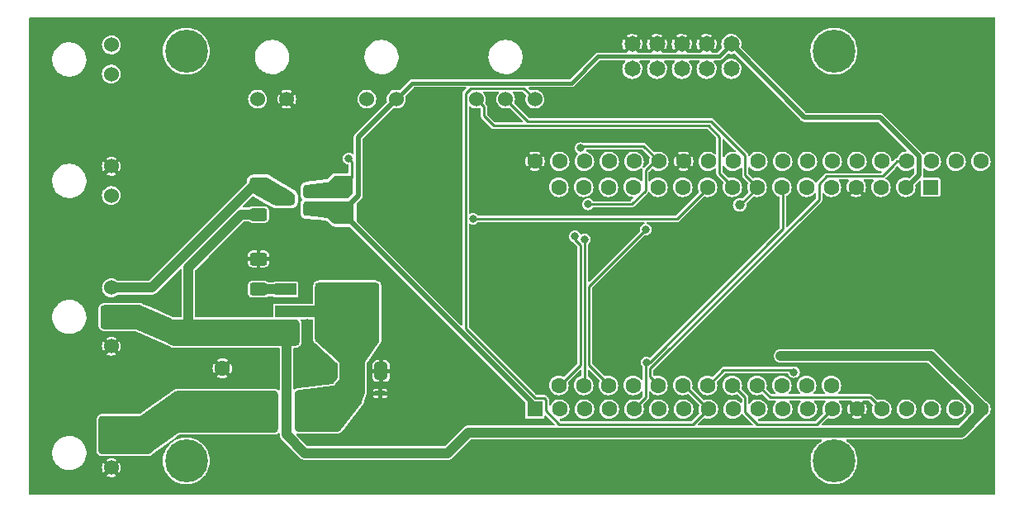
<source format=gbr>
%TF.GenerationSoftware,KiCad,Pcbnew,(6.0.7)*%
%TF.CreationDate,2022-09-15T14:23:33+02:00*%
%TF.ProjectId,Pixelix,50697865-6c69-4782-9e6b-696361645f70,V2.0*%
%TF.SameCoordinates,PX6052340PY72894a0*%
%TF.FileFunction,Copper,L1,Top*%
%TF.FilePolarity,Positive*%
%FSLAX46Y46*%
G04 Gerber Fmt 4.6, Leading zero omitted, Abs format (unit mm)*
G04 Created by KiCad (PCBNEW (6.0.7)) date 2022-09-15 14:23:33*
%MOMM*%
%LPD*%
G01*
G04 APERTURE LIST*
G04 Aperture macros list*
%AMRoundRect*
0 Rectangle with rounded corners*
0 $1 Rounding radius*
0 $2 $3 $4 $5 $6 $7 $8 $9 X,Y pos of 4 corners*
0 Add a 4 corners polygon primitive as box body*
4,1,4,$2,$3,$4,$5,$6,$7,$8,$9,$2,$3,0*
0 Add four circle primitives for the rounded corners*
1,1,$1+$1,$2,$3*
1,1,$1+$1,$4,$5*
1,1,$1+$1,$6,$7*
1,1,$1+$1,$8,$9*
0 Add four rect primitives between the rounded corners*
20,1,$1+$1,$2,$3,$4,$5,0*
20,1,$1+$1,$4,$5,$6,$7,0*
20,1,$1+$1,$6,$7,$8,$9,0*
20,1,$1+$1,$8,$9,$2,$3,0*%
G04 Aperture macros list end*
%TA.AperFunction,SMDPad,CuDef*%
%ADD10R,4.240000X3.810000*%
%TD*%
%TA.AperFunction,ComponentPad*%
%ADD11C,1.530000*%
%TD*%
%TA.AperFunction,ComponentPad*%
%ADD12R,1.600000X1.600000*%
%TD*%
%TA.AperFunction,ComponentPad*%
%ADD13C,1.600000*%
%TD*%
%TA.AperFunction,SMDPad,CuDef*%
%ADD14RoundRect,0.250000X0.625000X-0.400000X0.625000X0.400000X-0.625000X0.400000X-0.625000X-0.400000X0*%
%TD*%
%TA.AperFunction,ComponentPad*%
%ADD15C,0.700000*%
%TD*%
%TA.AperFunction,ComponentPad*%
%ADD16C,4.400000*%
%TD*%
%TA.AperFunction,SMDPad,CuDef*%
%ADD17RoundRect,0.250000X-0.412500X-0.650000X0.412500X-0.650000X0.412500X0.650000X-0.412500X0.650000X0*%
%TD*%
%TA.AperFunction,ComponentPad*%
%ADD18C,1.650000*%
%TD*%
%TA.AperFunction,SMDPad,CuDef*%
%ADD19R,2.200000X1.200000*%
%TD*%
%TA.AperFunction,SMDPad,CuDef*%
%ADD20R,6.400000X5.800000*%
%TD*%
%TA.AperFunction,SMDPad,CuDef*%
%ADD21R,1.900000X0.800000*%
%TD*%
%TA.AperFunction,ComponentPad*%
%ADD22R,1.560000X1.600000*%
%TD*%
%TA.AperFunction,SMDPad,CuDef*%
%ADD23R,1.060000X0.500000*%
%TD*%
%TA.AperFunction,ViaPad*%
%ADD24C,0.800000*%
%TD*%
%TA.AperFunction,ViaPad*%
%ADD25C,1.000000*%
%TD*%
%TA.AperFunction,Conductor*%
%ADD26C,0.400000*%
%TD*%
%TA.AperFunction,Conductor*%
%ADD27C,0.500000*%
%TD*%
%TA.AperFunction,Conductor*%
%ADD28C,0.250000*%
%TD*%
%TA.AperFunction,Conductor*%
%ADD29C,1.200000*%
%TD*%
%TA.AperFunction,Conductor*%
%ADD30C,1.000000*%
%TD*%
G04 APERTURE END LIST*
D10*
%TO.P,F1,1*%
%TO.N,Net-(C1-Pad1)*%
X29990000Y9100000D03*
%TO.P,F1,2*%
%TO.N,Net-(F1-Pad2)*%
X23610000Y9100000D03*
%TD*%
D11*
%TO.P,J7,1,Pin_1*%
%TO.N,/I2S_CLK*%
X46330000Y41080000D03*
%TO.P,J7,2,Pin_2*%
%TO.N,/I2S_WS*%
X49330000Y41080000D03*
%TO.P,J7,3,Pin_3*%
%TO.N,/I2S_Data_IN*%
X52330000Y41080000D03*
%TD*%
%TO.P,J1,1,Pin_1*%
%TO.N,/LDR-ANALOG-IN*%
X35115000Y41080000D03*
%TO.P,J1,2,Pin_2*%
%TO.N,+3V3*%
X38115000Y41080000D03*
%TD*%
%TO.P,J8,1,Pin_1*%
%TO.N,/RESET*%
X23900000Y41080000D03*
%TO.P,J8,2,Pin_2*%
%TO.N,GND*%
X26900000Y41080000D03*
%TD*%
D12*
%TO.P,C2,1*%
%TO.N,/VCC-PROTECTED*%
X16800000Y16987500D03*
D13*
%TO.P,C2,2*%
%TO.N,GND*%
X20300000Y13487500D03*
%TD*%
D14*
%TO.P,R1,1*%
%TO.N,+3V3*%
X32600000Y29250000D03*
%TO.P,R1,2*%
%TO.N,/LV-DATA-OUT*%
X32600000Y32350000D03*
%TD*%
D15*
%TO.P,H1,1,1*%
%TO.N,unconnected-(H1-Pad1)*%
X14950000Y4000000D03*
X18250000Y4000000D03*
X15433274Y2833274D03*
X17766726Y5166726D03*
D16*
X16600000Y4000000D03*
D15*
X15433274Y5166726D03*
X17766726Y2833274D03*
X16600000Y2350000D03*
X16600000Y5650000D03*
%TD*%
D17*
%TO.P,C1,1*%
%TO.N,Net-(C1-Pad1)*%
X33447500Y13200000D03*
%TO.P,C1,2*%
%TO.N,GND*%
X36572500Y13200000D03*
%TD*%
D15*
%TO.P,H4,1,1*%
%TO.N,unconnected-(H4-Pad1)*%
X83000000Y47650000D03*
X81833274Y47166726D03*
X84650000Y46000000D03*
X83000000Y44350000D03*
X81833274Y44833274D03*
D16*
X83000000Y46000000D03*
D15*
X84166726Y44833274D03*
X84166726Y47166726D03*
X81350000Y46000000D03*
%TD*%
D12*
%TO.P,A1,1,~{RESET}*%
%TO.N,/RESET*%
X92900000Y32052500D03*
D13*
%TO.P,A1,2,3V3*%
%TO.N,+3V3*%
X90360000Y32052500D03*
%TO.P,A1,3,NC*%
%TO.N,unconnected-(A1-Pad3)*%
X87820000Y32052500D03*
%TO.P,A1,4,GND*%
%TO.N,GND*%
X85280000Y32052500D03*
%TO.P,A1,5,DAC2/A0*%
%TO.N,unconnected-(A1-Pad5)*%
X82740000Y32052500D03*
%TO.P,A1,6,DAC1/A1*%
%TO.N,unconnected-(A1-Pad6)*%
X80200000Y32052500D03*
%TO.P,A1,7,I34/A2*%
%TO.N,/LDR-ANALOG-IN*%
X77660000Y32052500D03*
%TO.P,A1,8,I39/A3*%
%TO.N,/I2S_WS*%
X75120000Y32052500D03*
%TO.P,A1,9,IO36/A4*%
%TO.N,/I2S_CLK*%
X72580000Y32052500D03*
%TO.P,A1,10,IO4/A5*%
%TO.N,/USER-BUTTON*%
X70040000Y32052500D03*
%TO.P,A1,11,SCK/IO5*%
%TO.N,unconnected-(A1-Pad11)*%
X67500000Y32052500D03*
%TO.P,A1,12,MOSI/IO18*%
%TO.N,unconnected-(A1-Pad12)*%
X64960000Y32052500D03*
%TO.P,A1,13,MISO/IO19*%
%TO.N,unconnected-(A1-Pad13)*%
X62420000Y32052500D03*
%TO.P,A1,14,RX/IO16*%
%TO.N,unconnected-(A1-Pad14)*%
X59880000Y32052500D03*
%TO.P,A1,15,TX/IO17*%
%TO.N,unconnected-(A1-Pad15)*%
X57340000Y32052500D03*
%TO.P,A1,16,I37*%
%TO.N,unconnected-(A1-Pad16)*%
X54800000Y32052500D03*
%TO.P,A1,17,SDA/IO23*%
%TO.N,/SDA*%
X54800000Y11732500D03*
%TO.P,A1,18,SCL/IO22*%
%TO.N,/SCL*%
X57340000Y11732500D03*
%TO.P,A1,19,A6/IO14*%
%TO.N,/MTMS*%
X59880000Y11732500D03*
%TO.P,A1,20,A7/IO32*%
%TO.N,unconnected-(A1-Pad20)*%
X62420000Y11732500D03*
%TO.P,A1,21,A8/IO15*%
%TO.N,/MTDO*%
X64960000Y11732500D03*
%TO.P,A1,22,A9/IO33*%
%TO.N,/I2S_Data_IN*%
X67500000Y11732500D03*
%TO.P,A1,23,A10/IO27*%
%TO.N,/LV-DATA-OUT*%
X70040000Y11732500D03*
%TO.P,A1,24,A11/IO12*%
%TO.N,/MTDI*%
X72580000Y11732500D03*
%TO.P,A1,25,A12/IO13*%
%TO.N,/MTCK*%
X75120000Y11732500D03*
%TO.P,A1,26,USB*%
%TO.N,/VCC-PROTECTED*%
X77660000Y11732500D03*
%TO.P,A1,27,EN*%
%TO.N,unconnected-(A1-Pad27)*%
X80200000Y11732500D03*
%TO.P,A1,28,VBAT*%
%TO.N,unconnected-(A1-Pad28)*%
X82740000Y11732500D03*
%TD*%
D15*
%TO.P,H3,1,1*%
%TO.N,unconnected-(H3-Pad1)*%
X16600000Y47650000D03*
X15433274Y44833274D03*
X14950000Y46000000D03*
D16*
X16600000Y46000000D03*
D15*
X17766726Y47166726D03*
X18250000Y46000000D03*
X17766726Y44833274D03*
X16600000Y44350000D03*
X15433274Y47166726D03*
%TD*%
D18*
%TO.P,J5,1,Pin_1*%
%TO.N,+3V3*%
X72480000Y46720000D03*
%TO.P,J5,2,Pin_2*%
%TO.N,Net-(J5-Pad2)*%
X72480000Y44180000D03*
%TO.P,J5,3,Pin_3*%
%TO.N,GND*%
X69940000Y46720000D03*
%TO.P,J5,4,Pin_4*%
%TO.N,Net-(J5-Pad4)*%
X69940000Y44180000D03*
%TO.P,J5,5,Pin_5*%
%TO.N,GND*%
X67400000Y46720000D03*
%TO.P,J5,6,Pin_6*%
%TO.N,Net-(J5-Pad6)*%
X67400000Y44180000D03*
%TO.P,J5,7,Pin_7*%
%TO.N,GND*%
X64860000Y46720000D03*
%TO.P,J5,8,Pin_8*%
%TO.N,Net-(J5-Pad8)*%
X64860000Y44180000D03*
%TO.P,J5,9,Pin_9*%
%TO.N,GND*%
X62320000Y46720000D03*
%TO.P,J5,10,Pin_10*%
%TO.N,unconnected-(J5-Pad10)*%
X62320000Y44180000D03*
%TD*%
D11*
%TO.P,J2,1,Pin_1*%
%TO.N,GND*%
X8920000Y3300000D03*
%TO.P,J2,2,Pin_2*%
%TO.N,Net-(F1-Pad2)*%
X8920000Y6300000D03*
%TD*%
D19*
%TO.P,Q2,1,G*%
%TO.N,Net-(Q2-Pad1)*%
X26800000Y21580000D03*
%TO.P,Q2,2,D*%
%TO.N,Net-(C1-Pad1)*%
X26800000Y19300000D03*
D20*
X33100000Y19300000D03*
D19*
%TO.P,Q2,3,S*%
%TO.N,/VCC-PROTECTED*%
X26800000Y17020000D03*
%TD*%
D11*
%TO.P,J4,1,Pin_1*%
%TO.N,/USER-BUTTON*%
X8920000Y31200000D03*
%TO.P,J4,2,Pin_2*%
%TO.N,GND*%
X8920000Y34200000D03*
%TD*%
D15*
%TO.P,H2,1,1*%
%TO.N,unconnected-(H2-Pad1)*%
X81350000Y4000000D03*
X81833274Y2833274D03*
X83000000Y2350000D03*
X83000000Y5650000D03*
X81833274Y5166726D03*
D16*
X83000000Y4000000D03*
D15*
X84650000Y4000000D03*
X84166726Y2833274D03*
X84166726Y5166726D03*
%TD*%
D14*
%TO.P,R3,1*%
%TO.N,/VCC-PROTECTED*%
X24000000Y29250000D03*
%TO.P,R3,2*%
%TO.N,/HV-DATA-OUT*%
X24000000Y32350000D03*
%TD*%
D11*
%TO.P,J3,1,Pin_1*%
%TO.N,GND*%
X8920000Y15750000D03*
%TO.P,J3,2,Pin_2*%
%TO.N,/VCC-PROTECTED*%
X8920000Y18750000D03*
%TO.P,J3,3,Pin_3*%
%TO.N,/HV-DATA-OUT*%
X8920000Y21750000D03*
%TD*%
D21*
%TO.P,Q1,1,G*%
%TO.N,+3V3*%
X29700000Y29850000D03*
%TO.P,Q1,2,S*%
%TO.N,/LV-DATA-OUT*%
X29700000Y31750000D03*
%TO.P,Q1,3,D*%
%TO.N,/HV-DATA-OUT*%
X26700000Y30800000D03*
%TD*%
D22*
%TO.P,U1,1,3V3*%
%TO.N,+3V3*%
X52340000Y9300000D03*
D13*
%TO.P,U1,2,EN*%
%TO.N,/RESET*%
X54880000Y9300000D03*
%TO.P,U1,3,SENSOR_VP*%
%TO.N,unconnected-(U1-Pad3)*%
X57420000Y9300000D03*
%TO.P,U1,4,SENSOR_VN*%
%TO.N,unconnected-(U1-Pad4)*%
X59960000Y9300000D03*
%TO.P,U1,5,IO34*%
%TO.N,/LDR-ANALOG-IN*%
X62500000Y9300000D03*
%TO.P,U1,6,IO35*%
%TO.N,unconnected-(U1-Pad6)*%
X65040000Y9300000D03*
%TO.P,U1,7,IO32*%
%TO.N,unconnected-(U1-Pad7)*%
X67580000Y9300000D03*
%TO.P,U1,8,IO33*%
%TO.N,/I2S_Data_IN*%
X70120000Y9300000D03*
%TO.P,U1,9,IO25*%
%TO.N,/I2S_WS*%
X72660000Y9300000D03*
%TO.P,U1,10,IO26*%
%TO.N,/I2S_CLK*%
X75200000Y9300000D03*
%TO.P,U1,11,IO27*%
%TO.N,/LV-DATA-OUT*%
X77740000Y9300000D03*
%TO.P,U1,12,IO14*%
%TO.N,/MTMS*%
X80280000Y9300000D03*
%TO.P,U1,13,IO12*%
%TO.N,/MTDI*%
X82820000Y9300000D03*
%TO.P,U1,14,GND1*%
%TO.N,GND*%
X85360000Y9300000D03*
%TO.P,U1,15,IO13*%
%TO.N,/MTCK*%
X87900000Y9300000D03*
%TO.P,U1,16,SD2*%
%TO.N,unconnected-(U1-Pad16)*%
X90440000Y9300000D03*
%TO.P,U1,17,SD3*%
%TO.N,unconnected-(U1-Pad17)*%
X92980000Y9300000D03*
%TO.P,U1,18,CMD*%
%TO.N,unconnected-(U1-Pad18)*%
X95520000Y9300000D03*
%TO.P,U1,19,EXT_5V*%
%TO.N,/VCC-PROTECTED*%
X98060000Y9300000D03*
%TO.P,U1,20,GND3*%
%TO.N,GND*%
X52340000Y34700000D03*
%TO.P,U1,21,IO23*%
%TO.N,unconnected-(U1-Pad21)*%
X54880000Y34700000D03*
%TO.P,U1,22,IO22*%
%TO.N,/SCL*%
X57420000Y34700000D03*
%TO.P,U1,23,TXD0*%
%TO.N,unconnected-(U1-Pad23)*%
X59960000Y34700000D03*
%TO.P,U1,24,RXD0*%
%TO.N,unconnected-(U1-Pad24)*%
X62500000Y34700000D03*
%TO.P,U1,25,IO21*%
%TO.N,/SDA*%
X65040000Y34700000D03*
%TO.P,U1,26,GND2*%
%TO.N,GND*%
X67580000Y34700000D03*
%TO.P,U1,27,IO19*%
%TO.N,unconnected-(U1-Pad27)*%
X70120000Y34700000D03*
%TO.P,U1,28,IO18*%
%TO.N,unconnected-(U1-Pad28)*%
X72660000Y34700000D03*
%TO.P,U1,29,IO5*%
%TO.N,unconnected-(U1-Pad29)*%
X75200000Y34700000D03*
%TO.P,U1,30,IO17*%
%TO.N,unconnected-(U1-Pad30)*%
X77740000Y34700000D03*
%TO.P,U1,31,IO16*%
%TO.N,unconnected-(U1-Pad31)*%
X80280000Y34700000D03*
%TO.P,U1,32,IO4*%
%TO.N,/USER-BUTTON*%
X82820000Y34700000D03*
%TO.P,U1,33,IO0*%
%TO.N,unconnected-(U1-Pad33)*%
X85360000Y34700000D03*
%TO.P,U1,34,IO2*%
%TO.N,unconnected-(U1-Pad34)*%
X87900000Y34700000D03*
%TO.P,U1,35,IO15*%
%TO.N,/MTDO*%
X90440000Y34700000D03*
%TO.P,U1,36,SD1*%
%TO.N,unconnected-(U1-Pad36)*%
X92980000Y34700000D03*
%TO.P,U1,37,SD0*%
%TO.N,unconnected-(U1-Pad37)*%
X95520000Y34700000D03*
%TO.P,U1,38,CLK*%
%TO.N,unconnected-(U1-Pad38)*%
X98060000Y34700000D03*
%TD*%
D14*
%TO.P,R4,1*%
%TO.N,Net-(Q2-Pad1)*%
X24000000Y21600000D03*
%TO.P,R4,2*%
%TO.N,GND*%
X24000000Y24700000D03*
%TD*%
D11*
%TO.P,J6,1,Pin_1*%
%TO.N,/SCL*%
X8920000Y43650000D03*
%TO.P,J6,2,Pin_2*%
%TO.N,/SDA*%
X8920000Y46650000D03*
%TD*%
D23*
%TO.P,D1,1*%
%TO.N,Net-(C1-Pad1)*%
X34120000Y10900000D03*
%TO.P,D1,2*%
%TO.N,GND*%
X36480000Y10900000D03*
%TD*%
D24*
%TO.N,GND*%
X39400000Y29200000D03*
X93000000Y2100000D03*
X12000000Y2100000D03*
X50840000Y41250000D03*
X2000000Y42100000D03*
X13400000Y41700000D03*
X89325100Y35699900D03*
X28200000Y35000000D03*
X23475000Y30575000D03*
X32000000Y48100000D03*
X52000000Y2100000D03*
X2000000Y27100000D03*
X65900000Y14100000D03*
X59550000Y29550000D03*
X74170000Y38010000D03*
X17200000Y27900000D03*
X79600000Y44900000D03*
X90400000Y15900000D03*
X41100000Y33000000D03*
X44600000Y44100000D03*
X15500000Y22400000D03*
X36800000Y9100000D03*
X28000000Y12200000D03*
X6900000Y21400000D03*
X93000000Y48100000D03*
X86400000Y25900000D03*
X42000000Y48100000D03*
X56400000Y40800000D03*
X95150100Y10799900D03*
X2000000Y22100000D03*
X76200000Y30300000D03*
X86900000Y37934500D03*
X28020000Y32970000D03*
X61000000Y13600000D03*
X74850000Y14124500D03*
X57000000Y48100000D03*
X45500000Y15000000D03*
X80050000Y13500000D03*
X90400000Y22500000D03*
X31300000Y12600000D03*
X18200000Y19300000D03*
X62100000Y37375989D03*
X67600000Y27500000D03*
X58800000Y16300000D03*
X50200000Y9100000D03*
X72000000Y2100000D03*
X89525100Y8099900D03*
X53000000Y37100000D03*
X47000000Y2100000D03*
X79000000Y8659011D03*
X13000000Y48100000D03*
X56050000Y22550000D03*
X84100000Y8524500D03*
X84300000Y15900000D03*
X43900000Y38000000D03*
X72600000Y24100000D03*
X64400000Y15900000D03*
X13700000Y37900000D03*
X56061752Y29975500D03*
X15000000Y34700000D03*
X32800000Y41600000D03*
X10800000Y43500000D03*
X98000000Y48100000D03*
X98000000Y42100000D03*
X48800000Y34400000D03*
X35700000Y33000000D03*
X69950000Y13300000D03*
X49700000Y5800000D03*
X34600000Y29100000D03*
X8800000Y38900000D03*
X68650000Y39575500D03*
X72000000Y35949900D03*
X2000000Y2100000D03*
X93075100Y12849900D03*
X37200000Y38300000D03*
X72700000Y14124500D03*
X73000000Y20900000D03*
X46200000Y39590000D03*
X67600000Y23400000D03*
X61200000Y33400000D03*
X43910000Y7210000D03*
X18200000Y23200000D03*
X62635100Y29550000D03*
X67600000Y15600000D03*
X7000000Y2100000D03*
X41100000Y36300000D03*
X59100000Y27550000D03*
X27800000Y24950000D03*
X39100000Y44100000D03*
X77000000Y2100000D03*
X22000000Y2100000D03*
X37550000Y16800000D03*
X72960000Y40380000D03*
X20800000Y34700000D03*
X2000000Y12100000D03*
X66120000Y39575500D03*
X93500000Y44800000D03*
X85000000Y13500000D03*
X28800000Y21000000D03*
X79100000Y5800000D03*
X79100000Y30300000D03*
X81600000Y20600000D03*
X93000000Y15900000D03*
X98000000Y32100000D03*
X84100000Y35500000D03*
X98000000Y27100000D03*
X67144500Y30400000D03*
X76470100Y8639900D03*
X32000000Y2100000D03*
X2000000Y48100000D03*
X98000000Y17100000D03*
X98000000Y2100000D03*
X58700000Y10500000D03*
X62000000Y2100000D03*
X76500000Y35400000D03*
X37400000Y22900000D03*
X47000000Y48100000D03*
X88000000Y42100000D03*
X11600000Y29500000D03*
X42200000Y41800000D03*
X19600000Y44200000D03*
X12400000Y23100000D03*
X64425100Y33399900D03*
X63300000Y40170000D03*
X58900000Y20600000D03*
X2000000Y17100000D03*
X52100000Y29900000D03*
X70100000Y30000000D03*
X7000000Y48100000D03*
X37470000Y11640000D03*
X25400000Y14800000D03*
X50550000Y28000000D03*
X56450000Y28050000D03*
X46090000Y18700000D03*
X52000000Y48100000D03*
X67000000Y48100000D03*
X93000000Y22500000D03*
X93000000Y29500000D03*
X48500000Y39370000D03*
X36400000Y35600000D03*
X77000000Y48100000D03*
X22000000Y48100000D03*
X58400000Y24000000D03*
X43800000Y25100000D03*
X22050000Y23350000D03*
X56300000Y44400000D03*
X62400000Y27850000D03*
X98000000Y12100000D03*
X67000000Y2100000D03*
X71220000Y43200000D03*
X68900000Y35940000D03*
X90900000Y5800000D03*
X2000000Y32100000D03*
X15000000Y32700000D03*
X60000000Y44200000D03*
X22350000Y38350000D03*
X30900000Y44100000D03*
X61800000Y18500000D03*
X56560000Y37375989D03*
X71200000Y39570000D03*
X15700000Y19300000D03*
X74900000Y45900000D03*
X37000000Y2100000D03*
X74300000Y43200000D03*
X70100000Y21800000D03*
X98000000Y7100000D03*
X19000000Y6100000D03*
X56050000Y16950000D03*
X64400000Y5795990D03*
X98000000Y37100000D03*
X65100000Y30100000D03*
X91900000Y38400000D03*
X37000000Y6200000D03*
X38800000Y24700000D03*
X67600000Y19300000D03*
X68700000Y43200000D03*
X43900000Y29800000D03*
X19900000Y41700000D03*
X53250000Y39810000D03*
X50800000Y16800000D03*
X41200000Y12300000D03*
X37000000Y48100000D03*
X46020000Y27610000D03*
X2000000Y7100000D03*
X90400000Y29500000D03*
X75300000Y16700000D03*
X7600000Y26900000D03*
X54100000Y13650000D03*
X78100000Y15900000D03*
X75600000Y27100000D03*
X27000000Y2100000D03*
X40400000Y19700000D03*
X10600000Y20600000D03*
X34000000Y26600000D03*
X29000000Y15300000D03*
X52325500Y21700000D03*
X72600000Y27500000D03*
X71400000Y10500000D03*
X82500000Y30100000D03*
X29000000Y18100000D03*
X80000000Y41100000D03*
X86625100Y33974900D03*
X84400000Y11500000D03*
X54050000Y21100000D03*
X6200000Y13400000D03*
X42000000Y2100000D03*
X44420000Y18950000D03*
X25400000Y12300000D03*
X69200000Y16900000D03*
X88750000Y11400000D03*
X85436000Y5800000D03*
X26460000Y29300000D03*
X57000000Y2100000D03*
X66110000Y43150000D03*
X89650100Y33424900D03*
X90800000Y13500000D03*
X56100000Y10500000D03*
X27000000Y48100000D03*
X66300000Y10500000D03*
X70100000Y25700000D03*
X62550000Y24350000D03*
X25600000Y5900000D03*
X94225100Y8149900D03*
X78700000Y37934500D03*
X54200000Y25800000D03*
X2000000Y37100000D03*
X72000000Y48100000D03*
X21800000Y32700000D03*
X98000000Y22100000D03*
X30475000Y38350000D03*
X62000000Y48100000D03*
X26400000Y34550000D03*
X65250000Y27700000D03*
X19000000Y12100000D03*
X22050000Y27350000D03*
X87000000Y2100000D03*
X65350000Y20550000D03*
X24600000Y19200000D03*
X19300000Y38350000D03*
X91066045Y10841446D03*
X47400000Y23500000D03*
X52250000Y11900000D03*
X29600000Y6100000D03*
X11000000Y9700000D03*
X75300000Y23300000D03*
X65575100Y35999900D03*
X46080000Y32890000D03*
X58640000Y35420000D03*
X72000000Y17200000D03*
X87000000Y48100000D03*
X47860000Y41410000D03*
X68900000Y33400000D03*
X79900000Y26200000D03*
X63550000Y43170000D03*
X11500000Y32700000D03*
X61190000Y35440000D03*
%TO.N,/LDR-ANALOG-IN*%
X63769857Y14094456D03*
D25*
%TO.N,/I2S_WS*%
X73333240Y30233240D03*
D24*
%TO.N,/USER-BUTTON*%
X46000000Y28800000D03*
%TO.N,/SDA*%
X56450000Y27000000D03*
X57050100Y36049900D03*
X57800000Y30300000D03*
%TO.N,/SCL*%
X57450000Y26700000D03*
%TO.N,/MTMS*%
X63700000Y27700000D03*
%TO.N,/LV-DATA-OUT*%
X33250600Y34990000D03*
X78900000Y13100000D03*
D25*
%TO.N,/VCC-PROTECTED*%
X77550000Y14750000D03*
%TD*%
D26*
%TO.N,+3V3*%
X39765000Y42730000D02*
X38115000Y41080000D01*
D27*
X80000000Y39200000D02*
X87725000Y39200000D01*
D26*
X71210000Y45450000D02*
X58830000Y45450000D01*
D27*
X34225100Y37190100D02*
X34225100Y31174900D01*
X72480000Y46720000D02*
X80000000Y39200000D01*
D26*
X58830000Y45450000D02*
X56110000Y42730000D01*
D27*
X52340000Y9640000D02*
X52340000Y9300000D01*
X38115000Y41080000D02*
X34225100Y37190100D01*
D26*
X72480000Y46720000D02*
X71210000Y45450000D01*
D27*
X91700000Y33292500D02*
X90460000Y32052500D01*
X87725000Y39200000D02*
X91700000Y35225000D01*
X91700000Y35225000D02*
X91700000Y33292500D01*
X32515100Y29464900D02*
X52340000Y9640000D01*
D26*
X56110000Y42730000D02*
X39765000Y42730000D01*
D27*
X34225100Y31174900D02*
X32515100Y29464900D01*
D28*
%TO.N,/LDR-ANALOG-IN*%
X63700590Y14025189D02*
X63769857Y14094456D01*
X63700590Y10500590D02*
X63700590Y14025189D01*
X77760000Y32052500D02*
X77760000Y27760000D01*
X62500000Y9300000D02*
X63700590Y10500590D01*
X64094456Y14094456D02*
X63769857Y14094456D01*
X77760000Y27760000D02*
X64094456Y14094456D01*
%TO.N,/I2S_WS*%
X51610489Y38799511D02*
X70400489Y38799511D01*
X73910000Y33262500D02*
X75120000Y32052500D01*
X75120000Y32052500D02*
X75120000Y31952500D01*
X49330000Y41080000D02*
X51610489Y38799511D01*
X75120000Y31952500D02*
X73400740Y30233240D01*
X73400740Y30233240D02*
X73333240Y30233240D01*
X70400489Y38799511D02*
X73910000Y35290000D01*
X73910000Y35290000D02*
X73910000Y33262500D01*
%TO.N,/I2S_CLK*%
X47095000Y40315000D02*
X47095000Y39364100D01*
X46330000Y41080000D02*
X47095000Y40315000D01*
X48109100Y38350000D02*
X70150000Y38350000D01*
X70150000Y38350000D02*
X71270000Y37230000D01*
X71270000Y37230000D02*
X71270000Y33462500D01*
X47095000Y39364100D02*
X48109100Y38350000D01*
X71270000Y33462500D02*
X72680000Y32052500D01*
%TO.N,/USER-BUTTON*%
X70140000Y32052500D02*
X66887500Y28800000D01*
X66887500Y28800000D02*
X46000000Y28800000D01*
%TO.N,/SDA*%
X63670000Y33770000D02*
X63670000Y31712200D01*
X56450000Y26650000D02*
X56450000Y27000000D01*
X57275100Y36274900D02*
X57050100Y36049900D01*
X57000000Y13832500D02*
X57000000Y26100000D01*
X65040000Y34700000D02*
X63465100Y36274900D01*
X63670000Y31712200D02*
X62257800Y30300000D01*
X54900000Y11732500D02*
X57000000Y13832500D01*
X63465100Y36274900D02*
X57275100Y36274900D01*
X65040000Y34700000D02*
X64600000Y34700000D01*
X62257800Y30300000D02*
X57800000Y30300000D01*
X64600000Y34700000D02*
X63670000Y33770000D01*
X57000000Y26100000D02*
X56450000Y26650000D01*
%TO.N,/SCL*%
X57450000Y11742500D02*
X57450000Y26700000D01*
X57440000Y11732500D02*
X57450000Y11742500D01*
%TO.N,/MTMS*%
X59980000Y11732500D02*
X57900000Y13812500D01*
X57900000Y13812500D02*
X57900000Y21900000D01*
X57900000Y21900000D02*
X63700000Y27700000D01*
%TO.N,/MTDO*%
X64150100Y12642400D02*
X65060000Y11732500D01*
X89487700Y34700000D02*
X89025000Y34237300D01*
X90440000Y34700000D02*
X89487700Y34700000D01*
X64150100Y13450100D02*
X64150100Y12642400D01*
X81480000Y32382800D02*
X81480000Y30780000D01*
X89025000Y34237300D02*
X89025000Y34234009D01*
X87968002Y33177011D02*
X82274211Y33177011D01*
X81480000Y30780000D02*
X64150100Y13450100D01*
X89025000Y34234009D02*
X87968002Y33177011D01*
X82274211Y33177011D02*
X81480000Y32382800D01*
%TO.N,/I2S_Data_IN*%
X45230000Y41650000D02*
X45230000Y17570000D01*
X53450100Y10274900D02*
X53450100Y9124900D01*
X53300100Y10424900D02*
X53450100Y10274900D01*
X53450100Y9124900D02*
X54834999Y7740001D01*
X68560001Y7740001D02*
X70120000Y9300000D01*
X45785489Y42205489D02*
X45230000Y41650000D01*
X54834999Y7740001D02*
X68560001Y7740001D01*
X52375100Y10424900D02*
X53300100Y10424900D01*
X51204511Y42205489D02*
X45785489Y42205489D01*
X67667500Y11732500D02*
X67600000Y11732500D01*
X52330000Y41080000D02*
X51204511Y42205489D01*
X45230000Y17570000D02*
X52375100Y10424900D01*
X70120000Y9300000D02*
X70100000Y9300000D01*
X70100000Y9300000D02*
X67667500Y11732500D01*
%TO.N,/LV-DATA-OUT*%
X33550100Y34690500D02*
X33250600Y34990000D01*
X71707500Y13300000D02*
X78700000Y13300000D01*
X70140000Y11732500D02*
X71707500Y13300000D01*
X78700000Y13300000D02*
X78900000Y13100000D01*
X32700000Y32350000D02*
X32900200Y32350000D01*
X33550100Y32999900D02*
X33550100Y34690500D01*
X32900200Y32350000D02*
X33550100Y32999900D01*
%TO.N,/MTDI*%
X73900000Y10512500D02*
X73900000Y9003992D01*
X72680000Y11732500D02*
X73900000Y10512500D01*
X75163992Y7740000D02*
X81260000Y7740000D01*
X81260000Y7740000D02*
X82820000Y9300000D01*
X73900000Y9003992D02*
X75163992Y7740000D01*
%TO.N,/MTCK*%
X86700000Y10500000D02*
X87900000Y9300000D01*
X75220000Y11732500D02*
X76452500Y10500000D01*
X76452500Y10500000D02*
X86700000Y10500000D01*
D29*
%TO.N,Net-(C1-Pad1)*%
X26800000Y19300000D02*
X33100000Y19300000D01*
D30*
%TO.N,/VCC-PROTECTED*%
X22250000Y29250000D02*
X16800000Y23800000D01*
X96015690Y6915490D02*
X98060000Y8959800D01*
X24000000Y29250000D02*
X22250000Y29250000D01*
X92950000Y14750000D02*
X77550000Y14750000D01*
X16800000Y23800000D02*
X16800000Y16987500D01*
X26875100Y6690878D02*
X28765978Y4800000D01*
X26800000Y17020000D02*
X26875100Y16944900D01*
X45515490Y6915490D02*
X96015690Y6915490D01*
X98060000Y8959800D02*
X98060000Y9300000D01*
X28765978Y4800000D02*
X43400000Y4800000D01*
X43400000Y4800000D02*
X45515490Y6915490D01*
X98060000Y9640000D02*
X92950000Y14750000D01*
X98060000Y9300000D02*
X98060000Y9640000D01*
X26875100Y16944900D02*
X26875100Y6690878D01*
%TO.N,/HV-DATA-OUT*%
X24000000Y32350000D02*
X23650000Y32350000D01*
X23650000Y32350000D02*
X13050000Y21750000D01*
X13050000Y21750000D02*
X8920000Y21750000D01*
%TO.N,Net-(Q2-Pad1)*%
X26800000Y21580000D02*
X24220000Y21580000D01*
%TD*%
%TA.AperFunction,Conductor*%
%TO.N,GND*%
G36*
X99458691Y49480593D02*
G01*
X99494655Y49431093D01*
X99499500Y49400500D01*
X99499500Y599500D01*
X99480593Y541309D01*
X99431093Y505345D01*
X99400500Y500500D01*
X599500Y500500D01*
X541309Y519407D01*
X505345Y568907D01*
X500500Y599500D01*
X500500Y2489752D01*
X8397867Y2489752D01*
X8405096Y2482240D01*
X8527570Y2413792D01*
X8536392Y2409937D01*
X8707173Y2354447D01*
X8716586Y2352378D01*
X8894891Y2331117D01*
X8904518Y2330915D01*
X9083554Y2344691D01*
X9093043Y2346364D01*
X9265992Y2394653D01*
X9274981Y2398140D01*
X9435244Y2479094D01*
X9437586Y2480580D01*
X9443829Y2489835D01*
X9443758Y2491864D01*
X9441061Y2496096D01*
X8931086Y3006071D01*
X8919203Y3012125D01*
X8914172Y3011329D01*
X8403344Y2500501D01*
X8397867Y2489752D01*
X500500Y2489752D01*
X500500Y4692835D01*
X2847866Y4692835D01*
X2848360Y4689207D01*
X2848360Y4689203D01*
X2860349Y4601110D01*
X2882952Y4435030D01*
X2955758Y4185243D01*
X2957297Y4181905D01*
X3063148Y3952296D01*
X3063151Y3952290D01*
X3064686Y3948961D01*
X3207341Y3731375D01*
X3380591Y3537265D01*
X3580629Y3370895D01*
X3803061Y3235920D01*
X4043001Y3135305D01*
X4046563Y3134401D01*
X4046564Y3134400D01*
X4291616Y3072165D01*
X4291621Y3072164D01*
X4295177Y3071261D01*
X4511286Y3049500D01*
X4666044Y3049500D01*
X4752885Y3055954D01*
X4855812Y3063602D01*
X4855818Y3063603D01*
X4859466Y3063874D01*
X5083512Y3114570D01*
X5109648Y3120484D01*
X5113232Y3121295D01*
X5149259Y3135305D01*
X5181850Y3147979D01*
X5355723Y3215595D01*
X5518656Y3308719D01*
X7950831Y3308719D01*
X7965856Y3129774D01*
X7967594Y3120307D01*
X8017089Y2947699D01*
X8020640Y2938731D01*
X8101821Y2780769D01*
X8109373Y2775752D01*
X8111584Y2775845D01*
X8115545Y2778388D01*
X8626071Y3288914D01*
X8631313Y3299203D01*
X9207875Y3299203D01*
X9208671Y3294172D01*
X9719182Y2783661D01*
X9730037Y2778130D01*
X9737445Y2785209D01*
X9803448Y2901394D01*
X9807363Y2910189D01*
X9864045Y3080580D01*
X9866179Y3089974D01*
X9888943Y3270172D01*
X9889330Y3275699D01*
X9889630Y3297241D01*
X9889400Y3302738D01*
X9871674Y3483533D01*
X9869805Y3492971D01*
X9817902Y3664880D01*
X9814233Y3673784D01*
X9739111Y3815065D01*
X9730695Y3823193D01*
X9720977Y3818134D01*
X9213929Y3311086D01*
X9207875Y3299203D01*
X8631313Y3299203D01*
X8632125Y3300797D01*
X8631329Y3305828D01*
X8120149Y3817008D01*
X8109507Y3822430D01*
X8101893Y3815051D01*
X8031078Y3686239D01*
X8027278Y3677376D01*
X7972985Y3506221D01*
X7970981Y3496793D01*
X7950965Y3318347D01*
X7950831Y3308719D01*
X5518656Y3308719D01*
X5581612Y3344701D01*
X5617823Y3373247D01*
X5783045Y3503498D01*
X5785936Y3505777D01*
X5788450Y3508450D01*
X5788456Y3508455D01*
X5961694Y3692613D01*
X5961697Y3692617D01*
X5964208Y3695286D01*
X6112511Y3909063D01*
X6212195Y4111204D01*
X8396424Y4111204D01*
X8401528Y4101315D01*
X8908914Y3593929D01*
X8920797Y3587875D01*
X8925828Y3588671D01*
X9337157Y4000000D01*
X14194754Y4000000D01*
X14194949Y3996901D01*
X14205926Y3822430D01*
X14213720Y3698543D01*
X14270319Y3401840D01*
X14271275Y3398898D01*
X14271277Y3398890D01*
X14330834Y3215595D01*
X14363659Y3114570D01*
X14364986Y3111750D01*
X14446403Y2938731D01*
X14492267Y2841264D01*
X14493936Y2838635D01*
X14493936Y2838634D01*
X14527841Y2785209D01*
X14654115Y2586232D01*
X14656097Y2583836D01*
X14656100Y2583832D01*
X14733930Y2489752D01*
X14846651Y2353496D01*
X15066838Y2146726D01*
X15311205Y1969184D01*
X15313932Y1967685D01*
X15573174Y1825164D01*
X15573180Y1825161D01*
X15575896Y1823668D01*
X15578784Y1822525D01*
X15578783Y1822525D01*
X15853848Y1713619D01*
X15853851Y1713618D01*
X15856738Y1712475D01*
X15859741Y1711704D01*
X15859747Y1711702D01*
X16146295Y1638130D01*
X16149302Y1637358D01*
X16152383Y1636969D01*
X16152387Y1636968D01*
X16251903Y1624396D01*
X16448973Y1599500D01*
X16751027Y1599500D01*
X16948097Y1624396D01*
X17047613Y1636968D01*
X17047617Y1636969D01*
X17050698Y1637358D01*
X17053705Y1638130D01*
X17340253Y1711702D01*
X17340259Y1711704D01*
X17343262Y1712475D01*
X17346149Y1713618D01*
X17346152Y1713619D01*
X17621217Y1822525D01*
X17621216Y1822525D01*
X17624104Y1823668D01*
X17626820Y1825161D01*
X17626826Y1825164D01*
X17886068Y1967685D01*
X17888795Y1969184D01*
X18133162Y2146726D01*
X18353349Y2353496D01*
X18466070Y2489752D01*
X18543900Y2583832D01*
X18543903Y2583836D01*
X18545885Y2586232D01*
X18672160Y2785209D01*
X18706064Y2838634D01*
X18706064Y2838635D01*
X18707733Y2841264D01*
X18753598Y2938731D01*
X18835014Y3111750D01*
X18836341Y3114570D01*
X18869166Y3215595D01*
X18928723Y3398890D01*
X18928725Y3398898D01*
X18929681Y3401840D01*
X18986280Y3698543D01*
X18994075Y3822430D01*
X19005051Y3996901D01*
X19005246Y4000000D01*
X18999222Y4095748D01*
X18986476Y4298348D01*
X18986475Y4298354D01*
X18986280Y4301457D01*
X18929681Y4598160D01*
X18928725Y4601102D01*
X18928723Y4601110D01*
X18837303Y4882469D01*
X18836341Y4885430D01*
X18801376Y4959734D01*
X18709058Y5155921D01*
X18709055Y5155926D01*
X18707733Y5158736D01*
X18545885Y5413768D01*
X18542306Y5418095D01*
X18355330Y5644109D01*
X18353349Y5646504D01*
X18345250Y5654110D01*
X18302816Y5693958D01*
X18133162Y5853274D01*
X18116255Y5865558D01*
X18066510Y5901699D01*
X17888795Y6030816D01*
X17773459Y6094223D01*
X17626826Y6174836D01*
X17626820Y6174839D01*
X17624104Y6176332D01*
X17535992Y6211218D01*
X17346152Y6286381D01*
X17346149Y6286382D01*
X17343262Y6287525D01*
X17340259Y6288296D01*
X17340253Y6288298D01*
X17053705Y6361870D01*
X17053704Y6361870D01*
X17050698Y6362642D01*
X17047617Y6363031D01*
X17047613Y6363032D01*
X16948097Y6375604D01*
X16751027Y6400500D01*
X16448973Y6400500D01*
X16251903Y6375604D01*
X16152387Y6363032D01*
X16152383Y6363031D01*
X16149302Y6362642D01*
X16146296Y6361870D01*
X16146295Y6361870D01*
X15859747Y6288298D01*
X15859741Y6288296D01*
X15856738Y6287525D01*
X15853851Y6286382D01*
X15853848Y6286381D01*
X15664008Y6211218D01*
X15575896Y6176332D01*
X15573180Y6174839D01*
X15573174Y6174836D01*
X15426541Y6094223D01*
X15311205Y6030816D01*
X15133490Y5901699D01*
X15083746Y5865558D01*
X15066838Y5853274D01*
X14897184Y5693958D01*
X14854751Y5654110D01*
X14846651Y5646504D01*
X14844670Y5644109D01*
X14657695Y5418095D01*
X14654115Y5413768D01*
X14492267Y5158736D01*
X14490945Y5155926D01*
X14490942Y5155921D01*
X14398624Y4959734D01*
X14363659Y4885430D01*
X14362697Y4882469D01*
X14271277Y4601110D01*
X14271275Y4601102D01*
X14270319Y4598160D01*
X14213720Y4301457D01*
X14213525Y4298354D01*
X14213524Y4298348D01*
X14200778Y4095748D01*
X14194754Y4000000D01*
X9337157Y4000000D01*
X9437397Y4100240D01*
X9442764Y4110774D01*
X9435236Y4118488D01*
X9300016Y4191602D01*
X9291145Y4195331D01*
X9119600Y4248434D01*
X9110168Y4250370D01*
X8931586Y4269139D01*
X8921948Y4269206D01*
X8743122Y4252932D01*
X8733656Y4251126D01*
X8561403Y4200429D01*
X8552462Y4196816D01*
X8404528Y4119478D01*
X8396424Y4111204D01*
X6212195Y4111204D01*
X6227586Y4142413D01*
X6262385Y4251126D01*
X6305787Y4386712D01*
X6305787Y4386713D01*
X6306906Y4390208D01*
X6307496Y4393829D01*
X6348139Y4643387D01*
X6348139Y4643392D01*
X6348728Y4647006D01*
X6352134Y4907165D01*
X6349502Y4926510D01*
X6331182Y5061119D01*
X6324830Y5107790D01*
X7394500Y5107790D01*
X7395134Y5091665D01*
X7396353Y5076178D01*
X7398249Y5060156D01*
X7414154Y4959734D01*
X7421683Y4928375D01*
X7431255Y4898917D01*
X7431999Y4897121D01*
X7432003Y4897110D01*
X7436842Y4885430D01*
X7443595Y4869127D01*
X7486174Y4785562D01*
X7487184Y4783913D01*
X7487190Y4783903D01*
X7497335Y4767347D01*
X7503017Y4758074D01*
X7521222Y4733015D01*
X7542170Y4708489D01*
X7608489Y4642170D01*
X7633015Y4621222D01*
X7658074Y4603017D01*
X7663675Y4599585D01*
X7683903Y4587190D01*
X7683913Y4587184D01*
X7685562Y4586174D01*
X7769127Y4543595D01*
X7781432Y4538498D01*
X7797110Y4532003D01*
X7797121Y4531999D01*
X7798917Y4531255D01*
X7828375Y4521683D01*
X7830275Y4521227D01*
X7830285Y4521224D01*
X7857834Y4514610D01*
X7857838Y4514609D01*
X7859734Y4514154D01*
X7910026Y4506189D01*
X7959195Y4498401D01*
X7959205Y4498400D01*
X7960156Y4498249D01*
X7976178Y4496353D01*
X7977150Y4496276D01*
X7977155Y4496276D01*
X7990708Y4495209D01*
X7990725Y4495208D01*
X7991665Y4495134D01*
X7992597Y4495097D01*
X7992620Y4495096D01*
X8006840Y4494537D01*
X8006858Y4494537D01*
X8007790Y4494500D01*
X12661205Y4494500D01*
X12670069Y4494850D01*
X12676490Y4495104D01*
X12676510Y4495105D01*
X12677441Y4495142D01*
X12693036Y4496378D01*
X12701561Y4497395D01*
X12708193Y4498185D01*
X12708212Y4498188D01*
X12709171Y4498302D01*
X12743569Y4503789D01*
X12808336Y4514120D01*
X12808345Y4514122D01*
X12810277Y4514430D01*
X12822292Y4517336D01*
X12839937Y4521602D01*
X12839945Y4521604D01*
X12841842Y4522063D01*
X12843687Y4522667D01*
X12843694Y4522669D01*
X12869628Y4531159D01*
X12869637Y4531162D01*
X12871484Y4531767D01*
X12885001Y4537410D01*
X12899643Y4543522D01*
X12899651Y4543526D01*
X12901453Y4544278D01*
X12992526Y4591065D01*
X12993343Y4591526D01*
X12993359Y4591535D01*
X13005089Y4598160D01*
X13006669Y4599052D01*
X13007516Y4599576D01*
X13007532Y4599585D01*
X13019138Y4606759D01*
X13019147Y4606765D01*
X13019974Y4607276D01*
X13020766Y4607810D01*
X13020783Y4607821D01*
X13032627Y4615807D01*
X13032641Y4615817D01*
X13033451Y4616363D01*
X13034229Y4616933D01*
X13034251Y4616949D01*
X15238594Y6233468D01*
X15796463Y6642572D01*
X15809765Y6650795D01*
X15857198Y6675162D01*
X15886839Y6684866D01*
X15939486Y6693264D01*
X15955081Y6694500D01*
X25592210Y6694500D01*
X25593142Y6694537D01*
X25593160Y6694537D01*
X25607380Y6695096D01*
X25607403Y6695097D01*
X25608335Y6695134D01*
X25609275Y6695208D01*
X25609292Y6695209D01*
X25622845Y6696276D01*
X25622850Y6696276D01*
X25623822Y6696353D01*
X25639844Y6698249D01*
X25640795Y6698400D01*
X25640805Y6698401D01*
X25689974Y6706189D01*
X25740266Y6714154D01*
X25742162Y6714609D01*
X25742166Y6714610D01*
X25769715Y6721224D01*
X25769725Y6721227D01*
X25771625Y6721683D01*
X25801083Y6731255D01*
X25802879Y6731999D01*
X25802890Y6732003D01*
X25818568Y6738498D01*
X25830873Y6743595D01*
X25914438Y6786174D01*
X25916087Y6787184D01*
X25916097Y6787190D01*
X25934100Y6798222D01*
X25941926Y6803017D01*
X25966985Y6821222D01*
X25991511Y6842170D01*
X26005596Y6856255D01*
X26060113Y6884032D01*
X26120545Y6874461D01*
X26163810Y6831196D01*
X26174600Y6786251D01*
X26174600Y6718607D01*
X26174371Y6711873D01*
X26170422Y6653948D01*
X26171447Y6648077D01*
X26171447Y6648072D01*
X26181398Y6591058D01*
X26182155Y6585931D01*
X26189076Y6528739D01*
X26189824Y6522558D01*
X26191933Y6516977D01*
X26193078Y6513946D01*
X26197992Y6495983D01*
X26199573Y6486924D01*
X26201973Y6481457D01*
X26225230Y6428474D01*
X26227188Y6423676D01*
X26249755Y6363955D01*
X26253133Y6359040D01*
X26253137Y6359032D01*
X26254965Y6356373D01*
X26264023Y6340100D01*
X26267721Y6331676D01*
X26271352Y6326944D01*
X26271355Y6326939D01*
X26306587Y6281024D01*
X26309633Y6276832D01*
X26340224Y6232323D01*
X26345788Y6224227D01*
X26350241Y6220260D01*
X26350244Y6220256D01*
X26392326Y6182763D01*
X26396472Y6178850D01*
X28251049Y4324273D01*
X28255648Y4319349D01*
X28293809Y4275604D01*
X28328638Y4251126D01*
X28346049Y4238889D01*
X28350203Y4235803D01*
X28400435Y4196417D01*
X28408820Y4192631D01*
X28424996Y4183404D01*
X28432525Y4178113D01*
X28492040Y4154909D01*
X28496751Y4152929D01*
X28554962Y4126645D01*
X28563368Y4125087D01*
X28564004Y4124969D01*
X28581916Y4119867D01*
X28590491Y4116524D01*
X28653797Y4108190D01*
X28658892Y4107384D01*
X28684900Y4102563D01*
X28715797Y4096836D01*
X28715801Y4096836D01*
X28721670Y4095748D01*
X28780526Y4099142D01*
X28783897Y4099336D01*
X28789596Y4099500D01*
X43372271Y4099500D01*
X43379005Y4099271D01*
X43436930Y4095322D01*
X43442801Y4096347D01*
X43442806Y4096347D01*
X43499820Y4106298D01*
X43504947Y4107055D01*
X43562396Y4114007D01*
X43562397Y4114007D01*
X43568320Y4114724D01*
X43576932Y4117978D01*
X43594895Y4122892D01*
X43603954Y4124473D01*
X43652808Y4145918D01*
X43662404Y4150130D01*
X43667202Y4152088D01*
X43721339Y4172545D01*
X43726923Y4174655D01*
X43731838Y4178033D01*
X43731846Y4178037D01*
X43734505Y4179865D01*
X43750778Y4188923D01*
X43753739Y4190223D01*
X43759202Y4192621D01*
X43763934Y4196252D01*
X43763939Y4196255D01*
X43809854Y4231487D01*
X43814046Y4234533D01*
X43861732Y4267307D01*
X43861733Y4267308D01*
X43866651Y4270688D01*
X43870618Y4275141D01*
X43870622Y4275144D01*
X43908115Y4317226D01*
X43912028Y4321372D01*
X45776651Y6185994D01*
X45831168Y6213771D01*
X45846655Y6214990D01*
X81661021Y6214990D01*
X81719212Y6196083D01*
X81755176Y6146583D01*
X81755176Y6085397D01*
X81719212Y6035897D01*
X81714065Y6032400D01*
X81713927Y6032313D01*
X81711205Y6030816D01*
X81533490Y5901699D01*
X81483746Y5865558D01*
X81466838Y5853274D01*
X81297184Y5693958D01*
X81254751Y5654110D01*
X81246651Y5646504D01*
X81244670Y5644109D01*
X81057695Y5418095D01*
X81054115Y5413768D01*
X80892267Y5158736D01*
X80890945Y5155926D01*
X80890942Y5155921D01*
X80798624Y4959734D01*
X80763659Y4885430D01*
X80762697Y4882469D01*
X80671277Y4601110D01*
X80671275Y4601102D01*
X80670319Y4598160D01*
X80613720Y4301457D01*
X80613525Y4298354D01*
X80613524Y4298348D01*
X80600778Y4095748D01*
X80594754Y4000000D01*
X80594949Y3996901D01*
X80605926Y3822430D01*
X80613720Y3698543D01*
X80670319Y3401840D01*
X80671275Y3398898D01*
X80671277Y3398890D01*
X80730834Y3215595D01*
X80763659Y3114570D01*
X80764986Y3111750D01*
X80846403Y2938731D01*
X80892267Y2841264D01*
X80893936Y2838635D01*
X80893936Y2838634D01*
X80927841Y2785209D01*
X81054115Y2586232D01*
X81056097Y2583836D01*
X81056100Y2583832D01*
X81133930Y2489752D01*
X81246651Y2353496D01*
X81466838Y2146726D01*
X81711205Y1969184D01*
X81713932Y1967685D01*
X81973174Y1825164D01*
X81973180Y1825161D01*
X81975896Y1823668D01*
X81978784Y1822525D01*
X81978783Y1822525D01*
X82253848Y1713619D01*
X82253851Y1713618D01*
X82256738Y1712475D01*
X82259741Y1711704D01*
X82259747Y1711702D01*
X82546295Y1638130D01*
X82549302Y1637358D01*
X82552383Y1636969D01*
X82552387Y1636968D01*
X82651903Y1624396D01*
X82848973Y1599500D01*
X83151027Y1599500D01*
X83348097Y1624396D01*
X83447613Y1636968D01*
X83447617Y1636969D01*
X83450698Y1637358D01*
X83453705Y1638130D01*
X83740253Y1711702D01*
X83740259Y1711704D01*
X83743262Y1712475D01*
X83746149Y1713618D01*
X83746152Y1713619D01*
X84021217Y1822525D01*
X84021216Y1822525D01*
X84024104Y1823668D01*
X84026820Y1825161D01*
X84026826Y1825164D01*
X84286068Y1967685D01*
X84288795Y1969184D01*
X84533162Y2146726D01*
X84753349Y2353496D01*
X84866070Y2489752D01*
X84943900Y2583832D01*
X84943903Y2583836D01*
X84945885Y2586232D01*
X85072160Y2785209D01*
X85106064Y2838634D01*
X85106064Y2838635D01*
X85107733Y2841264D01*
X85153598Y2938731D01*
X85235014Y3111750D01*
X85236341Y3114570D01*
X85269166Y3215595D01*
X85328723Y3398890D01*
X85328725Y3398898D01*
X85329681Y3401840D01*
X85386280Y3698543D01*
X85394075Y3822430D01*
X85405051Y3996901D01*
X85405246Y4000000D01*
X85399222Y4095748D01*
X85386476Y4298348D01*
X85386475Y4298354D01*
X85386280Y4301457D01*
X85329681Y4598160D01*
X85328725Y4601102D01*
X85328723Y4601110D01*
X85237303Y4882469D01*
X85236341Y4885430D01*
X85201376Y4959734D01*
X85109058Y5155921D01*
X85109055Y5155926D01*
X85107733Y5158736D01*
X84945885Y5413768D01*
X84942306Y5418095D01*
X84755330Y5644109D01*
X84753349Y5646504D01*
X84745250Y5654110D01*
X84702816Y5693958D01*
X84533162Y5853274D01*
X84516255Y5865558D01*
X84466510Y5901699D01*
X84288795Y6030816D01*
X84286073Y6032313D01*
X84285935Y6032400D01*
X84246932Y6079542D01*
X84243088Y6140607D01*
X84275871Y6192269D01*
X84332759Y6214794D01*
X84338979Y6214990D01*
X95987961Y6214990D01*
X95994695Y6214761D01*
X96052620Y6210812D01*
X96058491Y6211837D01*
X96058496Y6211837D01*
X96115510Y6221788D01*
X96120637Y6222545D01*
X96178086Y6229497D01*
X96178087Y6229497D01*
X96184010Y6230214D01*
X96192622Y6233468D01*
X96210585Y6238382D01*
X96219644Y6239963D01*
X96254581Y6255299D01*
X96278094Y6265620D01*
X96282892Y6267578D01*
X96337029Y6288035D01*
X96342613Y6290145D01*
X96347528Y6293523D01*
X96347536Y6293527D01*
X96350195Y6295355D01*
X96366468Y6304413D01*
X96369429Y6305713D01*
X96374892Y6308111D01*
X96379624Y6311742D01*
X96379629Y6311745D01*
X96425544Y6346977D01*
X96429736Y6350023D01*
X96477422Y6382797D01*
X96477423Y6382798D01*
X96482341Y6386178D01*
X96486308Y6390631D01*
X96486312Y6390634D01*
X96523805Y6432716D01*
X96527718Y6436862D01*
X98472963Y8382106D01*
X98498330Y8400468D01*
X98594368Y8448980D01*
X98594370Y8448982D01*
X98598689Y8451163D01*
X98602506Y8454145D01*
X98749487Y8568978D01*
X98749491Y8568982D01*
X98753303Y8571960D01*
X98768908Y8590038D01*
X98878345Y8716823D01*
X98878347Y8716825D01*
X98881509Y8720489D01*
X98898749Y8750836D01*
X98976036Y8886885D01*
X98976037Y8886888D01*
X98978425Y8891091D01*
X98980020Y8895884D01*
X99038831Y9072677D01*
X99038831Y9072679D01*
X99040358Y9077268D01*
X99044981Y9113859D01*
X99064601Y9269176D01*
X99064949Y9271929D01*
X99065341Y9300000D01*
X99064438Y9309217D01*
X99046666Y9490454D01*
X99046194Y9495272D01*
X98989484Y9683106D01*
X98920536Y9812778D01*
X98899643Y9852073D01*
X98899641Y9852077D01*
X98897370Y9856347D01*
X98885301Y9871146D01*
X98776422Y10004645D01*
X98776421Y10004646D01*
X98773361Y10008398D01*
X98655267Y10106093D01*
X98625907Y10130382D01*
X98625906Y10130383D01*
X98622180Y10133465D01*
X98493394Y10203100D01*
X98470476Y10220181D01*
X93464922Y15225735D01*
X93460323Y15230659D01*
X93426092Y15269899D01*
X93422169Y15274396D01*
X93369939Y15311103D01*
X93365786Y15314188D01*
X93320242Y15349900D01*
X93320239Y15349902D01*
X93315543Y15353584D01*
X93310099Y15356042D01*
X93307165Y15357367D01*
X93290972Y15366602D01*
X93283453Y15371887D01*
X93277894Y15374054D01*
X93277891Y15374056D01*
X93223973Y15395078D01*
X93219197Y15397086D01*
X93169698Y15419435D01*
X93161016Y15423355D01*
X93151975Y15425031D01*
X93134062Y15430133D01*
X93125487Y15433476D01*
X93062181Y15441810D01*
X93057086Y15442616D01*
X93019537Y15449576D01*
X93000180Y15453164D01*
X93000177Y15453164D01*
X92994308Y15454252D01*
X92932076Y15450664D01*
X92926378Y15450500D01*
X77558769Y15450500D01*
X77558250Y15450501D01*
X77474862Y15450938D01*
X77474860Y15450938D01*
X77468895Y15450969D01*
X77431277Y15441938D01*
X77420076Y15439923D01*
X77381680Y15435276D01*
X77349432Y15423090D01*
X77337556Y15419436D01*
X77304032Y15411388D01*
X77275740Y15396785D01*
X77269671Y15393653D01*
X77259259Y15389017D01*
X77228660Y15377455D01*
X77228657Y15377454D01*
X77223077Y15375345D01*
X77218164Y15371968D01*
X77218154Y15371963D01*
X77194665Y15355818D01*
X77183996Y15349432D01*
X77153369Y15333625D01*
X77148870Y15329701D01*
X77148868Y15329699D01*
X77124221Y15308199D01*
X77115220Y15301216D01*
X77083349Y15279312D01*
X77060419Y15253576D01*
X77051582Y15244831D01*
X77025604Y15222169D01*
X77022174Y15217288D01*
X77022170Y15217284D01*
X77003367Y15190530D01*
X76996289Y15181599D01*
X76970560Y15152721D01*
X76967767Y15147446D01*
X76954428Y15122254D01*
X76947934Y15111656D01*
X76928113Y15083453D01*
X76925945Y15077892D01*
X76914067Y15047427D01*
X76909323Y15037065D01*
X76891224Y15002881D01*
X76889770Y14997094D01*
X76889770Y14997093D01*
X76882826Y14969448D01*
X76879048Y14957608D01*
X76866524Y14925487D01*
X76865745Y14919572D01*
X76865745Y14919571D01*
X76861476Y14887143D01*
X76859341Y14875952D01*
X76849919Y14838441D01*
X76849742Y14804447D01*
X76849739Y14803964D01*
X76848894Y14791566D01*
X76844394Y14757389D01*
X76845049Y14751455D01*
X76845049Y14751451D01*
X76848636Y14718959D01*
X76849233Y14707580D01*
X76849031Y14668895D01*
X76850423Y14663097D01*
X76850424Y14663088D01*
X76857079Y14635371D01*
X76859217Y14623123D01*
X76862999Y14588865D01*
X76865049Y14583262D01*
X76865050Y14583259D01*
X76876292Y14552537D01*
X76879585Y14541631D01*
X76888612Y14504032D01*
X76894921Y14491809D01*
X76904421Y14473403D01*
X76909419Y14462018D01*
X76921266Y14429644D01*
X76924591Y14424696D01*
X76942837Y14397542D01*
X76948637Y14387734D01*
X76966375Y14353369D01*
X76970299Y14348870D01*
X76970303Y14348865D01*
X76989034Y14327393D01*
X76996602Y14317531D01*
X77012501Y14293870D01*
X77012504Y14293866D01*
X77015830Y14288917D01*
X77020242Y14284903D01*
X77020244Y14284900D01*
X77044437Y14262886D01*
X77052410Y14254744D01*
X77058476Y14247791D01*
X77077831Y14225604D01*
X77106033Y14205783D01*
X77115734Y14198011D01*
X77136812Y14178831D01*
X77136816Y14178828D01*
X77141233Y14174809D01*
X77146478Y14171961D01*
X77146481Y14171959D01*
X77175222Y14156354D01*
X77184907Y14150350D01*
X77216547Y14128113D01*
X77245189Y14116946D01*
X77248659Y14115593D01*
X77259936Y14110359D01*
X77281032Y14098905D01*
X77290235Y14093908D01*
X77296003Y14092395D01*
X77296005Y14092394D01*
X77327641Y14084095D01*
X77338481Y14080572D01*
X77368951Y14068692D01*
X77368956Y14068691D01*
X77374513Y14066524D01*
X77380424Y14065746D01*
X77380427Y14065745D01*
X77408692Y14062024D01*
X77420890Y14059631D01*
X77454233Y14050884D01*
X77460195Y14050790D01*
X77460198Y14050790D01*
X77493490Y14050267D01*
X77498405Y14050067D01*
X77500623Y14049922D01*
X77503826Y14049500D01*
X77541548Y14049500D01*
X77543103Y14049488D01*
X77623760Y14048221D01*
X77627887Y14049166D01*
X77634261Y14049500D01*
X92618836Y14049500D01*
X92677027Y14030593D01*
X92688840Y14020504D01*
X97063854Y9645490D01*
X97091631Y9590973D01*
X97088216Y9545551D01*
X97076628Y9509022D01*
X97054757Y9314037D01*
X97071175Y9118517D01*
X97072508Y9113868D01*
X97072510Y9113859D01*
X97090062Y9052649D01*
X97087927Y8991501D01*
X97064901Y8955357D01*
X96409043Y8299500D01*
X95754529Y7644986D01*
X95700012Y7617209D01*
X95684525Y7615990D01*
X81835324Y7615990D01*
X81777133Y7634897D01*
X81741169Y7684397D01*
X81741169Y7745583D01*
X81765320Y7784994D01*
X82330503Y8350177D01*
X82385020Y8377954D01*
X82431100Y8374328D01*
X82599513Y8319607D01*
X82599516Y8319606D01*
X82604118Y8318111D01*
X82798946Y8294879D01*
X82803768Y8295250D01*
X82803771Y8295250D01*
X82989748Y8309560D01*
X82989753Y8309561D01*
X82994576Y8309932D01*
X83183556Y8362697D01*
X83187869Y8364876D01*
X83187875Y8364878D01*
X83354368Y8448980D01*
X83354370Y8448982D01*
X83358689Y8451163D01*
X83362506Y8454145D01*
X83375160Y8464031D01*
X84812145Y8464031D01*
X84819374Y8456519D01*
X84953488Y8381565D01*
X84962316Y8377708D01*
X85139627Y8320096D01*
X85149027Y8318029D01*
X85334155Y8295954D01*
X85343781Y8295752D01*
X85529659Y8310055D01*
X85539153Y8311729D01*
X85718705Y8361861D01*
X85727702Y8365351D01*
X85894095Y8449401D01*
X85901468Y8454080D01*
X85908766Y8464899D01*
X85908695Y8466926D01*
X85905997Y8471161D01*
X85371086Y9006071D01*
X85359203Y9012125D01*
X85354172Y9011329D01*
X84817622Y8474780D01*
X84812145Y8464031D01*
X83375160Y8464031D01*
X83509487Y8568978D01*
X83509491Y8568982D01*
X83513303Y8571960D01*
X83528908Y8590038D01*
X83638345Y8716823D01*
X83638347Y8716825D01*
X83641509Y8720489D01*
X83658749Y8750836D01*
X83736036Y8886885D01*
X83736037Y8886888D01*
X83738425Y8891091D01*
X83740020Y8895884D01*
X83798831Y9072677D01*
X83798831Y9072679D01*
X83800358Y9077268D01*
X83804981Y9113859D01*
X83824601Y9269176D01*
X83824949Y9271929D01*
X83825341Y9300000D01*
X83824439Y9309210D01*
X84355664Y9309210D01*
X84371264Y9123426D01*
X84373002Y9113958D01*
X84424388Y8934752D01*
X84427939Y8925784D01*
X84513153Y8759976D01*
X84514990Y8757127D01*
X84524458Y8750836D01*
X84526669Y8750929D01*
X84530630Y8753472D01*
X85066071Y9288914D01*
X85071313Y9299203D01*
X85647875Y9299203D01*
X85648671Y9294172D01*
X86184854Y8757988D01*
X86195709Y8752457D01*
X86203117Y8759536D01*
X86275577Y8887089D01*
X86279493Y8895884D01*
X86338341Y9072788D01*
X86340475Y9082182D01*
X86364099Y9269190D01*
X86364486Y9274717D01*
X86364800Y9297241D01*
X86364570Y9302739D01*
X86346174Y9490364D01*
X86344305Y9499802D01*
X86290418Y9678282D01*
X86286748Y9687186D01*
X86204993Y9840946D01*
X86196576Y9849074D01*
X86186858Y9844016D01*
X85653929Y9311086D01*
X85647875Y9299203D01*
X85071313Y9299203D01*
X85072125Y9300797D01*
X85071329Y9305828D01*
X84534375Y9842782D01*
X84523733Y9848204D01*
X84516119Y9840825D01*
X84438752Y9700095D01*
X84434952Y9691231D01*
X84378583Y9513533D01*
X84376579Y9504105D01*
X84355798Y9318838D01*
X84355664Y9309210D01*
X83824439Y9309210D01*
X83824438Y9309217D01*
X83806666Y9490454D01*
X83806194Y9495272D01*
X83749484Y9683106D01*
X83680536Y9812778D01*
X83659643Y9852073D01*
X83659641Y9852077D01*
X83657370Y9856347D01*
X83647879Y9867984D01*
X83536419Y10004649D01*
X83536417Y10004651D01*
X83533361Y10008398D01*
X83533809Y10008763D01*
X83507747Y10060349D01*
X83517526Y10120748D01*
X83560939Y10163863D01*
X83605581Y10174500D01*
X84730211Y10174500D01*
X84788402Y10155593D01*
X84809142Y10133700D01*
X85348914Y9593929D01*
X85360797Y9587875D01*
X85365828Y9588671D01*
X85914310Y10137152D01*
X85915689Y10135773D01*
X85943619Y10163707D01*
X85988569Y10174500D01*
X86524166Y10174500D01*
X86582357Y10155593D01*
X86594170Y10145504D01*
X86949690Y9789984D01*
X86977467Y9735467D01*
X86974052Y9690045D01*
X86941894Y9588671D01*
X86916628Y9509022D01*
X86894757Y9314037D01*
X86896425Y9294172D01*
X86910770Y9123343D01*
X86911175Y9118517D01*
X86912508Y9113869D01*
X86912508Y9113868D01*
X86947597Y8991501D01*
X86965258Y8929909D01*
X86967473Y8925599D01*
X87052731Y8759704D01*
X87052734Y8759700D01*
X87054944Y8755399D01*
X87057951Y8751605D01*
X87072320Y8733476D01*
X87176818Y8601631D01*
X87180505Y8598493D01*
X87180507Y8598491D01*
X87322550Y8477603D01*
X87322555Y8477600D01*
X87326238Y8474465D01*
X87330460Y8472105D01*
X87330465Y8472102D01*
X87420527Y8421769D01*
X87497513Y8378743D01*
X87585430Y8350177D01*
X87679513Y8319607D01*
X87679516Y8319606D01*
X87684118Y8318111D01*
X87878946Y8294879D01*
X87883768Y8295250D01*
X87883771Y8295250D01*
X88069748Y8309560D01*
X88069753Y8309561D01*
X88074576Y8309932D01*
X88263556Y8362697D01*
X88267869Y8364876D01*
X88267875Y8364878D01*
X88434368Y8448980D01*
X88434370Y8448982D01*
X88438689Y8451163D01*
X88442506Y8454145D01*
X88589487Y8568978D01*
X88589491Y8568982D01*
X88593303Y8571960D01*
X88608908Y8590038D01*
X88718345Y8716823D01*
X88718347Y8716825D01*
X88721509Y8720489D01*
X88738749Y8750836D01*
X88816036Y8886885D01*
X88816037Y8886888D01*
X88818425Y8891091D01*
X88820020Y8895884D01*
X88878831Y9072677D01*
X88878831Y9072679D01*
X88880358Y9077268D01*
X88884981Y9113859D01*
X88904601Y9269176D01*
X88904949Y9271929D01*
X88905341Y9300000D01*
X88904438Y9309217D01*
X88903965Y9314037D01*
X89434757Y9314037D01*
X89436425Y9294172D01*
X89450770Y9123343D01*
X89451175Y9118517D01*
X89452508Y9113869D01*
X89452508Y9113868D01*
X89487597Y8991501D01*
X89505258Y8929909D01*
X89507473Y8925599D01*
X89592731Y8759704D01*
X89592734Y8759700D01*
X89594944Y8755399D01*
X89597951Y8751605D01*
X89612320Y8733476D01*
X89716818Y8601631D01*
X89720505Y8598493D01*
X89720507Y8598491D01*
X89862550Y8477603D01*
X89862555Y8477600D01*
X89866238Y8474465D01*
X89870460Y8472105D01*
X89870465Y8472102D01*
X89960527Y8421769D01*
X90037513Y8378743D01*
X90125430Y8350177D01*
X90219513Y8319607D01*
X90219516Y8319606D01*
X90224118Y8318111D01*
X90418946Y8294879D01*
X90423768Y8295250D01*
X90423771Y8295250D01*
X90609748Y8309560D01*
X90609753Y8309561D01*
X90614576Y8309932D01*
X90803556Y8362697D01*
X90807869Y8364876D01*
X90807875Y8364878D01*
X90974368Y8448980D01*
X90974370Y8448982D01*
X90978689Y8451163D01*
X90982506Y8454145D01*
X91129487Y8568978D01*
X91129491Y8568982D01*
X91133303Y8571960D01*
X91148908Y8590038D01*
X91258345Y8716823D01*
X91258347Y8716825D01*
X91261509Y8720489D01*
X91278749Y8750836D01*
X91356036Y8886885D01*
X91356037Y8886888D01*
X91358425Y8891091D01*
X91360020Y8895884D01*
X91418831Y9072677D01*
X91418831Y9072679D01*
X91420358Y9077268D01*
X91424981Y9113859D01*
X91444601Y9269176D01*
X91444949Y9271929D01*
X91445341Y9300000D01*
X91444438Y9309217D01*
X91443965Y9314037D01*
X91974757Y9314037D01*
X91976425Y9294172D01*
X91990770Y9123343D01*
X91991175Y9118517D01*
X91992508Y9113869D01*
X91992508Y9113868D01*
X92027597Y8991501D01*
X92045258Y8929909D01*
X92047473Y8925599D01*
X92132731Y8759704D01*
X92132734Y8759700D01*
X92134944Y8755399D01*
X92137951Y8751605D01*
X92152320Y8733476D01*
X92256818Y8601631D01*
X92260505Y8598493D01*
X92260507Y8598491D01*
X92402550Y8477603D01*
X92402555Y8477600D01*
X92406238Y8474465D01*
X92410460Y8472105D01*
X92410465Y8472102D01*
X92500527Y8421769D01*
X92577513Y8378743D01*
X92665430Y8350177D01*
X92759513Y8319607D01*
X92759516Y8319606D01*
X92764118Y8318111D01*
X92958946Y8294879D01*
X92963768Y8295250D01*
X92963771Y8295250D01*
X93149748Y8309560D01*
X93149753Y8309561D01*
X93154576Y8309932D01*
X93343556Y8362697D01*
X93347869Y8364876D01*
X93347875Y8364878D01*
X93514368Y8448980D01*
X93514370Y8448982D01*
X93518689Y8451163D01*
X93522506Y8454145D01*
X93669487Y8568978D01*
X93669491Y8568982D01*
X93673303Y8571960D01*
X93688908Y8590038D01*
X93798345Y8716823D01*
X93798347Y8716825D01*
X93801509Y8720489D01*
X93818749Y8750836D01*
X93896036Y8886885D01*
X93896037Y8886888D01*
X93898425Y8891091D01*
X93900020Y8895884D01*
X93958831Y9072677D01*
X93958831Y9072679D01*
X93960358Y9077268D01*
X93964981Y9113859D01*
X93984601Y9269176D01*
X93984949Y9271929D01*
X93985341Y9300000D01*
X93984438Y9309217D01*
X93983965Y9314037D01*
X94514757Y9314037D01*
X94516425Y9294172D01*
X94530770Y9123343D01*
X94531175Y9118517D01*
X94532508Y9113869D01*
X94532508Y9113868D01*
X94567597Y8991501D01*
X94585258Y8929909D01*
X94587473Y8925599D01*
X94672731Y8759704D01*
X94672734Y8759700D01*
X94674944Y8755399D01*
X94677951Y8751605D01*
X94692320Y8733476D01*
X94796818Y8601631D01*
X94800505Y8598493D01*
X94800507Y8598491D01*
X94942550Y8477603D01*
X94942555Y8477600D01*
X94946238Y8474465D01*
X94950460Y8472105D01*
X94950465Y8472102D01*
X95040527Y8421769D01*
X95117513Y8378743D01*
X95205430Y8350177D01*
X95299513Y8319607D01*
X95299516Y8319606D01*
X95304118Y8318111D01*
X95498946Y8294879D01*
X95503768Y8295250D01*
X95503771Y8295250D01*
X95689748Y8309560D01*
X95689753Y8309561D01*
X95694576Y8309932D01*
X95883556Y8362697D01*
X95887869Y8364876D01*
X95887875Y8364878D01*
X96054368Y8448980D01*
X96054370Y8448982D01*
X96058689Y8451163D01*
X96062506Y8454145D01*
X96209487Y8568978D01*
X96209491Y8568982D01*
X96213303Y8571960D01*
X96228908Y8590038D01*
X96338345Y8716823D01*
X96338347Y8716825D01*
X96341509Y8720489D01*
X96358749Y8750836D01*
X96436036Y8886885D01*
X96436037Y8886888D01*
X96438425Y8891091D01*
X96440020Y8895884D01*
X96498831Y9072677D01*
X96498831Y9072679D01*
X96500358Y9077268D01*
X96504981Y9113859D01*
X96524601Y9269176D01*
X96524949Y9271929D01*
X96525341Y9300000D01*
X96524438Y9309217D01*
X96506666Y9490454D01*
X96506194Y9495272D01*
X96449484Y9683106D01*
X96380536Y9812778D01*
X96359643Y9852073D01*
X96359641Y9852077D01*
X96357370Y9856347D01*
X96345301Y9871146D01*
X96236422Y10004645D01*
X96236421Y10004646D01*
X96233361Y10008398D01*
X96115267Y10106093D01*
X96085907Y10130382D01*
X96085906Y10130383D01*
X96082180Y10133465D01*
X95960140Y10199452D01*
X95913839Y10224487D01*
X95913838Y10224487D01*
X95909585Y10226787D01*
X95722152Y10284807D01*
X95717342Y10285313D01*
X95717340Y10285313D01*
X95531835Y10304811D01*
X95531833Y10304811D01*
X95527019Y10305317D01*
X95462891Y10299481D01*
X95336438Y10287973D01*
X95336435Y10287972D01*
X95331618Y10287534D01*
X95326976Y10286168D01*
X95326972Y10286167D01*
X95148040Y10233504D01*
X95148037Y10233503D01*
X95143393Y10232136D01*
X94969512Y10141233D01*
X94965743Y10138203D01*
X94965742Y10138202D01*
X94956016Y10130382D01*
X94816600Y10018289D01*
X94799712Y9998163D01*
X94693589Y9871690D01*
X94693586Y9871686D01*
X94690480Y9867984D01*
X94595956Y9696046D01*
X94594492Y9691432D01*
X94594491Y9691429D01*
X94561894Y9588671D01*
X94536628Y9509022D01*
X94514757Y9314037D01*
X93983965Y9314037D01*
X93966666Y9490454D01*
X93966194Y9495272D01*
X93909484Y9683106D01*
X93840536Y9812778D01*
X93819643Y9852073D01*
X93819641Y9852077D01*
X93817370Y9856347D01*
X93805301Y9871146D01*
X93696422Y10004645D01*
X93696421Y10004646D01*
X93693361Y10008398D01*
X93575267Y10106093D01*
X93545907Y10130382D01*
X93545906Y10130383D01*
X93542180Y10133465D01*
X93420140Y10199452D01*
X93373839Y10224487D01*
X93373838Y10224487D01*
X93369585Y10226787D01*
X93182152Y10284807D01*
X93177342Y10285313D01*
X93177340Y10285313D01*
X92991835Y10304811D01*
X92991833Y10304811D01*
X92987019Y10305317D01*
X92922891Y10299481D01*
X92796438Y10287973D01*
X92796435Y10287972D01*
X92791618Y10287534D01*
X92786976Y10286168D01*
X92786972Y10286167D01*
X92608040Y10233504D01*
X92608037Y10233503D01*
X92603393Y10232136D01*
X92429512Y10141233D01*
X92425743Y10138203D01*
X92425742Y10138202D01*
X92416016Y10130382D01*
X92276600Y10018289D01*
X92259712Y9998163D01*
X92153589Y9871690D01*
X92153586Y9871686D01*
X92150480Y9867984D01*
X92055956Y9696046D01*
X92054492Y9691432D01*
X92054491Y9691429D01*
X92021894Y9588671D01*
X91996628Y9509022D01*
X91974757Y9314037D01*
X91443965Y9314037D01*
X91426666Y9490454D01*
X91426194Y9495272D01*
X91369484Y9683106D01*
X91300536Y9812778D01*
X91279643Y9852073D01*
X91279641Y9852077D01*
X91277370Y9856347D01*
X91265301Y9871146D01*
X91156422Y10004645D01*
X91156421Y10004646D01*
X91153361Y10008398D01*
X91035267Y10106093D01*
X91005907Y10130382D01*
X91005906Y10130383D01*
X91002180Y10133465D01*
X90880140Y10199452D01*
X90833839Y10224487D01*
X90833838Y10224487D01*
X90829585Y10226787D01*
X90642152Y10284807D01*
X90637342Y10285313D01*
X90637340Y10285313D01*
X90451835Y10304811D01*
X90451833Y10304811D01*
X90447019Y10305317D01*
X90382891Y10299481D01*
X90256438Y10287973D01*
X90256435Y10287972D01*
X90251618Y10287534D01*
X90246976Y10286168D01*
X90246972Y10286167D01*
X90068040Y10233504D01*
X90068037Y10233503D01*
X90063393Y10232136D01*
X89889512Y10141233D01*
X89885743Y10138203D01*
X89885742Y10138202D01*
X89876016Y10130382D01*
X89736600Y10018289D01*
X89719712Y9998163D01*
X89613589Y9871690D01*
X89613586Y9871686D01*
X89610480Y9867984D01*
X89515956Y9696046D01*
X89514492Y9691432D01*
X89514491Y9691429D01*
X89481894Y9588671D01*
X89456628Y9509022D01*
X89434757Y9314037D01*
X88903965Y9314037D01*
X88886666Y9490454D01*
X88886194Y9495272D01*
X88829484Y9683106D01*
X88760536Y9812778D01*
X88739643Y9852073D01*
X88739641Y9852077D01*
X88737370Y9856347D01*
X88725301Y9871146D01*
X88616422Y10004645D01*
X88616421Y10004646D01*
X88613361Y10008398D01*
X88495267Y10106093D01*
X88465907Y10130382D01*
X88465906Y10130383D01*
X88462180Y10133465D01*
X88340140Y10199452D01*
X88293839Y10224487D01*
X88293838Y10224487D01*
X88289585Y10226787D01*
X88102152Y10284807D01*
X88097342Y10285313D01*
X88097340Y10285313D01*
X87911835Y10304811D01*
X87911833Y10304811D01*
X87907019Y10305317D01*
X87842891Y10299481D01*
X87716438Y10287973D01*
X87716435Y10287972D01*
X87711618Y10287534D01*
X87706976Y10286168D01*
X87706972Y10286167D01*
X87628789Y10263156D01*
X87523393Y10232136D01*
X87519098Y10229891D01*
X87516708Y10228925D01*
X87455671Y10224655D01*
X87409615Y10250711D01*
X86943269Y10717057D01*
X86937434Y10723425D01*
X86926050Y10736992D01*
X86912455Y10753194D01*
X86878792Y10772629D01*
X86871511Y10777268D01*
X86868472Y10779396D01*
X86839684Y10799554D01*
X86831316Y10801796D01*
X86826029Y10804262D01*
X86820544Y10806258D01*
X86813045Y10810588D01*
X86804519Y10812091D01*
X86804517Y10812092D01*
X86774784Y10817334D01*
X86766349Y10819204D01*
X86737174Y10827022D01*
X86728807Y10829264D01*
X86720178Y10828509D01*
X86690095Y10825877D01*
X86681466Y10825500D01*
X83491761Y10825500D01*
X83433570Y10844407D01*
X83397606Y10893907D01*
X83397606Y10955093D01*
X83427000Y10997072D01*
X83425982Y10998141D01*
X83429488Y11001479D01*
X83433303Y11004460D01*
X83458915Y11034131D01*
X83558345Y11149323D01*
X83558347Y11149325D01*
X83561509Y11152989D01*
X83563902Y11157201D01*
X83656036Y11319385D01*
X83656037Y11319388D01*
X83658425Y11323591D01*
X83661995Y11334320D01*
X83718831Y11505177D01*
X83718832Y11505181D01*
X83720358Y11509768D01*
X83720966Y11514575D01*
X83744601Y11701676D01*
X83744949Y11704429D01*
X83745341Y11732500D01*
X83744438Y11741717D01*
X83730862Y11880166D01*
X83726194Y11927772D01*
X83669484Y12115606D01*
X83606445Y12234165D01*
X83579643Y12284573D01*
X83579641Y12284577D01*
X83577370Y12288847D01*
X83490073Y12395885D01*
X83456422Y12437145D01*
X83456421Y12437146D01*
X83453361Y12440898D01*
X83302180Y12565965D01*
X83157823Y12644019D01*
X83133839Y12656987D01*
X83133837Y12656988D01*
X83129585Y12659287D01*
X82942152Y12717307D01*
X82937342Y12717813D01*
X82937340Y12717813D01*
X82751835Y12737311D01*
X82751833Y12737311D01*
X82747019Y12737817D01*
X82682891Y12731981D01*
X82556438Y12720473D01*
X82556435Y12720472D01*
X82551618Y12720034D01*
X82546976Y12718668D01*
X82546972Y12718667D01*
X82368040Y12666004D01*
X82368037Y12666003D01*
X82363393Y12664636D01*
X82189512Y12573733D01*
X82185743Y12570703D01*
X82185742Y12570702D01*
X82178909Y12565208D01*
X82036600Y12450789D01*
X82025147Y12437140D01*
X81913589Y12304190D01*
X81913586Y12304186D01*
X81910480Y12300484D01*
X81815956Y12128546D01*
X81814492Y12123932D01*
X81814491Y12123929D01*
X81806090Y12097445D01*
X81756628Y11941522D01*
X81734757Y11746537D01*
X81751175Y11551017D01*
X81752508Y11546369D01*
X81752508Y11546368D01*
X81803656Y11367997D01*
X81805258Y11362409D01*
X81807473Y11358099D01*
X81892731Y11192204D01*
X81892734Y11192200D01*
X81894944Y11187899D01*
X82016818Y11034131D01*
X82057050Y10999891D01*
X82089109Y10947779D01*
X82084415Y10886774D01*
X82044760Y10840179D01*
X81992885Y10825500D01*
X80951761Y10825500D01*
X80893570Y10844407D01*
X80857606Y10893907D01*
X80857606Y10955093D01*
X80887000Y10997072D01*
X80885982Y10998141D01*
X80889488Y11001479D01*
X80893303Y11004460D01*
X80918915Y11034131D01*
X81018345Y11149323D01*
X81018347Y11149325D01*
X81021509Y11152989D01*
X81023902Y11157201D01*
X81116036Y11319385D01*
X81116037Y11319388D01*
X81118425Y11323591D01*
X81121995Y11334320D01*
X81178831Y11505177D01*
X81178832Y11505181D01*
X81180358Y11509768D01*
X81180966Y11514575D01*
X81204601Y11701676D01*
X81204949Y11704429D01*
X81205341Y11732500D01*
X81204438Y11741717D01*
X81190862Y11880166D01*
X81186194Y11927772D01*
X81129484Y12115606D01*
X81066445Y12234165D01*
X81039643Y12284573D01*
X81039641Y12284577D01*
X81037370Y12288847D01*
X80950073Y12395885D01*
X80916422Y12437145D01*
X80916421Y12437146D01*
X80913361Y12440898D01*
X80762180Y12565965D01*
X80617823Y12644019D01*
X80593839Y12656987D01*
X80593837Y12656988D01*
X80589585Y12659287D01*
X80402152Y12717307D01*
X80397342Y12717813D01*
X80397340Y12717813D01*
X80211835Y12737311D01*
X80211833Y12737311D01*
X80207019Y12737817D01*
X80142891Y12731981D01*
X80016438Y12720473D01*
X80016435Y12720472D01*
X80011618Y12720034D01*
X80006976Y12718668D01*
X80006972Y12718667D01*
X79828040Y12666004D01*
X79828037Y12666003D01*
X79823393Y12664636D01*
X79649512Y12573733D01*
X79645743Y12570703D01*
X79645742Y12570702D01*
X79638909Y12565208D01*
X79496600Y12450789D01*
X79485147Y12437140D01*
X79373589Y12304190D01*
X79373586Y12304186D01*
X79370480Y12300484D01*
X79275956Y12128546D01*
X79274492Y12123932D01*
X79274491Y12123929D01*
X79266090Y12097445D01*
X79216628Y11941522D01*
X79194757Y11746537D01*
X79211175Y11551017D01*
X79212508Y11546369D01*
X79212508Y11546368D01*
X79263656Y11367997D01*
X79265258Y11362409D01*
X79267473Y11358099D01*
X79352731Y11192204D01*
X79352734Y11192200D01*
X79354944Y11187899D01*
X79476818Y11034131D01*
X79517050Y10999891D01*
X79549109Y10947779D01*
X79544415Y10886774D01*
X79504760Y10840179D01*
X79452885Y10825500D01*
X78411761Y10825500D01*
X78353570Y10844407D01*
X78317606Y10893907D01*
X78317606Y10955093D01*
X78347000Y10997072D01*
X78345982Y10998141D01*
X78349488Y11001479D01*
X78353303Y11004460D01*
X78378915Y11034131D01*
X78478345Y11149323D01*
X78478347Y11149325D01*
X78481509Y11152989D01*
X78483902Y11157201D01*
X78576036Y11319385D01*
X78576037Y11319388D01*
X78578425Y11323591D01*
X78581995Y11334320D01*
X78638831Y11505177D01*
X78638832Y11505181D01*
X78640358Y11509768D01*
X78640966Y11514575D01*
X78664601Y11701676D01*
X78664949Y11704429D01*
X78665341Y11732500D01*
X78664438Y11741717D01*
X78650862Y11880166D01*
X78646194Y11927772D01*
X78589484Y12115606D01*
X78526445Y12234165D01*
X78499643Y12284573D01*
X78499641Y12284577D01*
X78497370Y12288847D01*
X78410073Y12395885D01*
X78376422Y12437145D01*
X78376421Y12437146D01*
X78373361Y12440898D01*
X78222180Y12565965D01*
X78077823Y12644019D01*
X78053839Y12656987D01*
X78053837Y12656988D01*
X78049585Y12659287D01*
X77862152Y12717307D01*
X77857342Y12717813D01*
X77857340Y12717813D01*
X77671835Y12737311D01*
X77671833Y12737311D01*
X77667019Y12737817D01*
X77602891Y12731981D01*
X77476438Y12720473D01*
X77476435Y12720472D01*
X77471618Y12720034D01*
X77466976Y12718668D01*
X77466972Y12718667D01*
X77288040Y12666004D01*
X77288037Y12666003D01*
X77283393Y12664636D01*
X77109512Y12573733D01*
X77105743Y12570703D01*
X77105742Y12570702D01*
X77098909Y12565208D01*
X76956600Y12450789D01*
X76945147Y12437140D01*
X76833589Y12304190D01*
X76833586Y12304186D01*
X76830480Y12300484D01*
X76735956Y12128546D01*
X76734492Y12123932D01*
X76734491Y12123929D01*
X76726090Y12097445D01*
X76676628Y11941522D01*
X76654757Y11746537D01*
X76671175Y11551017D01*
X76672508Y11546369D01*
X76672508Y11546368D01*
X76723656Y11367997D01*
X76725258Y11362409D01*
X76727473Y11358099D01*
X76812731Y11192204D01*
X76812734Y11192200D01*
X76814944Y11187899D01*
X76936818Y11034131D01*
X76977050Y10999891D01*
X77009109Y10947779D01*
X77004415Y10886774D01*
X76964760Y10840179D01*
X76912885Y10825500D01*
X76628335Y10825500D01*
X76570144Y10844407D01*
X76558332Y10854496D01*
X76094344Y11318483D01*
X76066566Y11373000D01*
X76070408Y11419737D01*
X76077229Y11440239D01*
X76100358Y11509768D01*
X76100966Y11514575D01*
X76124601Y11701676D01*
X76124949Y11704429D01*
X76125341Y11732500D01*
X76124438Y11741717D01*
X76110862Y11880166D01*
X76106194Y11927772D01*
X76049484Y12115606D01*
X75986445Y12234165D01*
X75959643Y12284573D01*
X75959641Y12284577D01*
X75957370Y12288847D01*
X75870073Y12395885D01*
X75836422Y12437145D01*
X75836421Y12437146D01*
X75833361Y12440898D01*
X75682180Y12565965D01*
X75537823Y12644019D01*
X75513839Y12656987D01*
X75513837Y12656988D01*
X75509585Y12659287D01*
X75322152Y12717307D01*
X75317342Y12717813D01*
X75317340Y12717813D01*
X75131835Y12737311D01*
X75131833Y12737311D01*
X75127019Y12737817D01*
X75062891Y12731981D01*
X74936438Y12720473D01*
X74936435Y12720472D01*
X74931618Y12720034D01*
X74926976Y12718668D01*
X74926972Y12718667D01*
X74748040Y12666004D01*
X74748037Y12666003D01*
X74743393Y12664636D01*
X74569512Y12573733D01*
X74565743Y12570703D01*
X74565742Y12570702D01*
X74558909Y12565208D01*
X74416600Y12450789D01*
X74405147Y12437140D01*
X74293589Y12304190D01*
X74293586Y12304186D01*
X74290480Y12300484D01*
X74195956Y12128546D01*
X74194492Y12123932D01*
X74194491Y12123929D01*
X74186090Y12097445D01*
X74136628Y11941522D01*
X74114757Y11746537D01*
X74131175Y11551017D01*
X74132508Y11546369D01*
X74132508Y11546368D01*
X74183656Y11367997D01*
X74185258Y11362409D01*
X74187473Y11358099D01*
X74272731Y11192204D01*
X74272734Y11192200D01*
X74274944Y11187899D01*
X74396818Y11034131D01*
X74400505Y11030993D01*
X74400507Y11030991D01*
X74542550Y10910103D01*
X74542555Y10910100D01*
X74546238Y10906965D01*
X74550460Y10904605D01*
X74550465Y10904602D01*
X74658173Y10844407D01*
X74717513Y10811243D01*
X74815527Y10779396D01*
X74899513Y10752107D01*
X74899516Y10752106D01*
X74904118Y10750611D01*
X75098946Y10727379D01*
X75103768Y10727750D01*
X75103771Y10727750D01*
X75289748Y10742060D01*
X75289753Y10742061D01*
X75294576Y10742432D01*
X75483556Y10795197D01*
X75492182Y10799554D01*
X75531082Y10819204D01*
X75561384Y10834511D01*
X75621849Y10843872D01*
X75676025Y10816149D01*
X75950866Y10541307D01*
X76209242Y10282931D01*
X76215065Y10276576D01*
X76240045Y10246806D01*
X76273719Y10227364D01*
X76280975Y10222741D01*
X76312816Y10200446D01*
X76321178Y10198205D01*
X76326460Y10195742D01*
X76331954Y10193743D01*
X76339455Y10189412D01*
X76377728Y10182663D01*
X76386156Y10180794D01*
X76415327Y10172978D01*
X76415330Y10172978D01*
X76423693Y10170737D01*
X76462396Y10174123D01*
X76471025Y10174500D01*
X76955370Y10174500D01*
X77013561Y10155593D01*
X77049525Y10106093D01*
X77049525Y10044907D01*
X77031209Y10011865D01*
X77019712Y9998163D01*
X76913589Y9871690D01*
X76913586Y9871686D01*
X76910480Y9867984D01*
X76815956Y9696046D01*
X76814492Y9691432D01*
X76814491Y9691429D01*
X76781894Y9588671D01*
X76756628Y9509022D01*
X76734757Y9314037D01*
X76736425Y9294172D01*
X76750770Y9123343D01*
X76751175Y9118517D01*
X76752508Y9113869D01*
X76752508Y9113868D01*
X76787597Y8991501D01*
X76805258Y8929909D01*
X76807473Y8925599D01*
X76892731Y8759704D01*
X76892734Y8759700D01*
X76894944Y8755399D01*
X76897951Y8751605D01*
X76912320Y8733476D01*
X77016818Y8601631D01*
X77020505Y8598493D01*
X77020507Y8598491D01*
X77162550Y8477603D01*
X77162555Y8477600D01*
X77166238Y8474465D01*
X77170460Y8472105D01*
X77170465Y8472102D01*
X77260527Y8421769D01*
X77337513Y8378743D01*
X77425430Y8350177D01*
X77519513Y8319607D01*
X77519516Y8319606D01*
X77524118Y8318111D01*
X77718946Y8294879D01*
X77723768Y8295250D01*
X77723771Y8295250D01*
X77909748Y8309560D01*
X77909753Y8309561D01*
X77914576Y8309932D01*
X78103556Y8362697D01*
X78107869Y8364876D01*
X78107875Y8364878D01*
X78274368Y8448980D01*
X78274370Y8448982D01*
X78278689Y8451163D01*
X78282506Y8454145D01*
X78429487Y8568978D01*
X78429491Y8568982D01*
X78433303Y8571960D01*
X78448908Y8590038D01*
X78558345Y8716823D01*
X78558347Y8716825D01*
X78561509Y8720489D01*
X78578749Y8750836D01*
X78656036Y8886885D01*
X78656037Y8886888D01*
X78658425Y8891091D01*
X78660020Y8895884D01*
X78718831Y9072677D01*
X78718831Y9072679D01*
X78720358Y9077268D01*
X78724981Y9113859D01*
X78744601Y9269176D01*
X78744949Y9271929D01*
X78745341Y9300000D01*
X78744438Y9309217D01*
X78726666Y9490454D01*
X78726194Y9495272D01*
X78669484Y9683106D01*
X78600536Y9812778D01*
X78579643Y9852073D01*
X78579641Y9852077D01*
X78577370Y9856347D01*
X78567879Y9867984D01*
X78456419Y10004649D01*
X78456417Y10004651D01*
X78453361Y10008398D01*
X78453809Y10008763D01*
X78427747Y10060349D01*
X78437526Y10120748D01*
X78480939Y10163863D01*
X78525581Y10174500D01*
X79495370Y10174500D01*
X79553561Y10155593D01*
X79589525Y10106093D01*
X79589525Y10044907D01*
X79571209Y10011865D01*
X79559712Y9998163D01*
X79453589Y9871690D01*
X79453586Y9871686D01*
X79450480Y9867984D01*
X79355956Y9696046D01*
X79354492Y9691432D01*
X79354491Y9691429D01*
X79321894Y9588671D01*
X79296628Y9509022D01*
X79274757Y9314037D01*
X79276425Y9294172D01*
X79290770Y9123343D01*
X79291175Y9118517D01*
X79292508Y9113869D01*
X79292508Y9113868D01*
X79327597Y8991501D01*
X79345258Y8929909D01*
X79347473Y8925599D01*
X79432731Y8759704D01*
X79432734Y8759700D01*
X79434944Y8755399D01*
X79437951Y8751605D01*
X79452320Y8733476D01*
X79556818Y8601631D01*
X79560505Y8598493D01*
X79560507Y8598491D01*
X79702550Y8477603D01*
X79702555Y8477600D01*
X79706238Y8474465D01*
X79710460Y8472105D01*
X79710465Y8472102D01*
X79800527Y8421769D01*
X79877513Y8378743D01*
X79965430Y8350177D01*
X80059513Y8319607D01*
X80059516Y8319606D01*
X80064118Y8318111D01*
X80258946Y8294879D01*
X80263768Y8295250D01*
X80263771Y8295250D01*
X80449748Y8309560D01*
X80449753Y8309561D01*
X80454576Y8309932D01*
X80643556Y8362697D01*
X80647869Y8364876D01*
X80647875Y8364878D01*
X80814368Y8448980D01*
X80814370Y8448982D01*
X80818689Y8451163D01*
X80822506Y8454145D01*
X80969487Y8568978D01*
X80969491Y8568982D01*
X80973303Y8571960D01*
X80988908Y8590038D01*
X81098345Y8716823D01*
X81098347Y8716825D01*
X81101509Y8720489D01*
X81118749Y8750836D01*
X81196036Y8886885D01*
X81196037Y8886888D01*
X81198425Y8891091D01*
X81200020Y8895884D01*
X81258831Y9072677D01*
X81258831Y9072679D01*
X81260358Y9077268D01*
X81264981Y9113859D01*
X81284601Y9269176D01*
X81284949Y9271929D01*
X81285341Y9300000D01*
X81284438Y9309217D01*
X81266666Y9490454D01*
X81266194Y9495272D01*
X81209484Y9683106D01*
X81140536Y9812778D01*
X81119643Y9852073D01*
X81119641Y9852077D01*
X81117370Y9856347D01*
X81107879Y9867984D01*
X80996419Y10004649D01*
X80996417Y10004651D01*
X80993361Y10008398D01*
X80993809Y10008763D01*
X80967747Y10060349D01*
X80977526Y10120748D01*
X81020939Y10163863D01*
X81065581Y10174500D01*
X82035370Y10174500D01*
X82093561Y10155593D01*
X82129525Y10106093D01*
X82129525Y10044907D01*
X82111209Y10011865D01*
X82099712Y9998163D01*
X81993589Y9871690D01*
X81993586Y9871686D01*
X81990480Y9867984D01*
X81895956Y9696046D01*
X81894492Y9691432D01*
X81894491Y9691429D01*
X81861894Y9588671D01*
X81836628Y9509022D01*
X81814757Y9314037D01*
X81816425Y9294172D01*
X81830770Y9123343D01*
X81831175Y9118517D01*
X81832508Y9113869D01*
X81832508Y9113868D01*
X81867597Y8991501D01*
X81885258Y8929909D01*
X81887670Y8925215D01*
X81887702Y8925022D01*
X81889254Y8921101D01*
X81888392Y8920760D01*
X81897458Y8864819D01*
X81869626Y8809952D01*
X81154170Y8094496D01*
X81099653Y8066719D01*
X81084166Y8065500D01*
X75339826Y8065500D01*
X75281635Y8084407D01*
X75269822Y8094496D01*
X75229462Y8134856D01*
X75201685Y8189373D01*
X75211256Y8249805D01*
X75254521Y8293070D01*
X75291871Y8303568D01*
X75369748Y8309560D01*
X75369753Y8309561D01*
X75374576Y8309932D01*
X75563556Y8362697D01*
X75567869Y8364876D01*
X75567875Y8364878D01*
X75734368Y8448980D01*
X75734370Y8448982D01*
X75738689Y8451163D01*
X75742506Y8454145D01*
X75889487Y8568978D01*
X75889491Y8568982D01*
X75893303Y8571960D01*
X75908908Y8590038D01*
X76018345Y8716823D01*
X76018347Y8716825D01*
X76021509Y8720489D01*
X76038749Y8750836D01*
X76116036Y8886885D01*
X76116037Y8886888D01*
X76118425Y8891091D01*
X76120020Y8895884D01*
X76178831Y9072677D01*
X76178831Y9072679D01*
X76180358Y9077268D01*
X76184981Y9113859D01*
X76204601Y9269176D01*
X76204949Y9271929D01*
X76205341Y9300000D01*
X76204438Y9309217D01*
X76186666Y9490454D01*
X76186194Y9495272D01*
X76129484Y9683106D01*
X76060536Y9812778D01*
X76039643Y9852073D01*
X76039641Y9852077D01*
X76037370Y9856347D01*
X76025301Y9871146D01*
X75916422Y10004645D01*
X75916421Y10004646D01*
X75913361Y10008398D01*
X75795267Y10106093D01*
X75765907Y10130382D01*
X75765906Y10130383D01*
X75762180Y10133465D01*
X75640140Y10199452D01*
X75593839Y10224487D01*
X75593838Y10224487D01*
X75589585Y10226787D01*
X75402152Y10284807D01*
X75397342Y10285313D01*
X75397340Y10285313D01*
X75211835Y10304811D01*
X75211833Y10304811D01*
X75207019Y10305317D01*
X75142891Y10299481D01*
X75016438Y10287973D01*
X75016435Y10287972D01*
X75011618Y10287534D01*
X75006976Y10286168D01*
X75006972Y10286167D01*
X74828040Y10233504D01*
X74828037Y10233503D01*
X74823393Y10232136D01*
X74649512Y10141233D01*
X74645743Y10138203D01*
X74645742Y10138202D01*
X74636016Y10130382D01*
X74496600Y10018289D01*
X74453736Y9967205D01*
X74400339Y9903569D01*
X74348451Y9871146D01*
X74287414Y9875414D01*
X74240543Y9914743D01*
X74225500Y9967205D01*
X74225500Y10493966D01*
X74225877Y10502595D01*
X74228509Y10532678D01*
X74229264Y10541307D01*
X74219204Y10578850D01*
X74217334Y10587284D01*
X74212092Y10617017D01*
X74212091Y10617019D01*
X74210588Y10625545D01*
X74206258Y10633044D01*
X74204262Y10638529D01*
X74201796Y10643816D01*
X74199554Y10652184D01*
X74177268Y10684011D01*
X74172627Y10691295D01*
X74169981Y10695878D01*
X74153194Y10724955D01*
X74123429Y10749931D01*
X74117061Y10755765D01*
X73554343Y11318483D01*
X73526566Y11373000D01*
X73530408Y11419737D01*
X73537229Y11440239D01*
X73560358Y11509768D01*
X73560966Y11514575D01*
X73584601Y11701676D01*
X73584949Y11704429D01*
X73585341Y11732500D01*
X73584438Y11741717D01*
X73570862Y11880166D01*
X73566194Y11927772D01*
X73509484Y12115606D01*
X73446445Y12234165D01*
X73419643Y12284573D01*
X73419641Y12284577D01*
X73417370Y12288847D01*
X73330073Y12395885D01*
X73296422Y12437145D01*
X73296421Y12437146D01*
X73293361Y12440898D01*
X73142180Y12565965D01*
X72997823Y12644019D01*
X72973839Y12656987D01*
X72973837Y12656988D01*
X72969585Y12659287D01*
X72782152Y12717307D01*
X72777342Y12717813D01*
X72777340Y12717813D01*
X72591835Y12737311D01*
X72591833Y12737311D01*
X72587019Y12737817D01*
X72522891Y12731981D01*
X72396438Y12720473D01*
X72396435Y12720472D01*
X72391618Y12720034D01*
X72386976Y12718668D01*
X72386972Y12718667D01*
X72208040Y12666004D01*
X72208037Y12666003D01*
X72203393Y12664636D01*
X72029512Y12573733D01*
X72025743Y12570703D01*
X72025742Y12570702D01*
X72018909Y12565208D01*
X71876600Y12450789D01*
X71865147Y12437140D01*
X71753589Y12304190D01*
X71753586Y12304186D01*
X71750480Y12300484D01*
X71655956Y12128546D01*
X71654492Y12123932D01*
X71654491Y12123929D01*
X71646090Y12097445D01*
X71596628Y11941522D01*
X71574757Y11746537D01*
X71591175Y11551017D01*
X71592508Y11546369D01*
X71592508Y11546368D01*
X71643656Y11367997D01*
X71645258Y11362409D01*
X71647473Y11358099D01*
X71732731Y11192204D01*
X71732734Y11192200D01*
X71734944Y11187899D01*
X71856818Y11034131D01*
X71860505Y11030993D01*
X71860507Y11030991D01*
X72002550Y10910103D01*
X72002555Y10910100D01*
X72006238Y10906965D01*
X72010460Y10904605D01*
X72010465Y10904602D01*
X72118173Y10844407D01*
X72177513Y10811243D01*
X72275527Y10779396D01*
X72359513Y10752107D01*
X72359516Y10752106D01*
X72364118Y10750611D01*
X72558946Y10727379D01*
X72563768Y10727750D01*
X72563771Y10727750D01*
X72749748Y10742060D01*
X72749753Y10742061D01*
X72754576Y10742432D01*
X72943556Y10795197D01*
X72952182Y10799554D01*
X72991082Y10819204D01*
X73021384Y10834511D01*
X73081849Y10843872D01*
X73136025Y10816149D01*
X73545504Y10406670D01*
X73573281Y10352153D01*
X73574500Y10336666D01*
X73574500Y10039802D01*
X73555593Y9981611D01*
X73506093Y9945647D01*
X73444907Y9945647D01*
X73398780Y9977231D01*
X73376422Y10004645D01*
X73376421Y10004646D01*
X73373361Y10008398D01*
X73255267Y10106093D01*
X73225907Y10130382D01*
X73225906Y10130383D01*
X73222180Y10133465D01*
X73100140Y10199452D01*
X73053839Y10224487D01*
X73053838Y10224487D01*
X73049585Y10226787D01*
X72862152Y10284807D01*
X72857342Y10285313D01*
X72857340Y10285313D01*
X72671835Y10304811D01*
X72671833Y10304811D01*
X72667019Y10305317D01*
X72602891Y10299481D01*
X72476438Y10287973D01*
X72476435Y10287972D01*
X72471618Y10287534D01*
X72466976Y10286168D01*
X72466972Y10286167D01*
X72288040Y10233504D01*
X72288037Y10233503D01*
X72283393Y10232136D01*
X72109512Y10141233D01*
X72105743Y10138203D01*
X72105742Y10138202D01*
X72096016Y10130382D01*
X71956600Y10018289D01*
X71939712Y9998163D01*
X71833589Y9871690D01*
X71833586Y9871686D01*
X71830480Y9867984D01*
X71735956Y9696046D01*
X71734492Y9691432D01*
X71734491Y9691429D01*
X71701894Y9588671D01*
X71676628Y9509022D01*
X71654757Y9314037D01*
X71656425Y9294172D01*
X71670770Y9123343D01*
X71671175Y9118517D01*
X71672508Y9113869D01*
X71672508Y9113868D01*
X71707597Y8991501D01*
X71725258Y8929909D01*
X71727473Y8925599D01*
X71812731Y8759704D01*
X71812734Y8759700D01*
X71814944Y8755399D01*
X71817951Y8751605D01*
X71832320Y8733476D01*
X71936818Y8601631D01*
X71940505Y8598493D01*
X71940507Y8598491D01*
X72082550Y8477603D01*
X72082555Y8477600D01*
X72086238Y8474465D01*
X72090460Y8472105D01*
X72090465Y8472102D01*
X72180527Y8421769D01*
X72257513Y8378743D01*
X72345430Y8350177D01*
X72439513Y8319607D01*
X72439516Y8319606D01*
X72444118Y8318111D01*
X72638946Y8294879D01*
X72643768Y8295250D01*
X72643771Y8295250D01*
X72829748Y8309560D01*
X72829753Y8309561D01*
X72834576Y8309932D01*
X73023556Y8362697D01*
X73027869Y8364876D01*
X73027875Y8364878D01*
X73194368Y8448980D01*
X73194370Y8448982D01*
X73198689Y8451163D01*
X73202506Y8454145D01*
X73349487Y8568978D01*
X73349491Y8568982D01*
X73353303Y8571960D01*
X73368908Y8590038D01*
X73478345Y8716823D01*
X73478347Y8716825D01*
X73481509Y8720489D01*
X73499186Y8751605D01*
X73503508Y8759214D01*
X73548691Y8800472D01*
X73609495Y8807292D01*
X73653222Y8786154D01*
X73676583Y8766551D01*
X73682939Y8760727D01*
X74658672Y7784994D01*
X74686449Y7730477D01*
X74676878Y7670045D01*
X74633613Y7626780D01*
X74588668Y7615990D01*
X69135324Y7615990D01*
X69077133Y7634897D01*
X69041169Y7684397D01*
X69041169Y7745583D01*
X69065320Y7784994D01*
X69630503Y8350177D01*
X69685020Y8377954D01*
X69731100Y8374328D01*
X69899513Y8319607D01*
X69899516Y8319606D01*
X69904118Y8318111D01*
X70098946Y8294879D01*
X70103768Y8295250D01*
X70103771Y8295250D01*
X70289748Y8309560D01*
X70289753Y8309561D01*
X70294576Y8309932D01*
X70483556Y8362697D01*
X70487869Y8364876D01*
X70487875Y8364878D01*
X70654368Y8448980D01*
X70654370Y8448982D01*
X70658689Y8451163D01*
X70662506Y8454145D01*
X70809487Y8568978D01*
X70809491Y8568982D01*
X70813303Y8571960D01*
X70828908Y8590038D01*
X70938345Y8716823D01*
X70938347Y8716825D01*
X70941509Y8720489D01*
X70958749Y8750836D01*
X71036036Y8886885D01*
X71036037Y8886888D01*
X71038425Y8891091D01*
X71040020Y8895884D01*
X71098831Y9072677D01*
X71098831Y9072679D01*
X71100358Y9077268D01*
X71104981Y9113859D01*
X71124601Y9269176D01*
X71124949Y9271929D01*
X71125341Y9300000D01*
X71124438Y9309217D01*
X71106666Y9490454D01*
X71106194Y9495272D01*
X71049484Y9683106D01*
X70980536Y9812778D01*
X70959643Y9852073D01*
X70959641Y9852077D01*
X70957370Y9856347D01*
X70945301Y9871146D01*
X70836422Y10004645D01*
X70836421Y10004646D01*
X70833361Y10008398D01*
X70715267Y10106093D01*
X70685907Y10130382D01*
X70685906Y10130383D01*
X70682180Y10133465D01*
X70560140Y10199452D01*
X70513839Y10224487D01*
X70513838Y10224487D01*
X70509585Y10226787D01*
X70322152Y10284807D01*
X70317342Y10285313D01*
X70317340Y10285313D01*
X70131835Y10304811D01*
X70131833Y10304811D01*
X70127019Y10305317D01*
X70062891Y10299481D01*
X69936438Y10287973D01*
X69936435Y10287972D01*
X69931618Y10287534D01*
X69926976Y10286168D01*
X69926972Y10286167D01*
X69748040Y10233504D01*
X69748037Y10233503D01*
X69743393Y10232136D01*
X69732190Y10226279D01*
X69671866Y10216073D01*
X69616319Y10244008D01*
X68491193Y11369133D01*
X68463416Y11423650D01*
X68467258Y11470386D01*
X68478829Y11505170D01*
X68478831Y11505177D01*
X68480358Y11509768D01*
X68504949Y11704429D01*
X68505341Y11732500D01*
X68504438Y11741717D01*
X68503965Y11746537D01*
X69034757Y11746537D01*
X69051175Y11551017D01*
X69052508Y11546369D01*
X69052508Y11546368D01*
X69103656Y11367997D01*
X69105258Y11362409D01*
X69107473Y11358099D01*
X69192731Y11192204D01*
X69192734Y11192200D01*
X69194944Y11187899D01*
X69316818Y11034131D01*
X69320505Y11030993D01*
X69320507Y11030991D01*
X69462550Y10910103D01*
X69462555Y10910100D01*
X69466238Y10906965D01*
X69470460Y10904605D01*
X69470465Y10904602D01*
X69578173Y10844407D01*
X69637513Y10811243D01*
X69735527Y10779396D01*
X69819513Y10752107D01*
X69819516Y10752106D01*
X69824118Y10750611D01*
X70018946Y10727379D01*
X70023768Y10727750D01*
X70023771Y10727750D01*
X70209748Y10742060D01*
X70209753Y10742061D01*
X70214576Y10742432D01*
X70403556Y10795197D01*
X70407869Y10797376D01*
X70407875Y10797378D01*
X70574368Y10881480D01*
X70574370Y10881482D01*
X70578689Y10883663D01*
X70584303Y10888049D01*
X70729487Y11001478D01*
X70729491Y11001482D01*
X70733303Y11004460D01*
X70758915Y11034131D01*
X70858345Y11149323D01*
X70858347Y11149325D01*
X70861509Y11152989D01*
X70863902Y11157201D01*
X70956036Y11319385D01*
X70956037Y11319388D01*
X70958425Y11323591D01*
X70961995Y11334320D01*
X71018831Y11505177D01*
X71018832Y11505181D01*
X71020358Y11509768D01*
X71020966Y11514575D01*
X71044601Y11701676D01*
X71044949Y11704429D01*
X71045341Y11732500D01*
X71044438Y11741717D01*
X71030862Y11880166D01*
X71026194Y11927772D01*
X70989844Y12048171D01*
X70991126Y12109343D01*
X71014615Y12146789D01*
X71813330Y12945504D01*
X71867847Y12973281D01*
X71883334Y12974500D01*
X78235857Y12974500D01*
X78294048Y12955593D01*
X78327321Y12913386D01*
X78375464Y12797159D01*
X78471718Y12671718D01*
X78597159Y12575464D01*
X78743238Y12514956D01*
X78900000Y12494318D01*
X79056762Y12514956D01*
X79202841Y12575464D01*
X79328282Y12671718D01*
X79424536Y12797159D01*
X79485044Y12943238D01*
X79505682Y13100000D01*
X79485044Y13256762D01*
X79424536Y13402841D01*
X79328282Y13528282D01*
X79202841Y13624536D01*
X79056762Y13685044D01*
X78900000Y13705682D01*
X78743238Y13685044D01*
X78635596Y13640457D01*
X78617680Y13633036D01*
X78579794Y13625500D01*
X71726034Y13625500D01*
X71717405Y13625877D01*
X71687322Y13628509D01*
X71678693Y13629264D01*
X71670326Y13627022D01*
X71641151Y13619204D01*
X71632716Y13617334D01*
X71602983Y13612092D01*
X71602981Y13612091D01*
X71594455Y13610588D01*
X71586956Y13606258D01*
X71581471Y13604262D01*
X71576184Y13601796D01*
X71567816Y13599554D01*
X71538444Y13578987D01*
X71535989Y13577268D01*
X71528708Y13572629D01*
X71495045Y13553194D01*
X71489478Y13546559D01*
X71470069Y13523429D01*
X71464235Y13517061D01*
X70596566Y12649392D01*
X70542049Y12621615D01*
X70479476Y12632311D01*
X70429585Y12659287D01*
X70242152Y12717307D01*
X70237342Y12717813D01*
X70237340Y12717813D01*
X70051835Y12737311D01*
X70051833Y12737311D01*
X70047019Y12737817D01*
X69982891Y12731981D01*
X69856438Y12720473D01*
X69856435Y12720472D01*
X69851618Y12720034D01*
X69846976Y12718668D01*
X69846972Y12718667D01*
X69668040Y12666004D01*
X69668037Y12666003D01*
X69663393Y12664636D01*
X69489512Y12573733D01*
X69485743Y12570703D01*
X69485742Y12570702D01*
X69478909Y12565208D01*
X69336600Y12450789D01*
X69325147Y12437140D01*
X69213589Y12304190D01*
X69213586Y12304186D01*
X69210480Y12300484D01*
X69115956Y12128546D01*
X69114492Y12123932D01*
X69114491Y12123929D01*
X69106090Y12097445D01*
X69056628Y11941522D01*
X69034757Y11746537D01*
X68503965Y11746537D01*
X68490862Y11880166D01*
X68486194Y11927772D01*
X68429484Y12115606D01*
X68366445Y12234165D01*
X68339643Y12284573D01*
X68339641Y12284577D01*
X68337370Y12288847D01*
X68250073Y12395885D01*
X68216422Y12437145D01*
X68216421Y12437146D01*
X68213361Y12440898D01*
X68062180Y12565965D01*
X67917823Y12644019D01*
X67893839Y12656987D01*
X67893837Y12656988D01*
X67889585Y12659287D01*
X67702152Y12717307D01*
X67697342Y12717813D01*
X67697340Y12717813D01*
X67511835Y12737311D01*
X67511833Y12737311D01*
X67507019Y12737817D01*
X67442891Y12731981D01*
X67316438Y12720473D01*
X67316435Y12720472D01*
X67311618Y12720034D01*
X67306976Y12718668D01*
X67306972Y12718667D01*
X67128040Y12666004D01*
X67128037Y12666003D01*
X67123393Y12664636D01*
X66949512Y12573733D01*
X66945743Y12570703D01*
X66945742Y12570702D01*
X66938909Y12565208D01*
X66796600Y12450789D01*
X66785147Y12437140D01*
X66673589Y12304190D01*
X66673586Y12304186D01*
X66670480Y12300484D01*
X66575956Y12128546D01*
X66574492Y12123932D01*
X66574491Y12123929D01*
X66566090Y12097445D01*
X66516628Y11941522D01*
X66494757Y11746537D01*
X66511175Y11551017D01*
X66512508Y11546369D01*
X66512508Y11546368D01*
X66563656Y11367997D01*
X66565258Y11362409D01*
X66567473Y11358099D01*
X66652731Y11192204D01*
X66652734Y11192200D01*
X66654944Y11187899D01*
X66776818Y11034131D01*
X66780505Y11030993D01*
X66780507Y11030991D01*
X66922550Y10910103D01*
X66922555Y10910100D01*
X66926238Y10906965D01*
X66930460Y10904605D01*
X66930465Y10904602D01*
X67038173Y10844407D01*
X67097513Y10811243D01*
X67195527Y10779396D01*
X67279513Y10752107D01*
X67279516Y10752106D01*
X67284118Y10750611D01*
X67478946Y10727379D01*
X67483768Y10727750D01*
X67483771Y10727750D01*
X67669748Y10742060D01*
X67669753Y10742061D01*
X67674576Y10742432D01*
X67863556Y10795197D01*
X67867869Y10797376D01*
X67867875Y10797378D01*
X67986230Y10857164D01*
X68046695Y10866524D01*
X68100871Y10838802D01*
X69164874Y9774799D01*
X69192651Y9720282D01*
X69189236Y9674863D01*
X69136628Y9509022D01*
X69114757Y9314037D01*
X69116425Y9294172D01*
X69130770Y9123343D01*
X69131175Y9118517D01*
X69132508Y9113869D01*
X69132508Y9113868D01*
X69167597Y8991501D01*
X69185258Y8929909D01*
X69187670Y8925215D01*
X69187702Y8925022D01*
X69189254Y8921101D01*
X69188392Y8920760D01*
X69197458Y8864819D01*
X69169626Y8809952D01*
X68454171Y8094497D01*
X68399654Y8066720D01*
X68384167Y8065501D01*
X55010833Y8065501D01*
X54952642Y8084408D01*
X54940829Y8094497D01*
X54901112Y8134214D01*
X54873335Y8188731D01*
X54882906Y8249163D01*
X54926171Y8292428D01*
X54963519Y8302926D01*
X55054576Y8309932D01*
X55243556Y8362697D01*
X55247869Y8364876D01*
X55247875Y8364878D01*
X55414368Y8448980D01*
X55414370Y8448982D01*
X55418689Y8451163D01*
X55422506Y8454145D01*
X55569487Y8568978D01*
X55569491Y8568982D01*
X55573303Y8571960D01*
X55588908Y8590038D01*
X55698345Y8716823D01*
X55698347Y8716825D01*
X55701509Y8720489D01*
X55718749Y8750836D01*
X55796036Y8886885D01*
X55796037Y8886888D01*
X55798425Y8891091D01*
X55800020Y8895884D01*
X55858831Y9072677D01*
X55858831Y9072679D01*
X55860358Y9077268D01*
X55864981Y9113859D01*
X55884601Y9269176D01*
X55884949Y9271929D01*
X55885341Y9300000D01*
X55884438Y9309217D01*
X55883965Y9314037D01*
X56414757Y9314037D01*
X56416425Y9294172D01*
X56430770Y9123343D01*
X56431175Y9118517D01*
X56432508Y9113869D01*
X56432508Y9113868D01*
X56467597Y8991501D01*
X56485258Y8929909D01*
X56487473Y8925599D01*
X56572731Y8759704D01*
X56572734Y8759700D01*
X56574944Y8755399D01*
X56577951Y8751605D01*
X56592320Y8733476D01*
X56696818Y8601631D01*
X56700505Y8598493D01*
X56700507Y8598491D01*
X56842550Y8477603D01*
X56842555Y8477600D01*
X56846238Y8474465D01*
X56850460Y8472105D01*
X56850465Y8472102D01*
X56940527Y8421769D01*
X57017513Y8378743D01*
X57105430Y8350177D01*
X57199513Y8319607D01*
X57199516Y8319606D01*
X57204118Y8318111D01*
X57398946Y8294879D01*
X57403768Y8295250D01*
X57403771Y8295250D01*
X57589748Y8309560D01*
X57589753Y8309561D01*
X57594576Y8309932D01*
X57783556Y8362697D01*
X57787869Y8364876D01*
X57787875Y8364878D01*
X57954368Y8448980D01*
X57954370Y8448982D01*
X57958689Y8451163D01*
X57962506Y8454145D01*
X58109487Y8568978D01*
X58109491Y8568982D01*
X58113303Y8571960D01*
X58128908Y8590038D01*
X58238345Y8716823D01*
X58238347Y8716825D01*
X58241509Y8720489D01*
X58258749Y8750836D01*
X58336036Y8886885D01*
X58336037Y8886888D01*
X58338425Y8891091D01*
X58340020Y8895884D01*
X58398831Y9072677D01*
X58398831Y9072679D01*
X58400358Y9077268D01*
X58404981Y9113859D01*
X58424601Y9269176D01*
X58424949Y9271929D01*
X58425341Y9300000D01*
X58424438Y9309217D01*
X58423965Y9314037D01*
X58954757Y9314037D01*
X58956425Y9294172D01*
X58970770Y9123343D01*
X58971175Y9118517D01*
X58972508Y9113869D01*
X58972508Y9113868D01*
X59007597Y8991501D01*
X59025258Y8929909D01*
X59027473Y8925599D01*
X59112731Y8759704D01*
X59112734Y8759700D01*
X59114944Y8755399D01*
X59117951Y8751605D01*
X59132320Y8733476D01*
X59236818Y8601631D01*
X59240505Y8598493D01*
X59240507Y8598491D01*
X59382550Y8477603D01*
X59382555Y8477600D01*
X59386238Y8474465D01*
X59390460Y8472105D01*
X59390465Y8472102D01*
X59480527Y8421769D01*
X59557513Y8378743D01*
X59645430Y8350177D01*
X59739513Y8319607D01*
X59739516Y8319606D01*
X59744118Y8318111D01*
X59938946Y8294879D01*
X59943768Y8295250D01*
X59943771Y8295250D01*
X60129748Y8309560D01*
X60129753Y8309561D01*
X60134576Y8309932D01*
X60323556Y8362697D01*
X60327869Y8364876D01*
X60327875Y8364878D01*
X60494368Y8448980D01*
X60494370Y8448982D01*
X60498689Y8451163D01*
X60502506Y8454145D01*
X60649487Y8568978D01*
X60649491Y8568982D01*
X60653303Y8571960D01*
X60668908Y8590038D01*
X60778345Y8716823D01*
X60778347Y8716825D01*
X60781509Y8720489D01*
X60798749Y8750836D01*
X60876036Y8886885D01*
X60876037Y8886888D01*
X60878425Y8891091D01*
X60880020Y8895884D01*
X60938831Y9072677D01*
X60938831Y9072679D01*
X60940358Y9077268D01*
X60944981Y9113859D01*
X60964601Y9269176D01*
X60964949Y9271929D01*
X60965341Y9300000D01*
X60964438Y9309217D01*
X60946666Y9490454D01*
X60946194Y9495272D01*
X60889484Y9683106D01*
X60820536Y9812778D01*
X60799643Y9852073D01*
X60799641Y9852077D01*
X60797370Y9856347D01*
X60785301Y9871146D01*
X60676422Y10004645D01*
X60676421Y10004646D01*
X60673361Y10008398D01*
X60555267Y10106093D01*
X60525907Y10130382D01*
X60525906Y10130383D01*
X60522180Y10133465D01*
X60400140Y10199452D01*
X60353839Y10224487D01*
X60353838Y10224487D01*
X60349585Y10226787D01*
X60162152Y10284807D01*
X60157342Y10285313D01*
X60157340Y10285313D01*
X59971835Y10304811D01*
X59971833Y10304811D01*
X59967019Y10305317D01*
X59902891Y10299481D01*
X59776438Y10287973D01*
X59776435Y10287972D01*
X59771618Y10287534D01*
X59766976Y10286168D01*
X59766972Y10286167D01*
X59588040Y10233504D01*
X59588037Y10233503D01*
X59583393Y10232136D01*
X59409512Y10141233D01*
X59405743Y10138203D01*
X59405742Y10138202D01*
X59396016Y10130382D01*
X59256600Y10018289D01*
X59239712Y9998163D01*
X59133589Y9871690D01*
X59133586Y9871686D01*
X59130480Y9867984D01*
X59035956Y9696046D01*
X59034492Y9691432D01*
X59034491Y9691429D01*
X59001894Y9588671D01*
X58976628Y9509022D01*
X58954757Y9314037D01*
X58423965Y9314037D01*
X58406666Y9490454D01*
X58406194Y9495272D01*
X58349484Y9683106D01*
X58280536Y9812778D01*
X58259643Y9852073D01*
X58259641Y9852077D01*
X58257370Y9856347D01*
X58245301Y9871146D01*
X58136422Y10004645D01*
X58136421Y10004646D01*
X58133361Y10008398D01*
X58015267Y10106093D01*
X57985907Y10130382D01*
X57985906Y10130383D01*
X57982180Y10133465D01*
X57860140Y10199452D01*
X57813839Y10224487D01*
X57813838Y10224487D01*
X57809585Y10226787D01*
X57622152Y10284807D01*
X57617342Y10285313D01*
X57617340Y10285313D01*
X57431835Y10304811D01*
X57431833Y10304811D01*
X57427019Y10305317D01*
X57362891Y10299481D01*
X57236438Y10287973D01*
X57236435Y10287972D01*
X57231618Y10287534D01*
X57226976Y10286168D01*
X57226972Y10286167D01*
X57048040Y10233504D01*
X57048037Y10233503D01*
X57043393Y10232136D01*
X56869512Y10141233D01*
X56865743Y10138203D01*
X56865742Y10138202D01*
X56856016Y10130382D01*
X56716600Y10018289D01*
X56699712Y9998163D01*
X56593589Y9871690D01*
X56593586Y9871686D01*
X56590480Y9867984D01*
X56495956Y9696046D01*
X56494492Y9691432D01*
X56494491Y9691429D01*
X56461894Y9588671D01*
X56436628Y9509022D01*
X56414757Y9314037D01*
X55883965Y9314037D01*
X55866666Y9490454D01*
X55866194Y9495272D01*
X55809484Y9683106D01*
X55740536Y9812778D01*
X55719643Y9852073D01*
X55719641Y9852077D01*
X55717370Y9856347D01*
X55705301Y9871146D01*
X55596422Y10004645D01*
X55596421Y10004646D01*
X55593361Y10008398D01*
X55475267Y10106093D01*
X55445907Y10130382D01*
X55445906Y10130383D01*
X55442180Y10133465D01*
X55320140Y10199452D01*
X55273839Y10224487D01*
X55273838Y10224487D01*
X55269585Y10226787D01*
X55082152Y10284807D01*
X55077342Y10285313D01*
X55077340Y10285313D01*
X54891835Y10304811D01*
X54891833Y10304811D01*
X54887019Y10305317D01*
X54822891Y10299481D01*
X54696438Y10287973D01*
X54696435Y10287972D01*
X54691618Y10287534D01*
X54686976Y10286168D01*
X54686972Y10286167D01*
X54508040Y10233504D01*
X54508037Y10233503D01*
X54503393Y10232136D01*
X54329512Y10141233D01*
X54325743Y10138203D01*
X54325742Y10138202D01*
X54316016Y10130382D01*
X54176600Y10018289D01*
X54159712Y9998163D01*
X54053589Y9871690D01*
X54053586Y9871686D01*
X54050480Y9867984D01*
X54028293Y9827626D01*
X53961354Y9705865D01*
X53916752Y9663981D01*
X53856049Y9656313D01*
X53802432Y9685789D01*
X53776381Y9741151D01*
X53775600Y9753559D01*
X53775600Y10256366D01*
X53775977Y10264995D01*
X53778609Y10295078D01*
X53779364Y10303707D01*
X53769304Y10341250D01*
X53767434Y10349684D01*
X53762192Y10379417D01*
X53762191Y10379419D01*
X53760688Y10387945D01*
X53756358Y10395444D01*
X53754362Y10400929D01*
X53751896Y10406216D01*
X53749654Y10414584D01*
X53727368Y10446411D01*
X53722727Y10453695D01*
X53703294Y10487355D01*
X53673529Y10512331D01*
X53667161Y10518165D01*
X53543369Y10641957D01*
X53537534Y10648325D01*
X53534296Y10652184D01*
X53512555Y10678094D01*
X53478892Y10697529D01*
X53471611Y10702168D01*
X53469156Y10703887D01*
X53439784Y10724454D01*
X53431416Y10726696D01*
X53426129Y10729162D01*
X53420644Y10731158D01*
X53413145Y10735488D01*
X53404619Y10736991D01*
X53404617Y10736992D01*
X53374884Y10742234D01*
X53366449Y10744104D01*
X53337274Y10751922D01*
X53328907Y10754164D01*
X53303282Y10751922D01*
X53290195Y10750777D01*
X53281566Y10750400D01*
X52550935Y10750400D01*
X52492744Y10769307D01*
X52480931Y10779396D01*
X45584496Y17675830D01*
X45556719Y17730347D01*
X45555500Y17745834D01*
X45555500Y28186756D01*
X45574407Y28244947D01*
X45623907Y28280911D01*
X45685093Y28280911D01*
X45696929Y28275641D01*
X45697159Y28275464D01*
X45843238Y28214956D01*
X46000000Y28194318D01*
X46156762Y28214956D01*
X46302841Y28275464D01*
X46428282Y28371718D01*
X46477429Y28435767D01*
X46527852Y28470423D01*
X46555970Y28474500D01*
X63502918Y28474500D01*
X63561109Y28455593D01*
X63597073Y28406093D01*
X63597073Y28344907D01*
X63561109Y28295407D01*
X63540804Y28284036D01*
X63397159Y28224536D01*
X63271718Y28128282D01*
X63175464Y28002841D01*
X63114956Y27856762D01*
X63094318Y27700000D01*
X63104856Y27619958D01*
X63093706Y27559799D01*
X63076707Y27537033D01*
X57944504Y22404830D01*
X57889987Y22377053D01*
X57829555Y22386624D01*
X57786290Y22429889D01*
X57775500Y22474834D01*
X57775500Y26144030D01*
X57794407Y26202221D01*
X57814233Y26222572D01*
X57873129Y26267764D01*
X57878282Y26271718D01*
X57974536Y26397159D01*
X58035044Y26543238D01*
X58055682Y26700000D01*
X58035044Y26856762D01*
X57974536Y27002841D01*
X57878282Y27128282D01*
X57752841Y27224536D01*
X57606762Y27285044D01*
X57450000Y27305682D01*
X57293238Y27285044D01*
X57147159Y27224536D01*
X57142010Y27220585D01*
X57136393Y27217342D01*
X57135569Y27218769D01*
X57085453Y27201028D01*
X57026789Y27218411D01*
X56991408Y27262109D01*
X56977021Y27296844D01*
X56977018Y27296850D01*
X56974536Y27302841D01*
X56878282Y27428282D01*
X56752841Y27524536D01*
X56606762Y27585044D01*
X56450000Y27605682D01*
X56293238Y27585044D01*
X56147159Y27524536D01*
X56021718Y27428282D01*
X55925464Y27302841D01*
X55864956Y27156762D01*
X55844318Y27000000D01*
X55864956Y26843238D01*
X55925464Y26697159D01*
X56021718Y26571718D01*
X56147159Y26475464D01*
X56155112Y26472170D01*
X56157160Y26470668D01*
X56158774Y26469736D01*
X56158672Y26469559D01*
X56192747Y26444575D01*
X56196806Y26437545D01*
X56203442Y26431977D01*
X56226576Y26412565D01*
X56232944Y26406730D01*
X56645504Y25994169D01*
X56673281Y25939653D01*
X56674500Y25924166D01*
X56674500Y14008335D01*
X56655593Y13950144D01*
X56645504Y13938331D01*
X55356566Y12649393D01*
X55302049Y12621616D01*
X55239476Y12632311D01*
X55189585Y12659287D01*
X55002152Y12717307D01*
X54997342Y12717813D01*
X54997340Y12717813D01*
X54811835Y12737311D01*
X54811833Y12737311D01*
X54807019Y12737817D01*
X54742891Y12731981D01*
X54616438Y12720473D01*
X54616435Y12720472D01*
X54611618Y12720034D01*
X54606976Y12718668D01*
X54606972Y12718667D01*
X54428040Y12666004D01*
X54428037Y12666003D01*
X54423393Y12664636D01*
X54249512Y12573733D01*
X54245743Y12570703D01*
X54245742Y12570702D01*
X54238909Y12565208D01*
X54096600Y12450789D01*
X54085147Y12437140D01*
X53973589Y12304190D01*
X53973586Y12304186D01*
X53970480Y12300484D01*
X53875956Y12128546D01*
X53874492Y12123932D01*
X53874491Y12123929D01*
X53866090Y12097445D01*
X53816628Y11941522D01*
X53794757Y11746537D01*
X53811175Y11551017D01*
X53812508Y11546369D01*
X53812508Y11546368D01*
X53863656Y11367997D01*
X53865258Y11362409D01*
X53867473Y11358099D01*
X53952731Y11192204D01*
X53952734Y11192200D01*
X53954944Y11187899D01*
X54076818Y11034131D01*
X54080505Y11030993D01*
X54080507Y11030991D01*
X54222550Y10910103D01*
X54222555Y10910100D01*
X54226238Y10906965D01*
X54230460Y10904605D01*
X54230465Y10904602D01*
X54338173Y10844407D01*
X54397513Y10811243D01*
X54495527Y10779396D01*
X54579513Y10752107D01*
X54579516Y10752106D01*
X54584118Y10750611D01*
X54778946Y10727379D01*
X54783768Y10727750D01*
X54783771Y10727750D01*
X54969748Y10742060D01*
X54969753Y10742061D01*
X54974576Y10742432D01*
X55163556Y10795197D01*
X55167869Y10797376D01*
X55167875Y10797378D01*
X55334368Y10881480D01*
X55334370Y10881482D01*
X55338689Y10883663D01*
X55344303Y10888049D01*
X55489487Y11001478D01*
X55489491Y11001482D01*
X55493303Y11004460D01*
X55518915Y11034131D01*
X55618345Y11149323D01*
X55618347Y11149325D01*
X55621509Y11152989D01*
X55623902Y11157201D01*
X55716036Y11319385D01*
X55716037Y11319388D01*
X55718425Y11323591D01*
X55721995Y11334320D01*
X55778831Y11505177D01*
X55778832Y11505181D01*
X55780358Y11509768D01*
X55780966Y11514575D01*
X55804601Y11701676D01*
X55804949Y11704429D01*
X55805341Y11732500D01*
X55804438Y11741717D01*
X55790862Y11880166D01*
X55786194Y11927772D01*
X55749844Y12048171D01*
X55751126Y12109342D01*
X55774615Y12146788D01*
X56955496Y13327669D01*
X57010013Y13355446D01*
X57070445Y13345875D01*
X57113710Y13302610D01*
X57124500Y13257665D01*
X57124500Y12786114D01*
X57105593Y12727923D01*
X57053452Y12691142D01*
X57029294Y12684032D01*
X56968040Y12666004D01*
X56968037Y12666003D01*
X56963393Y12664636D01*
X56789512Y12573733D01*
X56785743Y12570703D01*
X56785742Y12570702D01*
X56778909Y12565208D01*
X56636600Y12450789D01*
X56625147Y12437140D01*
X56513589Y12304190D01*
X56513586Y12304186D01*
X56510480Y12300484D01*
X56415956Y12128546D01*
X56414492Y12123932D01*
X56414491Y12123929D01*
X56406090Y12097445D01*
X56356628Y11941522D01*
X56334757Y11746537D01*
X56351175Y11551017D01*
X56352508Y11546369D01*
X56352508Y11546368D01*
X56403656Y11367997D01*
X56405258Y11362409D01*
X56407473Y11358099D01*
X56492731Y11192204D01*
X56492734Y11192200D01*
X56494944Y11187899D01*
X56616818Y11034131D01*
X56620505Y11030993D01*
X56620507Y11030991D01*
X56762550Y10910103D01*
X56762555Y10910100D01*
X56766238Y10906965D01*
X56770460Y10904605D01*
X56770465Y10904602D01*
X56878173Y10844407D01*
X56937513Y10811243D01*
X57035527Y10779396D01*
X57119513Y10752107D01*
X57119516Y10752106D01*
X57124118Y10750611D01*
X57318946Y10727379D01*
X57323768Y10727750D01*
X57323771Y10727750D01*
X57509748Y10742060D01*
X57509753Y10742061D01*
X57514576Y10742432D01*
X57703556Y10795197D01*
X57707869Y10797376D01*
X57707875Y10797378D01*
X57874368Y10881480D01*
X57874370Y10881482D01*
X57878689Y10883663D01*
X57884303Y10888049D01*
X58029487Y11001478D01*
X58029491Y11001482D01*
X58033303Y11004460D01*
X58058915Y11034131D01*
X58158345Y11149323D01*
X58158347Y11149325D01*
X58161509Y11152989D01*
X58163902Y11157201D01*
X58256036Y11319385D01*
X58256037Y11319388D01*
X58258425Y11323591D01*
X58261995Y11334320D01*
X58318831Y11505177D01*
X58318832Y11505181D01*
X58320358Y11509768D01*
X58320966Y11514575D01*
X58344601Y11701676D01*
X58344949Y11704429D01*
X58345341Y11732500D01*
X58344438Y11741717D01*
X58330862Y11880166D01*
X58326194Y11927772D01*
X58269484Y12115606D01*
X58206445Y12234165D01*
X58179643Y12284573D01*
X58179641Y12284577D01*
X58177370Y12288847D01*
X58090073Y12395885D01*
X58056422Y12437145D01*
X58056421Y12437146D01*
X58053361Y12440898D01*
X57902180Y12565965D01*
X57873054Y12581714D01*
X57827413Y12606392D01*
X57785218Y12650701D01*
X57775500Y12693477D01*
X57775500Y13237666D01*
X57794407Y13295857D01*
X57843907Y13331821D01*
X57905093Y13331821D01*
X57944504Y13307670D01*
X58455014Y12797159D01*
X58962875Y12289298D01*
X58990652Y12234781D01*
X58979625Y12171601D01*
X58958293Y12132797D01*
X58955956Y12128546D01*
X58954492Y12123932D01*
X58954491Y12123929D01*
X58946090Y12097445D01*
X58896628Y11941522D01*
X58874757Y11746537D01*
X58891175Y11551017D01*
X58892508Y11546369D01*
X58892508Y11546368D01*
X58943656Y11367997D01*
X58945258Y11362409D01*
X58947473Y11358099D01*
X59032731Y11192204D01*
X59032734Y11192200D01*
X59034944Y11187899D01*
X59156818Y11034131D01*
X59160505Y11030993D01*
X59160507Y11030991D01*
X59302550Y10910103D01*
X59302555Y10910100D01*
X59306238Y10906965D01*
X59310460Y10904605D01*
X59310465Y10904602D01*
X59418173Y10844407D01*
X59477513Y10811243D01*
X59575527Y10779396D01*
X59659513Y10752107D01*
X59659516Y10752106D01*
X59664118Y10750611D01*
X59858946Y10727379D01*
X59863768Y10727750D01*
X59863771Y10727750D01*
X60049748Y10742060D01*
X60049753Y10742061D01*
X60054576Y10742432D01*
X60243556Y10795197D01*
X60247869Y10797376D01*
X60247875Y10797378D01*
X60414368Y10881480D01*
X60414370Y10881482D01*
X60418689Y10883663D01*
X60424303Y10888049D01*
X60569487Y11001478D01*
X60569491Y11001482D01*
X60573303Y11004460D01*
X60598915Y11034131D01*
X60698345Y11149323D01*
X60698347Y11149325D01*
X60701509Y11152989D01*
X60703902Y11157201D01*
X60796036Y11319385D01*
X60796037Y11319388D01*
X60798425Y11323591D01*
X60801995Y11334320D01*
X60858831Y11505177D01*
X60858832Y11505181D01*
X60860358Y11509768D01*
X60860966Y11514575D01*
X60884601Y11701676D01*
X60884949Y11704429D01*
X60885341Y11732500D01*
X60884438Y11741717D01*
X60870862Y11880166D01*
X60866194Y11927772D01*
X60809484Y12115606D01*
X60746445Y12234165D01*
X60719643Y12284573D01*
X60719641Y12284577D01*
X60717370Y12288847D01*
X60630073Y12395885D01*
X60596422Y12437145D01*
X60596421Y12437146D01*
X60593361Y12440898D01*
X60442180Y12565965D01*
X60297823Y12644019D01*
X60273839Y12656987D01*
X60273837Y12656988D01*
X60269585Y12659287D01*
X60082152Y12717307D01*
X60077342Y12717813D01*
X60077340Y12717813D01*
X59891835Y12737311D01*
X59891833Y12737311D01*
X59887019Y12737817D01*
X59822891Y12731981D01*
X59696438Y12720473D01*
X59696435Y12720472D01*
X59691618Y12720034D01*
X59686976Y12718668D01*
X59686972Y12718667D01*
X59563491Y12682324D01*
X59502329Y12684032D01*
X59465535Y12707292D01*
X58254496Y13918330D01*
X58226719Y13972847D01*
X58225500Y13988334D01*
X58225500Y21724166D01*
X58244407Y21782357D01*
X58254496Y21794170D01*
X63537033Y27076707D01*
X63591550Y27104484D01*
X63619955Y27104856D01*
X63700000Y27094318D01*
X63856762Y27114956D01*
X64002841Y27175464D01*
X64128282Y27271718D01*
X64224536Y27397159D01*
X64285044Y27543238D01*
X64305682Y27700000D01*
X64285044Y27856762D01*
X64224536Y28002841D01*
X64128282Y28128282D01*
X64002841Y28224536D01*
X63859196Y28284036D01*
X63812671Y28323773D01*
X63798387Y28383268D01*
X63821802Y28439795D01*
X63873971Y28471765D01*
X63897082Y28474500D01*
X66868966Y28474500D01*
X66877595Y28474123D01*
X66916307Y28470736D01*
X66953850Y28480796D01*
X66962284Y28482666D01*
X66992017Y28487908D01*
X66992019Y28487909D01*
X67000545Y28489412D01*
X67008044Y28493742D01*
X67013529Y28495738D01*
X67018816Y28498204D01*
X67027184Y28500446D01*
X67059011Y28522732D01*
X67066295Y28527373D01*
X67099955Y28546806D01*
X67124931Y28576571D01*
X67130765Y28582939D01*
X69625979Y31078153D01*
X69680496Y31105930D01*
X69726575Y31102304D01*
X69819510Y31072108D01*
X69819512Y31072107D01*
X69824118Y31070611D01*
X70018946Y31047379D01*
X70023768Y31047750D01*
X70023771Y31047750D01*
X70209748Y31062060D01*
X70209753Y31062061D01*
X70214576Y31062432D01*
X70403556Y31115197D01*
X70407869Y31117376D01*
X70407875Y31117378D01*
X70574368Y31201480D01*
X70574370Y31201482D01*
X70578689Y31203663D01*
X70582506Y31206645D01*
X70729487Y31321478D01*
X70729491Y31321482D01*
X70733303Y31324460D01*
X70743661Y31336459D01*
X70858345Y31469323D01*
X70858347Y31469325D01*
X70861509Y31472989D01*
X70863902Y31477201D01*
X70956036Y31639385D01*
X70956037Y31639388D01*
X70958425Y31643591D01*
X70960020Y31648384D01*
X71018831Y31825177D01*
X71018831Y31825179D01*
X71020358Y31829768D01*
X71026687Y31879864D01*
X71043638Y32014052D01*
X71044949Y32024429D01*
X71045341Y32052500D01*
X71044438Y32061717D01*
X71029710Y32211916D01*
X71026194Y32247772D01*
X70969484Y32435606D01*
X70910485Y32546567D01*
X70879643Y32604573D01*
X70879641Y32604577D01*
X70877370Y32608847D01*
X70871576Y32615952D01*
X70756422Y32757145D01*
X70756421Y32757146D01*
X70753361Y32760898D01*
X70627138Y32865318D01*
X70605907Y32882882D01*
X70605906Y32882883D01*
X70602180Y32885965D01*
X70429585Y32979287D01*
X70242152Y33037307D01*
X70237342Y33037813D01*
X70237340Y33037813D01*
X70051835Y33057311D01*
X70051833Y33057311D01*
X70047019Y33057817D01*
X69986079Y33052271D01*
X69856438Y33040473D01*
X69856435Y33040472D01*
X69851618Y33040034D01*
X69846976Y33038668D01*
X69846972Y33038667D01*
X69668040Y32986004D01*
X69668037Y32986003D01*
X69663393Y32984636D01*
X69489512Y32893733D01*
X69485743Y32890703D01*
X69485742Y32890702D01*
X69477148Y32883792D01*
X69336600Y32770789D01*
X69316626Y32746985D01*
X69213589Y32624190D01*
X69213586Y32624186D01*
X69210480Y32620484D01*
X69115956Y32448546D01*
X69114492Y32443932D01*
X69114491Y32443929D01*
X69064619Y32286712D01*
X69056628Y32261522D01*
X69056088Y32256710D01*
X69056088Y32256709D01*
X69036481Y32081905D01*
X69034757Y32066537D01*
X69036783Y32042413D01*
X69050763Y31875926D01*
X69051175Y31871017D01*
X69052508Y31866369D01*
X69052508Y31866368D01*
X69102816Y31690926D01*
X69105258Y31682409D01*
X69141622Y31611654D01*
X69151404Y31551258D01*
X69123573Y31496399D01*
X66781670Y29154496D01*
X66727153Y29126719D01*
X66711666Y29125500D01*
X46555970Y29125500D01*
X46497779Y29144407D01*
X46477428Y29164233D01*
X46460480Y29186321D01*
X46428282Y29228282D01*
X46302841Y29324536D01*
X46156762Y29385044D01*
X46000000Y29405682D01*
X45843238Y29385044D01*
X45697159Y29324536D01*
X45696581Y29325932D01*
X45644156Y29314786D01*
X45588260Y29339669D01*
X45557664Y29392656D01*
X45555500Y29413244D01*
X45555500Y32066537D01*
X53794757Y32066537D01*
X53796783Y32042413D01*
X53810763Y31875926D01*
X53811175Y31871017D01*
X53812508Y31866369D01*
X53812508Y31866368D01*
X53862816Y31690926D01*
X53865258Y31682409D01*
X53867471Y31678103D01*
X53867473Y31678099D01*
X53952731Y31512204D01*
X53952733Y31512201D01*
X53954944Y31507899D01*
X53957951Y31504105D01*
X53961407Y31499745D01*
X54076818Y31354131D01*
X54080505Y31350993D01*
X54080507Y31350991D01*
X54222550Y31230103D01*
X54222555Y31230100D01*
X54226238Y31226965D01*
X54230460Y31224605D01*
X54230465Y31224602D01*
X54327881Y31170159D01*
X54397513Y31131243D01*
X54475418Y31105930D01*
X54579513Y31072107D01*
X54579516Y31072106D01*
X54584118Y31070611D01*
X54778946Y31047379D01*
X54783768Y31047750D01*
X54783771Y31047750D01*
X54969748Y31062060D01*
X54969753Y31062061D01*
X54974576Y31062432D01*
X55163556Y31115197D01*
X55167869Y31117376D01*
X55167875Y31117378D01*
X55334368Y31201480D01*
X55334370Y31201482D01*
X55338689Y31203663D01*
X55342506Y31206645D01*
X55489487Y31321478D01*
X55489491Y31321482D01*
X55493303Y31324460D01*
X55503661Y31336459D01*
X55618345Y31469323D01*
X55618347Y31469325D01*
X55621509Y31472989D01*
X55623902Y31477201D01*
X55716036Y31639385D01*
X55716037Y31639388D01*
X55718425Y31643591D01*
X55720020Y31648384D01*
X55778831Y31825177D01*
X55778831Y31825179D01*
X55780358Y31829768D01*
X55786687Y31879864D01*
X55803638Y32014052D01*
X55804949Y32024429D01*
X55805341Y32052500D01*
X55804438Y32061717D01*
X55803965Y32066537D01*
X56334757Y32066537D01*
X56336783Y32042413D01*
X56350763Y31875926D01*
X56351175Y31871017D01*
X56352508Y31866369D01*
X56352508Y31866368D01*
X56402816Y31690926D01*
X56405258Y31682409D01*
X56407471Y31678103D01*
X56407473Y31678099D01*
X56492731Y31512204D01*
X56492733Y31512201D01*
X56494944Y31507899D01*
X56497951Y31504105D01*
X56501407Y31499745D01*
X56616818Y31354131D01*
X56620505Y31350993D01*
X56620507Y31350991D01*
X56762550Y31230103D01*
X56762555Y31230100D01*
X56766238Y31226965D01*
X56770460Y31224605D01*
X56770465Y31224602D01*
X56867881Y31170159D01*
X56937513Y31131243D01*
X57015418Y31105930D01*
X57119513Y31072107D01*
X57119516Y31072106D01*
X57124118Y31070611D01*
X57318946Y31047379D01*
X57323768Y31047750D01*
X57323771Y31047750D01*
X57509748Y31062060D01*
X57509753Y31062061D01*
X57514576Y31062432D01*
X57703556Y31115197D01*
X57707869Y31117376D01*
X57707875Y31117378D01*
X57874368Y31201480D01*
X57874370Y31201482D01*
X57878689Y31203663D01*
X57882506Y31206645D01*
X58029487Y31321478D01*
X58029491Y31321482D01*
X58033303Y31324460D01*
X58043661Y31336459D01*
X58158345Y31469323D01*
X58158347Y31469325D01*
X58161509Y31472989D01*
X58163902Y31477201D01*
X58256036Y31639385D01*
X58256037Y31639388D01*
X58258425Y31643591D01*
X58260020Y31648384D01*
X58318831Y31825177D01*
X58318831Y31825179D01*
X58320358Y31829768D01*
X58326687Y31879864D01*
X58343638Y32014052D01*
X58344949Y32024429D01*
X58345341Y32052500D01*
X58344438Y32061717D01*
X58343965Y32066537D01*
X58874757Y32066537D01*
X58876783Y32042413D01*
X58890763Y31875926D01*
X58891175Y31871017D01*
X58892508Y31866369D01*
X58892508Y31866368D01*
X58942816Y31690926D01*
X58945258Y31682409D01*
X58947471Y31678103D01*
X58947473Y31678099D01*
X59032731Y31512204D01*
X59032733Y31512201D01*
X59034944Y31507899D01*
X59037951Y31504105D01*
X59041407Y31499745D01*
X59156818Y31354131D01*
X59160505Y31350993D01*
X59160507Y31350991D01*
X59302550Y31230103D01*
X59302555Y31230100D01*
X59306238Y31226965D01*
X59310460Y31224605D01*
X59310465Y31224602D01*
X59407881Y31170159D01*
X59477513Y31131243D01*
X59555418Y31105930D01*
X59659513Y31072107D01*
X59659516Y31072106D01*
X59664118Y31070611D01*
X59858946Y31047379D01*
X59863768Y31047750D01*
X59863771Y31047750D01*
X60049748Y31062060D01*
X60049753Y31062061D01*
X60054576Y31062432D01*
X60243556Y31115197D01*
X60247869Y31117376D01*
X60247875Y31117378D01*
X60414368Y31201480D01*
X60414370Y31201482D01*
X60418689Y31203663D01*
X60422506Y31206645D01*
X60569487Y31321478D01*
X60569491Y31321482D01*
X60573303Y31324460D01*
X60583661Y31336459D01*
X60698345Y31469323D01*
X60698347Y31469325D01*
X60701509Y31472989D01*
X60703902Y31477201D01*
X60796036Y31639385D01*
X60796037Y31639388D01*
X60798425Y31643591D01*
X60800020Y31648384D01*
X60858831Y31825177D01*
X60858831Y31825179D01*
X60860358Y31829768D01*
X60866687Y31879864D01*
X60883638Y32014052D01*
X60884949Y32024429D01*
X60885341Y32052500D01*
X60884438Y32061717D01*
X60869710Y32211916D01*
X60866194Y32247772D01*
X60809484Y32435606D01*
X60750485Y32546567D01*
X60719643Y32604573D01*
X60719641Y32604577D01*
X60717370Y32608847D01*
X60711576Y32615952D01*
X60596422Y32757145D01*
X60596421Y32757146D01*
X60593361Y32760898D01*
X60467138Y32865318D01*
X60445907Y32882882D01*
X60445906Y32882883D01*
X60442180Y32885965D01*
X60269585Y32979287D01*
X60082152Y33037307D01*
X60077342Y33037813D01*
X60077340Y33037813D01*
X59891835Y33057311D01*
X59891833Y33057311D01*
X59887019Y33057817D01*
X59826079Y33052271D01*
X59696438Y33040473D01*
X59696435Y33040472D01*
X59691618Y33040034D01*
X59686976Y33038668D01*
X59686972Y33038667D01*
X59508040Y32986004D01*
X59508037Y32986003D01*
X59503393Y32984636D01*
X59329512Y32893733D01*
X59325743Y32890703D01*
X59325742Y32890702D01*
X59317148Y32883792D01*
X59176600Y32770789D01*
X59156626Y32746985D01*
X59053589Y32624190D01*
X59053586Y32624186D01*
X59050480Y32620484D01*
X58955956Y32448546D01*
X58954492Y32443932D01*
X58954491Y32443929D01*
X58904619Y32286712D01*
X58896628Y32261522D01*
X58896088Y32256710D01*
X58896088Y32256709D01*
X58876481Y32081905D01*
X58874757Y32066537D01*
X58343965Y32066537D01*
X58329710Y32211916D01*
X58326194Y32247772D01*
X58269484Y32435606D01*
X58210485Y32546567D01*
X58179643Y32604573D01*
X58179641Y32604577D01*
X58177370Y32608847D01*
X58171576Y32615952D01*
X58056422Y32757145D01*
X58056421Y32757146D01*
X58053361Y32760898D01*
X57927138Y32865318D01*
X57905907Y32882882D01*
X57905906Y32882883D01*
X57902180Y32885965D01*
X57729585Y32979287D01*
X57542152Y33037307D01*
X57537342Y33037813D01*
X57537340Y33037813D01*
X57351835Y33057311D01*
X57351833Y33057311D01*
X57347019Y33057817D01*
X57286079Y33052271D01*
X57156438Y33040473D01*
X57156435Y33040472D01*
X57151618Y33040034D01*
X57146976Y33038668D01*
X57146972Y33038667D01*
X56968040Y32986004D01*
X56968037Y32986003D01*
X56963393Y32984636D01*
X56789512Y32893733D01*
X56785743Y32890703D01*
X56785742Y32890702D01*
X56777148Y32883792D01*
X56636600Y32770789D01*
X56616626Y32746985D01*
X56513589Y32624190D01*
X56513586Y32624186D01*
X56510480Y32620484D01*
X56415956Y32448546D01*
X56414492Y32443932D01*
X56414491Y32443929D01*
X56364619Y32286712D01*
X56356628Y32261522D01*
X56356088Y32256710D01*
X56356088Y32256709D01*
X56336481Y32081905D01*
X56334757Y32066537D01*
X55803965Y32066537D01*
X55789710Y32211916D01*
X55786194Y32247772D01*
X55729484Y32435606D01*
X55670485Y32546567D01*
X55639643Y32604573D01*
X55639641Y32604577D01*
X55637370Y32608847D01*
X55631576Y32615952D01*
X55516422Y32757145D01*
X55516421Y32757146D01*
X55513361Y32760898D01*
X55387138Y32865318D01*
X55365907Y32882882D01*
X55365906Y32882883D01*
X55362180Y32885965D01*
X55189585Y32979287D01*
X55002152Y33037307D01*
X54997342Y33037813D01*
X54997340Y33037813D01*
X54811835Y33057311D01*
X54811833Y33057311D01*
X54807019Y33057817D01*
X54746079Y33052271D01*
X54616438Y33040473D01*
X54616435Y33040472D01*
X54611618Y33040034D01*
X54606976Y33038668D01*
X54606972Y33038667D01*
X54428040Y32986004D01*
X54428037Y32986003D01*
X54423393Y32984636D01*
X54249512Y32893733D01*
X54245743Y32890703D01*
X54245742Y32890702D01*
X54237148Y32883792D01*
X54096600Y32770789D01*
X54076626Y32746985D01*
X53973589Y32624190D01*
X53973586Y32624186D01*
X53970480Y32620484D01*
X53875956Y32448546D01*
X53874492Y32443932D01*
X53874491Y32443929D01*
X53824619Y32286712D01*
X53816628Y32261522D01*
X53816088Y32256710D01*
X53816088Y32256709D01*
X53796481Y32081905D01*
X53794757Y32066537D01*
X45555500Y32066537D01*
X45555500Y33864031D01*
X51792145Y33864031D01*
X51799374Y33856519D01*
X51933488Y33781565D01*
X51942316Y33777708D01*
X52119627Y33720096D01*
X52129027Y33718029D01*
X52314155Y33695954D01*
X52323781Y33695752D01*
X52509659Y33710055D01*
X52519153Y33711729D01*
X52698705Y33761861D01*
X52707702Y33765351D01*
X52874095Y33849401D01*
X52881468Y33854080D01*
X52888766Y33864899D01*
X52888695Y33866926D01*
X52885997Y33871161D01*
X52351086Y34406071D01*
X52339203Y34412125D01*
X52334172Y34411329D01*
X51797622Y33874780D01*
X51792145Y33864031D01*
X45555500Y33864031D01*
X45555500Y34709210D01*
X51335664Y34709210D01*
X51351264Y34523426D01*
X51353002Y34513958D01*
X51404388Y34334752D01*
X51407939Y34325784D01*
X51493153Y34159976D01*
X51494990Y34157127D01*
X51504458Y34150836D01*
X51506669Y34150929D01*
X51510630Y34153472D01*
X52046071Y34688914D01*
X52051313Y34699203D01*
X52627875Y34699203D01*
X52628671Y34694172D01*
X53164854Y34157988D01*
X53175709Y34152457D01*
X53183117Y34159536D01*
X53255577Y34287089D01*
X53259493Y34295884D01*
X53318341Y34472788D01*
X53320475Y34482182D01*
X53344099Y34669190D01*
X53344486Y34674717D01*
X53344800Y34697241D01*
X53344570Y34702739D01*
X53343462Y34714037D01*
X53874757Y34714037D01*
X53881881Y34629197D01*
X53890763Y34523426D01*
X53891175Y34518517D01*
X53892508Y34513869D01*
X53892508Y34513868D01*
X53935024Y34365600D01*
X53945258Y34329909D01*
X53947473Y34325599D01*
X54032731Y34159704D01*
X54032733Y34159701D01*
X54034944Y34155399D01*
X54037951Y34151605D01*
X54050500Y34135772D01*
X54156818Y34001631D01*
X54160505Y33998493D01*
X54160507Y33998491D01*
X54302550Y33877603D01*
X54302555Y33877600D01*
X54306238Y33874465D01*
X54310460Y33872105D01*
X54310465Y33872102D01*
X54420692Y33810499D01*
X54477513Y33778743D01*
X54578549Y33745914D01*
X54659513Y33719607D01*
X54659516Y33719606D01*
X54664118Y33718111D01*
X54858946Y33694879D01*
X54863768Y33695250D01*
X54863771Y33695250D01*
X55049748Y33709560D01*
X55049753Y33709561D01*
X55054576Y33709932D01*
X55243556Y33762697D01*
X55247869Y33764876D01*
X55247875Y33764878D01*
X55414368Y33848980D01*
X55414370Y33848982D01*
X55418689Y33851163D01*
X55422506Y33854145D01*
X55569487Y33968978D01*
X55569491Y33968982D01*
X55573303Y33971960D01*
X55588853Y33989974D01*
X55698345Y34116823D01*
X55698347Y34116825D01*
X55701509Y34120489D01*
X55704500Y34125754D01*
X55796036Y34286885D01*
X55796037Y34286888D01*
X55798425Y34291091D01*
X55800020Y34295884D01*
X55858831Y34472677D01*
X55858831Y34472679D01*
X55860358Y34477268D01*
X55872301Y34571804D01*
X55876405Y34604298D01*
X55884949Y34671929D01*
X55885341Y34700000D01*
X55884438Y34709217D01*
X55883965Y34714037D01*
X56414757Y34714037D01*
X56421881Y34629197D01*
X56430763Y34523426D01*
X56431175Y34518517D01*
X56432508Y34513869D01*
X56432508Y34513868D01*
X56475024Y34365600D01*
X56485258Y34329909D01*
X56487473Y34325599D01*
X56572731Y34159704D01*
X56572733Y34159701D01*
X56574944Y34155399D01*
X56577951Y34151605D01*
X56590500Y34135772D01*
X56696818Y34001631D01*
X56700505Y33998493D01*
X56700507Y33998491D01*
X56842550Y33877603D01*
X56842555Y33877600D01*
X56846238Y33874465D01*
X56850460Y33872105D01*
X56850465Y33872102D01*
X56960692Y33810499D01*
X57017513Y33778743D01*
X57118549Y33745914D01*
X57199513Y33719607D01*
X57199516Y33719606D01*
X57204118Y33718111D01*
X57398946Y33694879D01*
X57403768Y33695250D01*
X57403771Y33695250D01*
X57589748Y33709560D01*
X57589753Y33709561D01*
X57594576Y33709932D01*
X57783556Y33762697D01*
X57787869Y33764876D01*
X57787875Y33764878D01*
X57954368Y33848980D01*
X57954370Y33848982D01*
X57958689Y33851163D01*
X57962506Y33854145D01*
X58109487Y33968978D01*
X58109491Y33968982D01*
X58113303Y33971960D01*
X58128853Y33989974D01*
X58238345Y34116823D01*
X58238347Y34116825D01*
X58241509Y34120489D01*
X58244500Y34125754D01*
X58336036Y34286885D01*
X58336037Y34286888D01*
X58338425Y34291091D01*
X58340020Y34295884D01*
X58398831Y34472677D01*
X58398831Y34472679D01*
X58400358Y34477268D01*
X58412301Y34571804D01*
X58416405Y34604298D01*
X58424949Y34671929D01*
X58425341Y34700000D01*
X58424438Y34709217D01*
X58423965Y34714037D01*
X58954757Y34714037D01*
X58961881Y34629197D01*
X58970763Y34523426D01*
X58971175Y34518517D01*
X58972508Y34513869D01*
X58972508Y34513868D01*
X59015024Y34365600D01*
X59025258Y34329909D01*
X59027473Y34325599D01*
X59112731Y34159704D01*
X59112733Y34159701D01*
X59114944Y34155399D01*
X59117951Y34151605D01*
X59130500Y34135772D01*
X59236818Y34001631D01*
X59240505Y33998493D01*
X59240507Y33998491D01*
X59382550Y33877603D01*
X59382555Y33877600D01*
X59386238Y33874465D01*
X59390460Y33872105D01*
X59390465Y33872102D01*
X59500692Y33810499D01*
X59557513Y33778743D01*
X59658549Y33745914D01*
X59739513Y33719607D01*
X59739516Y33719606D01*
X59744118Y33718111D01*
X59938946Y33694879D01*
X59943768Y33695250D01*
X59943771Y33695250D01*
X60129748Y33709560D01*
X60129753Y33709561D01*
X60134576Y33709932D01*
X60323556Y33762697D01*
X60327869Y33764876D01*
X60327875Y33764878D01*
X60494368Y33848980D01*
X60494370Y33848982D01*
X60498689Y33851163D01*
X60502506Y33854145D01*
X60649487Y33968978D01*
X60649491Y33968982D01*
X60653303Y33971960D01*
X60668853Y33989974D01*
X60778345Y34116823D01*
X60778347Y34116825D01*
X60781509Y34120489D01*
X60784500Y34125754D01*
X60876036Y34286885D01*
X60876037Y34286888D01*
X60878425Y34291091D01*
X60880020Y34295884D01*
X60938831Y34472677D01*
X60938831Y34472679D01*
X60940358Y34477268D01*
X60952301Y34571804D01*
X60956405Y34604298D01*
X60964949Y34671929D01*
X60965341Y34700000D01*
X60964438Y34709217D01*
X60952865Y34827241D01*
X60946194Y34895272D01*
X60889484Y35083106D01*
X60832656Y35189984D01*
X60799643Y35252073D01*
X60799641Y35252077D01*
X60797370Y35256347D01*
X60767607Y35292841D01*
X60676422Y35404645D01*
X60676421Y35404646D01*
X60673361Y35408398D01*
X60565258Y35497828D01*
X60525907Y35530382D01*
X60525906Y35530383D01*
X60522180Y35533465D01*
X60349585Y35626787D01*
X60162152Y35684807D01*
X60157342Y35685313D01*
X60157340Y35685313D01*
X59971835Y35704811D01*
X59971833Y35704811D01*
X59967019Y35705317D01*
X59926660Y35701644D01*
X59776438Y35687973D01*
X59776435Y35687972D01*
X59771618Y35687534D01*
X59766976Y35686168D01*
X59766972Y35686167D01*
X59588040Y35633504D01*
X59588037Y35633503D01*
X59583393Y35632136D01*
X59409512Y35541233D01*
X59405743Y35538203D01*
X59405742Y35538202D01*
X59395464Y35529938D01*
X59256600Y35418289D01*
X59243809Y35403045D01*
X59133589Y35271690D01*
X59133586Y35271686D01*
X59130480Y35267984D01*
X59035956Y35096046D01*
X59034492Y35091432D01*
X59034491Y35091429D01*
X58981318Y34923807D01*
X58976628Y34909022D01*
X58976088Y34904210D01*
X58976088Y34904209D01*
X58960139Y34762016D01*
X58954757Y34714037D01*
X58423965Y34714037D01*
X58412865Y34827241D01*
X58406194Y34895272D01*
X58349484Y35083106D01*
X58292656Y35189984D01*
X58259643Y35252073D01*
X58259641Y35252077D01*
X58257370Y35256347D01*
X58227607Y35292841D01*
X58136422Y35404645D01*
X58136421Y35404646D01*
X58133361Y35408398D01*
X58025258Y35497828D01*
X57985907Y35530382D01*
X57985906Y35530383D01*
X57982180Y35533465D01*
X57809585Y35626787D01*
X57660932Y35672803D01*
X57610936Y35708071D01*
X57591218Y35765992D01*
X57598744Y35805261D01*
X57633134Y35888286D01*
X57672871Y35934811D01*
X57724598Y35949400D01*
X63289266Y35949400D01*
X63347457Y35930493D01*
X63359270Y35920404D01*
X64089690Y35189984D01*
X64117467Y35135467D01*
X64114052Y35090045D01*
X64061583Y34924643D01*
X64056628Y34909022D01*
X64056088Y34904210D01*
X64056088Y34904209D01*
X64040139Y34762016D01*
X64034757Y34714037D01*
X64038525Y34669176D01*
X64040127Y34650093D01*
X64026155Y34590524D01*
X64011478Y34571804D01*
X63525382Y34085708D01*
X63470865Y34057931D01*
X63410433Y34067502D01*
X63367168Y34110767D01*
X63357597Y34171199D01*
X63369298Y34204612D01*
X63416036Y34286885D01*
X63416037Y34286888D01*
X63418425Y34291091D01*
X63420020Y34295884D01*
X63478831Y34472677D01*
X63478831Y34472679D01*
X63480358Y34477268D01*
X63492301Y34571804D01*
X63496405Y34604298D01*
X63504949Y34671929D01*
X63505341Y34700000D01*
X63504438Y34709217D01*
X63492865Y34827241D01*
X63486194Y34895272D01*
X63429484Y35083106D01*
X63372656Y35189984D01*
X63339643Y35252073D01*
X63339641Y35252077D01*
X63337370Y35256347D01*
X63307607Y35292841D01*
X63216422Y35404645D01*
X63216421Y35404646D01*
X63213361Y35408398D01*
X63105258Y35497828D01*
X63065907Y35530382D01*
X63065906Y35530383D01*
X63062180Y35533465D01*
X62889585Y35626787D01*
X62702152Y35684807D01*
X62697342Y35685313D01*
X62697340Y35685313D01*
X62511835Y35704811D01*
X62511833Y35704811D01*
X62507019Y35705317D01*
X62466660Y35701644D01*
X62316438Y35687973D01*
X62316435Y35687972D01*
X62311618Y35687534D01*
X62306976Y35686168D01*
X62306972Y35686167D01*
X62128040Y35633504D01*
X62128037Y35633503D01*
X62123393Y35632136D01*
X61949512Y35541233D01*
X61945743Y35538203D01*
X61945742Y35538202D01*
X61935464Y35529938D01*
X61796600Y35418289D01*
X61783809Y35403045D01*
X61673589Y35271690D01*
X61673586Y35271686D01*
X61670480Y35267984D01*
X61575956Y35096046D01*
X61574492Y35091432D01*
X61574491Y35091429D01*
X61521318Y34923807D01*
X61516628Y34909022D01*
X61516088Y34904210D01*
X61516088Y34904209D01*
X61500139Y34762016D01*
X61494757Y34714037D01*
X61501881Y34629197D01*
X61510763Y34523426D01*
X61511175Y34518517D01*
X61512508Y34513869D01*
X61512508Y34513868D01*
X61555024Y34365600D01*
X61565258Y34329909D01*
X61567473Y34325599D01*
X61652731Y34159704D01*
X61652733Y34159701D01*
X61654944Y34155399D01*
X61657951Y34151605D01*
X61670500Y34135772D01*
X61776818Y34001631D01*
X61780505Y33998493D01*
X61780507Y33998491D01*
X61922550Y33877603D01*
X61922555Y33877600D01*
X61926238Y33874465D01*
X61930460Y33872105D01*
X61930465Y33872102D01*
X62040692Y33810499D01*
X62097513Y33778743D01*
X62198549Y33745914D01*
X62279513Y33719607D01*
X62279516Y33719606D01*
X62284118Y33718111D01*
X62478946Y33694879D01*
X62483768Y33695250D01*
X62483771Y33695250D01*
X62669748Y33709560D01*
X62669753Y33709561D01*
X62674576Y33709932D01*
X62863556Y33762697D01*
X62867869Y33764876D01*
X62867875Y33764878D01*
X63034368Y33848980D01*
X63034370Y33848982D01*
X63038689Y33851163D01*
X63045545Y33856519D01*
X63147340Y33936050D01*
X63193303Y33971960D01*
X63194892Y33973801D01*
X63249382Y33999910D01*
X63309562Y33988867D01*
X63351758Y33944559D01*
X63359852Y33883911D01*
X63359799Y33883715D01*
X63359412Y33883045D01*
X63354305Y33854080D01*
X63352666Y33844784D01*
X63350796Y33836350D01*
X63340736Y33798807D01*
X63341491Y33790178D01*
X63344123Y33760095D01*
X63344500Y33751466D01*
X63344500Y32780041D01*
X63325593Y32721850D01*
X63276093Y32685886D01*
X63214907Y32685886D01*
X63168780Y32717470D01*
X63136422Y32757145D01*
X63136421Y32757146D01*
X63133361Y32760898D01*
X63007138Y32865318D01*
X62985907Y32882882D01*
X62985906Y32882883D01*
X62982180Y32885965D01*
X62809585Y32979287D01*
X62622152Y33037307D01*
X62617342Y33037813D01*
X62617340Y33037813D01*
X62431835Y33057311D01*
X62431833Y33057311D01*
X62427019Y33057817D01*
X62366079Y33052271D01*
X62236438Y33040473D01*
X62236435Y33040472D01*
X62231618Y33040034D01*
X62226976Y33038668D01*
X62226972Y33038667D01*
X62048040Y32986004D01*
X62048037Y32986003D01*
X62043393Y32984636D01*
X61869512Y32893733D01*
X61865743Y32890703D01*
X61865742Y32890702D01*
X61857148Y32883792D01*
X61716600Y32770789D01*
X61696626Y32746985D01*
X61593589Y32624190D01*
X61593586Y32624186D01*
X61590480Y32620484D01*
X61495956Y32448546D01*
X61494492Y32443932D01*
X61494491Y32443929D01*
X61444619Y32286712D01*
X61436628Y32261522D01*
X61436088Y32256710D01*
X61436088Y32256709D01*
X61416481Y32081905D01*
X61414757Y32066537D01*
X61416783Y32042413D01*
X61430763Y31875926D01*
X61431175Y31871017D01*
X61432508Y31866369D01*
X61432508Y31866368D01*
X61482816Y31690926D01*
X61485258Y31682409D01*
X61487471Y31678103D01*
X61487473Y31678099D01*
X61572731Y31512204D01*
X61572733Y31512201D01*
X61574944Y31507899D01*
X61577951Y31504105D01*
X61581407Y31499745D01*
X61696818Y31354131D01*
X61700505Y31350993D01*
X61700507Y31350991D01*
X61842550Y31230103D01*
X61842555Y31230100D01*
X61846238Y31226965D01*
X61850460Y31224605D01*
X61850465Y31224602D01*
X61947881Y31170159D01*
X62017513Y31131243D01*
X62095418Y31105930D01*
X62199513Y31072107D01*
X62199516Y31072106D01*
X62204118Y31070611D01*
X62326859Y31055975D01*
X62382402Y31030310D01*
X62412252Y30976900D01*
X62405007Y30916145D01*
X62385141Y30887668D01*
X62151971Y30654497D01*
X62097454Y30626719D01*
X62081967Y30625500D01*
X58355970Y30625500D01*
X58297779Y30644407D01*
X58277428Y30664233D01*
X58275340Y30666955D01*
X58228282Y30728282D01*
X58102841Y30824536D01*
X57956762Y30885044D01*
X57800000Y30905682D01*
X57643238Y30885044D01*
X57497159Y30824536D01*
X57371718Y30728282D01*
X57275464Y30602841D01*
X57214956Y30456762D01*
X57194318Y30300000D01*
X57214956Y30143238D01*
X57275464Y29997159D01*
X57371718Y29871718D01*
X57497159Y29775464D01*
X57643238Y29714956D01*
X57800000Y29694318D01*
X57956762Y29714956D01*
X58102841Y29775464D01*
X58228282Y29871718D01*
X58277429Y29935767D01*
X58327852Y29970423D01*
X58355970Y29974500D01*
X62239266Y29974500D01*
X62247895Y29974123D01*
X62286607Y29970736D01*
X62301714Y29974784D01*
X62324149Y29980796D01*
X62332584Y29982666D01*
X62362317Y29987908D01*
X62362319Y29987909D01*
X62370845Y29989412D01*
X62378344Y29993742D01*
X62383829Y29995738D01*
X62389116Y29998204D01*
X62397484Y30000446D01*
X62429311Y30022732D01*
X62436595Y30027373D01*
X62470255Y30046806D01*
X62495231Y30076571D01*
X62501065Y30082939D01*
X63887069Y31468942D01*
X63893424Y31474765D01*
X63923194Y31499745D01*
X63936068Y31522043D01*
X63981537Y31562985D01*
X64042387Y31569381D01*
X64095376Y31538789D01*
X64109855Y31517800D01*
X64114944Y31507899D01*
X64117951Y31504105D01*
X64121407Y31499745D01*
X64236818Y31354131D01*
X64240505Y31350993D01*
X64240507Y31350991D01*
X64382550Y31230103D01*
X64382555Y31230100D01*
X64386238Y31226965D01*
X64390460Y31224605D01*
X64390465Y31224602D01*
X64487881Y31170159D01*
X64557513Y31131243D01*
X64635418Y31105930D01*
X64739513Y31072107D01*
X64739516Y31072106D01*
X64744118Y31070611D01*
X64938946Y31047379D01*
X64943768Y31047750D01*
X64943771Y31047750D01*
X65129748Y31062060D01*
X65129753Y31062061D01*
X65134576Y31062432D01*
X65323556Y31115197D01*
X65327869Y31117376D01*
X65327875Y31117378D01*
X65494368Y31201480D01*
X65494370Y31201482D01*
X65498689Y31203663D01*
X65502506Y31206645D01*
X65649487Y31321478D01*
X65649491Y31321482D01*
X65653303Y31324460D01*
X65663661Y31336459D01*
X65778345Y31469323D01*
X65778347Y31469325D01*
X65781509Y31472989D01*
X65783902Y31477201D01*
X65876036Y31639385D01*
X65876037Y31639388D01*
X65878425Y31643591D01*
X65880020Y31648384D01*
X65938831Y31825177D01*
X65938831Y31825179D01*
X65940358Y31829768D01*
X65946687Y31879864D01*
X65963638Y32014052D01*
X65964949Y32024429D01*
X65965341Y32052500D01*
X65964438Y32061717D01*
X65963965Y32066537D01*
X66494757Y32066537D01*
X66496783Y32042413D01*
X66510763Y31875926D01*
X66511175Y31871017D01*
X66512508Y31866369D01*
X66512508Y31866368D01*
X66562816Y31690926D01*
X66565258Y31682409D01*
X66567471Y31678103D01*
X66567473Y31678099D01*
X66652731Y31512204D01*
X66652733Y31512201D01*
X66654944Y31507899D01*
X66657951Y31504105D01*
X66661407Y31499745D01*
X66776818Y31354131D01*
X66780505Y31350993D01*
X66780507Y31350991D01*
X66922550Y31230103D01*
X66922555Y31230100D01*
X66926238Y31226965D01*
X66930460Y31224605D01*
X66930465Y31224602D01*
X67027881Y31170159D01*
X67097513Y31131243D01*
X67175418Y31105930D01*
X67279513Y31072107D01*
X67279516Y31072106D01*
X67284118Y31070611D01*
X67478946Y31047379D01*
X67483768Y31047750D01*
X67483771Y31047750D01*
X67669748Y31062060D01*
X67669753Y31062061D01*
X67674576Y31062432D01*
X67863556Y31115197D01*
X67867869Y31117376D01*
X67867875Y31117378D01*
X68034368Y31201480D01*
X68034370Y31201482D01*
X68038689Y31203663D01*
X68042506Y31206645D01*
X68189487Y31321478D01*
X68189491Y31321482D01*
X68193303Y31324460D01*
X68203661Y31336459D01*
X68318345Y31469323D01*
X68318347Y31469325D01*
X68321509Y31472989D01*
X68323902Y31477201D01*
X68416036Y31639385D01*
X68416037Y31639388D01*
X68418425Y31643591D01*
X68420020Y31648384D01*
X68478831Y31825177D01*
X68478831Y31825179D01*
X68480358Y31829768D01*
X68486687Y31879864D01*
X68503638Y32014052D01*
X68504949Y32024429D01*
X68505341Y32052500D01*
X68504438Y32061717D01*
X68489710Y32211916D01*
X68486194Y32247772D01*
X68429484Y32435606D01*
X68370485Y32546567D01*
X68339643Y32604573D01*
X68339641Y32604577D01*
X68337370Y32608847D01*
X68331576Y32615952D01*
X68216422Y32757145D01*
X68216421Y32757146D01*
X68213361Y32760898D01*
X68087138Y32865318D01*
X68065907Y32882882D01*
X68065906Y32882883D01*
X68062180Y32885965D01*
X67889585Y32979287D01*
X67702152Y33037307D01*
X67697342Y33037813D01*
X67697340Y33037813D01*
X67511835Y33057311D01*
X67511833Y33057311D01*
X67507019Y33057817D01*
X67446079Y33052271D01*
X67316438Y33040473D01*
X67316435Y33040472D01*
X67311618Y33040034D01*
X67306976Y33038668D01*
X67306972Y33038667D01*
X67128040Y32986004D01*
X67128037Y32986003D01*
X67123393Y32984636D01*
X66949512Y32893733D01*
X66945743Y32890703D01*
X66945742Y32890702D01*
X66937148Y32883792D01*
X66796600Y32770789D01*
X66776626Y32746985D01*
X66673589Y32624190D01*
X66673586Y32624186D01*
X66670480Y32620484D01*
X66575956Y32448546D01*
X66574492Y32443932D01*
X66574491Y32443929D01*
X66524619Y32286712D01*
X66516628Y32261522D01*
X66516088Y32256710D01*
X66516088Y32256709D01*
X66496481Y32081905D01*
X66494757Y32066537D01*
X65963965Y32066537D01*
X65949710Y32211916D01*
X65946194Y32247772D01*
X65889484Y32435606D01*
X65830485Y32546567D01*
X65799643Y32604573D01*
X65799641Y32604577D01*
X65797370Y32608847D01*
X65791576Y32615952D01*
X65676422Y32757145D01*
X65676421Y32757146D01*
X65673361Y32760898D01*
X65547138Y32865318D01*
X65525907Y32882882D01*
X65525906Y32882883D01*
X65522180Y32885965D01*
X65349585Y32979287D01*
X65162152Y33037307D01*
X65157342Y33037813D01*
X65157340Y33037813D01*
X64971835Y33057311D01*
X64971833Y33057311D01*
X64967019Y33057817D01*
X64906079Y33052271D01*
X64776438Y33040473D01*
X64776435Y33040472D01*
X64771618Y33040034D01*
X64766976Y33038668D01*
X64766972Y33038667D01*
X64588040Y32986004D01*
X64588037Y32986003D01*
X64583393Y32984636D01*
X64409512Y32893733D01*
X64405743Y32890703D01*
X64405742Y32890702D01*
X64397148Y32883792D01*
X64256600Y32770789D01*
X64185359Y32685886D01*
X64170339Y32667986D01*
X64118451Y32635563D01*
X64057414Y32639831D01*
X64010544Y32679160D01*
X63995500Y32731622D01*
X63995500Y33594166D01*
X64014407Y33652357D01*
X64024496Y33664170D01*
X64276606Y33916280D01*
X64331123Y33944057D01*
X64391555Y33934486D01*
X64410769Y33921672D01*
X64466238Y33874465D01*
X64637513Y33778743D01*
X64738549Y33745914D01*
X64819513Y33719607D01*
X64819516Y33719606D01*
X64824118Y33718111D01*
X65018946Y33694879D01*
X65023768Y33695250D01*
X65023771Y33695250D01*
X65209748Y33709560D01*
X65209753Y33709561D01*
X65214576Y33709932D01*
X65403556Y33762697D01*
X65407869Y33764876D01*
X65407875Y33764878D01*
X65574368Y33848980D01*
X65574370Y33848982D01*
X65578689Y33851163D01*
X65582506Y33854145D01*
X65595160Y33864031D01*
X67032145Y33864031D01*
X67039374Y33856519D01*
X67173488Y33781565D01*
X67182316Y33777708D01*
X67359627Y33720096D01*
X67369027Y33718029D01*
X67554155Y33695954D01*
X67563781Y33695752D01*
X67749659Y33710055D01*
X67759153Y33711729D01*
X67938705Y33761861D01*
X67947702Y33765351D01*
X68114095Y33849401D01*
X68121468Y33854080D01*
X68128766Y33864899D01*
X68128695Y33866926D01*
X68125997Y33871161D01*
X67591086Y34406071D01*
X67579203Y34412125D01*
X67574172Y34411329D01*
X67037622Y33874780D01*
X67032145Y33864031D01*
X65595160Y33864031D01*
X65729487Y33968978D01*
X65729491Y33968982D01*
X65733303Y33971960D01*
X65748853Y33989974D01*
X65858345Y34116823D01*
X65858347Y34116825D01*
X65861509Y34120489D01*
X65864500Y34125754D01*
X65956036Y34286885D01*
X65956037Y34286888D01*
X65958425Y34291091D01*
X65960020Y34295884D01*
X66018831Y34472677D01*
X66018831Y34472679D01*
X66020358Y34477268D01*
X66032301Y34571804D01*
X66036405Y34604298D01*
X66044949Y34671929D01*
X66045341Y34700000D01*
X66044439Y34709210D01*
X66575664Y34709210D01*
X66591264Y34523426D01*
X66593002Y34513958D01*
X66644388Y34334752D01*
X66647939Y34325784D01*
X66733153Y34159976D01*
X66734990Y34157127D01*
X66744458Y34150836D01*
X66746669Y34150929D01*
X66750630Y34153472D01*
X67286071Y34688914D01*
X67291313Y34699203D01*
X67867875Y34699203D01*
X67868671Y34694172D01*
X68404854Y34157988D01*
X68415709Y34152457D01*
X68423117Y34159536D01*
X68495577Y34287089D01*
X68499493Y34295884D01*
X68558341Y34472788D01*
X68560475Y34482182D01*
X68584099Y34669190D01*
X68584486Y34674717D01*
X68584800Y34697241D01*
X68584570Y34702739D01*
X68566174Y34890364D01*
X68564305Y34899802D01*
X68510418Y35078282D01*
X68506748Y35087186D01*
X68424993Y35240946D01*
X68416576Y35249074D01*
X68406858Y35244016D01*
X67873929Y34711086D01*
X67867875Y34699203D01*
X67291313Y34699203D01*
X67292125Y34700797D01*
X67291329Y34705828D01*
X66754375Y35242782D01*
X66743733Y35248204D01*
X66736119Y35240825D01*
X66658752Y35100095D01*
X66654952Y35091231D01*
X66598583Y34913533D01*
X66596579Y34904105D01*
X66575798Y34718838D01*
X66575664Y34709210D01*
X66044439Y34709210D01*
X66044438Y34709217D01*
X66032865Y34827241D01*
X66026194Y34895272D01*
X65969484Y35083106D01*
X65912656Y35189984D01*
X65879643Y35252073D01*
X65879641Y35252077D01*
X65877370Y35256347D01*
X65847607Y35292841D01*
X65756422Y35404645D01*
X65756421Y35404646D01*
X65753361Y35408398D01*
X65645258Y35497828D01*
X65605907Y35530382D01*
X65605906Y35530383D01*
X65602180Y35533465D01*
X65597456Y35536019D01*
X67030404Y35536019D01*
X67030521Y35533621D01*
X67032904Y35529938D01*
X67568914Y34993929D01*
X67580797Y34987875D01*
X67585828Y34988671D01*
X68123224Y35526066D01*
X68128591Y35536600D01*
X68121063Y35544314D01*
X67973645Y35624024D01*
X67964774Y35627753D01*
X67786673Y35682884D01*
X67777239Y35684821D01*
X67591831Y35704309D01*
X67582193Y35704376D01*
X67396532Y35687480D01*
X67387066Y35685674D01*
X67208228Y35633038D01*
X67199287Y35629425D01*
X67035491Y35543795D01*
X67030404Y35536019D01*
X65597456Y35536019D01*
X65429585Y35626787D01*
X65242152Y35684807D01*
X65237342Y35685313D01*
X65237340Y35685313D01*
X65051835Y35704811D01*
X65051833Y35704811D01*
X65047019Y35705317D01*
X65006660Y35701644D01*
X64856438Y35687973D01*
X64856435Y35687972D01*
X64851618Y35687534D01*
X64846976Y35686168D01*
X64846972Y35686167D01*
X64801563Y35672802D01*
X64663393Y35632136D01*
X64659098Y35629891D01*
X64656708Y35628925D01*
X64595671Y35624655D01*
X64549615Y35650711D01*
X63708369Y36491957D01*
X63702534Y36498325D01*
X63677555Y36528094D01*
X63643892Y36547529D01*
X63636611Y36552168D01*
X63634156Y36553887D01*
X63604784Y36574454D01*
X63596416Y36576696D01*
X63591129Y36579162D01*
X63585644Y36581158D01*
X63578145Y36585488D01*
X63569619Y36586991D01*
X63569617Y36586992D01*
X63539884Y36592234D01*
X63531449Y36594104D01*
X63502274Y36601922D01*
X63493907Y36604164D01*
X63485278Y36603409D01*
X63455195Y36600777D01*
X63446566Y36600400D01*
X57309951Y36600400D01*
X57272065Y36607936D01*
X57212859Y36632460D01*
X57206862Y36634944D01*
X57050100Y36655582D01*
X56893338Y36634944D01*
X56747259Y36574436D01*
X56621818Y36478182D01*
X56525564Y36352741D01*
X56465056Y36206662D01*
X56444418Y36049900D01*
X56465056Y35893138D01*
X56525564Y35747059D01*
X56621818Y35621618D01*
X56682411Y35575124D01*
X56701241Y35560675D01*
X56735897Y35510251D01*
X56734296Y35449086D01*
X56715303Y35419377D01*
X56716600Y35418289D01*
X56593589Y35271690D01*
X56593586Y35271686D01*
X56590480Y35267984D01*
X56495956Y35096046D01*
X56494492Y35091432D01*
X56494491Y35091429D01*
X56441318Y34923807D01*
X56436628Y34909022D01*
X56436088Y34904210D01*
X56436088Y34904209D01*
X56420139Y34762016D01*
X56414757Y34714037D01*
X55883965Y34714037D01*
X55872865Y34827241D01*
X55866194Y34895272D01*
X55809484Y35083106D01*
X55752656Y35189984D01*
X55719643Y35252073D01*
X55719641Y35252077D01*
X55717370Y35256347D01*
X55687607Y35292841D01*
X55596422Y35404645D01*
X55596421Y35404646D01*
X55593361Y35408398D01*
X55485258Y35497828D01*
X55445907Y35530382D01*
X55445906Y35530383D01*
X55442180Y35533465D01*
X55269585Y35626787D01*
X55082152Y35684807D01*
X55077342Y35685313D01*
X55077340Y35685313D01*
X54891835Y35704811D01*
X54891833Y35704811D01*
X54887019Y35705317D01*
X54846660Y35701644D01*
X54696438Y35687973D01*
X54696435Y35687972D01*
X54691618Y35687534D01*
X54686976Y35686168D01*
X54686972Y35686167D01*
X54508040Y35633504D01*
X54508037Y35633503D01*
X54503393Y35632136D01*
X54329512Y35541233D01*
X54325743Y35538203D01*
X54325742Y35538202D01*
X54315464Y35529938D01*
X54176600Y35418289D01*
X54163809Y35403045D01*
X54053589Y35271690D01*
X54053586Y35271686D01*
X54050480Y35267984D01*
X53955956Y35096046D01*
X53954492Y35091432D01*
X53954491Y35091429D01*
X53901318Y34923807D01*
X53896628Y34909022D01*
X53896088Y34904210D01*
X53896088Y34904209D01*
X53880139Y34762016D01*
X53874757Y34714037D01*
X53343462Y34714037D01*
X53326174Y34890364D01*
X53324305Y34899802D01*
X53270418Y35078282D01*
X53266748Y35087186D01*
X53184993Y35240946D01*
X53176576Y35249074D01*
X53166858Y35244016D01*
X52633929Y34711086D01*
X52627875Y34699203D01*
X52051313Y34699203D01*
X52052125Y34700797D01*
X52051329Y34705828D01*
X51514375Y35242782D01*
X51503733Y35248204D01*
X51496119Y35240825D01*
X51418752Y35100095D01*
X51414952Y35091231D01*
X51358583Y34913533D01*
X51356579Y34904105D01*
X51335798Y34718838D01*
X51335664Y34709210D01*
X45555500Y34709210D01*
X45555500Y35536019D01*
X51790404Y35536019D01*
X51790521Y35533621D01*
X51792904Y35529938D01*
X52328914Y34993929D01*
X52340797Y34987875D01*
X52345828Y34988671D01*
X52883224Y35526066D01*
X52888591Y35536600D01*
X52881063Y35544314D01*
X52733645Y35624024D01*
X52724774Y35627753D01*
X52546673Y35682884D01*
X52537239Y35684821D01*
X52351831Y35704309D01*
X52342193Y35704376D01*
X52156532Y35687480D01*
X52147066Y35685674D01*
X51968228Y35633038D01*
X51959287Y35629425D01*
X51795491Y35543795D01*
X51790404Y35536019D01*
X45555500Y35536019D01*
X45555500Y40257013D01*
X45574407Y40315204D01*
X45623907Y40351168D01*
X45685093Y40351168D01*
X45718663Y40332406D01*
X45776310Y40283344D01*
X45780532Y40280984D01*
X45780537Y40280981D01*
X45886405Y40221814D01*
X45941593Y40190971D01*
X45993255Y40174185D01*
X46117065Y40133956D01*
X46117068Y40133955D01*
X46121670Y40132460D01*
X46309682Y40110041D01*
X46314504Y40110412D01*
X46314507Y40110412D01*
X46376099Y40115151D01*
X46498469Y40124567D01*
X46562267Y40142380D01*
X46643877Y40165166D01*
X46705008Y40162604D01*
X46752959Y40124599D01*
X46769500Y40069813D01*
X46769500Y39382634D01*
X46769123Y39374005D01*
X46765736Y39335293D01*
X46767978Y39326926D01*
X46775796Y39297751D01*
X46777666Y39289317D01*
X46784412Y39251055D01*
X46788742Y39243556D01*
X46790738Y39238071D01*
X46793204Y39232784D01*
X46795446Y39224416D01*
X46816013Y39195044D01*
X46817732Y39192589D01*
X46822371Y39185308D01*
X46841806Y39151645D01*
X46851015Y39143918D01*
X46871571Y39126669D01*
X46877939Y39120835D01*
X47865831Y38132943D01*
X47871665Y38126576D01*
X47896645Y38096806D01*
X47930305Y38077373D01*
X47937589Y38072732D01*
X47969416Y38050446D01*
X47977784Y38048204D01*
X47983071Y38045738D01*
X47988556Y38043742D01*
X47996055Y38039412D01*
X48004581Y38037909D01*
X48004583Y38037908D01*
X48034316Y38032666D01*
X48042750Y38030796D01*
X48080293Y38020736D01*
X48088922Y38021491D01*
X48119005Y38024123D01*
X48127634Y38024500D01*
X69974166Y38024500D01*
X70032357Y38005593D01*
X70044170Y37995504D01*
X70915504Y37124169D01*
X70943281Y37069652D01*
X70944500Y37054165D01*
X70944500Y35526841D01*
X70925593Y35468650D01*
X70876093Y35432686D01*
X70814907Y35432686D01*
X70782397Y35450559D01*
X70702060Y35517019D01*
X70685907Y35530382D01*
X70685906Y35530383D01*
X70682180Y35533465D01*
X70509585Y35626787D01*
X70322152Y35684807D01*
X70317342Y35685313D01*
X70317340Y35685313D01*
X70131835Y35704811D01*
X70131833Y35704811D01*
X70127019Y35705317D01*
X70086660Y35701644D01*
X69936438Y35687973D01*
X69936435Y35687972D01*
X69931618Y35687534D01*
X69926976Y35686168D01*
X69926972Y35686167D01*
X69748040Y35633504D01*
X69748037Y35633503D01*
X69743393Y35632136D01*
X69569512Y35541233D01*
X69565743Y35538203D01*
X69565742Y35538202D01*
X69555464Y35529938D01*
X69416600Y35418289D01*
X69403809Y35403045D01*
X69293589Y35271690D01*
X69293586Y35271686D01*
X69290480Y35267984D01*
X69195956Y35096046D01*
X69194492Y35091432D01*
X69194491Y35091429D01*
X69141318Y34923807D01*
X69136628Y34909022D01*
X69136088Y34904210D01*
X69136088Y34904209D01*
X69120139Y34762016D01*
X69114757Y34714037D01*
X69121881Y34629197D01*
X69130763Y34523426D01*
X69131175Y34518517D01*
X69132508Y34513869D01*
X69132508Y34513868D01*
X69175024Y34365600D01*
X69185258Y34329909D01*
X69187473Y34325599D01*
X69272731Y34159704D01*
X69272733Y34159701D01*
X69274944Y34155399D01*
X69277951Y34151605D01*
X69290500Y34135772D01*
X69396818Y34001631D01*
X69400505Y33998493D01*
X69400507Y33998491D01*
X69542550Y33877603D01*
X69542555Y33877600D01*
X69546238Y33874465D01*
X69550460Y33872105D01*
X69550465Y33872102D01*
X69660692Y33810499D01*
X69717513Y33778743D01*
X69818549Y33745914D01*
X69899513Y33719607D01*
X69899516Y33719606D01*
X69904118Y33718111D01*
X70098946Y33694879D01*
X70103768Y33695250D01*
X70103771Y33695250D01*
X70289748Y33709560D01*
X70289753Y33709561D01*
X70294576Y33709932D01*
X70483556Y33762697D01*
X70487869Y33764876D01*
X70487875Y33764878D01*
X70654368Y33848980D01*
X70654370Y33848982D01*
X70658689Y33851163D01*
X70665545Y33856519D01*
X70767340Y33936050D01*
X70784550Y33949496D01*
X70842045Y33970423D01*
X70900860Y33953558D01*
X70938530Y33905343D01*
X70944500Y33871483D01*
X70944500Y33481034D01*
X70944123Y33472405D01*
X70940736Y33433693D01*
X70942978Y33425326D01*
X70950796Y33396151D01*
X70952666Y33387716D01*
X70957712Y33359098D01*
X70959412Y33349455D01*
X70963742Y33341956D01*
X70965738Y33336471D01*
X70968204Y33331184D01*
X70970446Y33322816D01*
X70990193Y33294615D01*
X70992732Y33290989D01*
X70997371Y33283708D01*
X71016806Y33250045D01*
X71039604Y33230915D01*
X71046571Y33225069D01*
X71052939Y33219235D01*
X71662876Y32609298D01*
X71690653Y32554781D01*
X71679626Y32491602D01*
X71655956Y32448546D01*
X71654492Y32443932D01*
X71654491Y32443929D01*
X71604619Y32286712D01*
X71596628Y32261522D01*
X71596088Y32256710D01*
X71596088Y32256709D01*
X71576481Y32081905D01*
X71574757Y32066537D01*
X71576783Y32042413D01*
X71590763Y31875926D01*
X71591175Y31871017D01*
X71592508Y31866369D01*
X71592508Y31866368D01*
X71642816Y31690926D01*
X71645258Y31682409D01*
X71647471Y31678103D01*
X71647473Y31678099D01*
X71732731Y31512204D01*
X71732733Y31512201D01*
X71734944Y31507899D01*
X71737951Y31504105D01*
X71741407Y31499745D01*
X71856818Y31354131D01*
X71860505Y31350993D01*
X71860507Y31350991D01*
X72002550Y31230103D01*
X72002555Y31230100D01*
X72006238Y31226965D01*
X72010460Y31224605D01*
X72010465Y31224602D01*
X72107881Y31170159D01*
X72177513Y31131243D01*
X72255418Y31105930D01*
X72359513Y31072107D01*
X72359516Y31072106D01*
X72364118Y31070611D01*
X72558946Y31047379D01*
X72563768Y31047750D01*
X72563771Y31047750D01*
X72749748Y31062060D01*
X72749753Y31062061D01*
X72754576Y31062432D01*
X72943556Y31115197D01*
X72947869Y31117376D01*
X72947875Y31117378D01*
X73114368Y31201480D01*
X73114370Y31201482D01*
X73118689Y31203663D01*
X73122506Y31206645D01*
X73269487Y31321478D01*
X73269491Y31321482D01*
X73273303Y31324460D01*
X73283661Y31336459D01*
X73398345Y31469323D01*
X73398347Y31469325D01*
X73401509Y31472989D01*
X73403902Y31477201D01*
X73496036Y31639385D01*
X73496037Y31639388D01*
X73498425Y31643591D01*
X73500020Y31648384D01*
X73558831Y31825177D01*
X73558831Y31825179D01*
X73560358Y31829768D01*
X73566687Y31879864D01*
X73583638Y32014052D01*
X73584949Y32024429D01*
X73585341Y32052500D01*
X73584438Y32061717D01*
X73569710Y32211916D01*
X73566194Y32247772D01*
X73509484Y32435606D01*
X73450485Y32546567D01*
X73419643Y32604573D01*
X73419641Y32604577D01*
X73417370Y32608847D01*
X73411576Y32615952D01*
X73296422Y32757145D01*
X73296421Y32757146D01*
X73293361Y32760898D01*
X73167138Y32865318D01*
X73145907Y32882882D01*
X73145906Y32882883D01*
X73142180Y32885965D01*
X72969585Y32979287D01*
X72782152Y33037307D01*
X72777342Y33037813D01*
X72777340Y33037813D01*
X72591835Y33057311D01*
X72591833Y33057311D01*
X72587019Y33057817D01*
X72526079Y33052271D01*
X72396438Y33040473D01*
X72396435Y33040472D01*
X72391618Y33040034D01*
X72386976Y33038668D01*
X72386972Y33038667D01*
X72263490Y33002324D01*
X72202328Y33004032D01*
X72165534Y33027292D01*
X71624496Y33568330D01*
X71596719Y33622847D01*
X71595500Y33638334D01*
X71595500Y34173174D01*
X71614407Y34231365D01*
X71663907Y34267329D01*
X71725093Y34267329D01*
X71774593Y34231365D01*
X71782552Y34218427D01*
X71812731Y34159704D01*
X71812733Y34159701D01*
X71814944Y34155399D01*
X71817951Y34151605D01*
X71830500Y34135772D01*
X71936818Y34001631D01*
X71940505Y33998493D01*
X71940507Y33998491D01*
X72082550Y33877603D01*
X72082555Y33877600D01*
X72086238Y33874465D01*
X72090460Y33872105D01*
X72090465Y33872102D01*
X72200692Y33810499D01*
X72257513Y33778743D01*
X72358549Y33745914D01*
X72439513Y33719607D01*
X72439516Y33719606D01*
X72444118Y33718111D01*
X72638946Y33694879D01*
X72643768Y33695250D01*
X72643771Y33695250D01*
X72829748Y33709560D01*
X72829753Y33709561D01*
X72834576Y33709932D01*
X73023556Y33762697D01*
X73027869Y33764876D01*
X73027875Y33764878D01*
X73194368Y33848980D01*
X73194370Y33848982D01*
X73198689Y33851163D01*
X73202506Y33854145D01*
X73349487Y33968978D01*
X73349491Y33968982D01*
X73353303Y33971960D01*
X73368853Y33989974D01*
X73410557Y34038290D01*
X73462893Y34069986D01*
X73523864Y34064867D01*
X73570181Y34024887D01*
X73584500Y33973602D01*
X73584500Y33281034D01*
X73584123Y33272405D01*
X73580736Y33233693D01*
X73582978Y33225326D01*
X73590796Y33196151D01*
X73592666Y33187716D01*
X73594063Y33179795D01*
X73599412Y33149455D01*
X73603742Y33141956D01*
X73605738Y33136471D01*
X73608204Y33131184D01*
X73610446Y33122816D01*
X73631013Y33093444D01*
X73632732Y33090989D01*
X73637371Y33083708D01*
X73656806Y33050045D01*
X73686581Y33025060D01*
X73692936Y33019236D01*
X74169689Y32542484D01*
X74197467Y32487967D01*
X74194052Y32442545D01*
X74144619Y32286712D01*
X74136628Y32261522D01*
X74136088Y32256710D01*
X74136088Y32256709D01*
X74116481Y32081905D01*
X74114757Y32066537D01*
X74116783Y32042413D01*
X74130763Y31875926D01*
X74131175Y31871017D01*
X74132508Y31866369D01*
X74132508Y31866368D01*
X74182816Y31690926D01*
X74185258Y31682409D01*
X74221622Y31611654D01*
X74231404Y31551258D01*
X74203573Y31496399D01*
X73636253Y30929079D01*
X73581736Y30901302D01*
X73542131Y30903066D01*
X73427471Y30931867D01*
X73427468Y30931867D01*
X73421681Y30933321D01*
X73336081Y30933769D01*
X73258101Y30934178D01*
X73258099Y30934178D01*
X73252135Y30934209D01*
X73246339Y30932817D01*
X73246335Y30932817D01*
X73138943Y30907033D01*
X73087272Y30894628D01*
X73026048Y30863028D01*
X72941915Y30819604D01*
X72941913Y30819602D01*
X72936609Y30816865D01*
X72808844Y30705409D01*
X72805413Y30700527D01*
X72805412Y30700526D01*
X72714784Y30571575D01*
X72711353Y30566693D01*
X72649764Y30408727D01*
X72648985Y30402812D01*
X72648985Y30402811D01*
X72644649Y30369876D01*
X72627634Y30240629D01*
X72628289Y30234696D01*
X72628289Y30234692D01*
X72645584Y30078036D01*
X72646239Y30072105D01*
X72704506Y29912884D01*
X72707831Y29907935D01*
X72707832Y29907934D01*
X72732168Y29871718D01*
X72799070Y29772157D01*
X72924473Y29658049D01*
X73073475Y29577148D01*
X73108429Y29567978D01*
X73231704Y29535637D01*
X73231708Y29535636D01*
X73237473Y29534124D01*
X73243434Y29534030D01*
X73243437Y29534030D01*
X73322236Y29532793D01*
X73407000Y29531461D01*
X73412815Y29532793D01*
X73412817Y29532793D01*
X73566446Y29567978D01*
X73566449Y29567979D01*
X73572269Y29569312D01*
X73587850Y29577148D01*
X73718405Y29642811D01*
X73723738Y29645493D01*
X73728275Y29649368D01*
X73728278Y29649370D01*
X73848128Y29751732D01*
X73848131Y29751735D01*
X73852663Y29755606D01*
X73865148Y29772981D01*
X73948117Y29888444D01*
X73948118Y29888446D01*
X73951601Y29893293D01*
X73957788Y29908682D01*
X74012617Y30045073D01*
X74012618Y30045075D01*
X74014841Y30050606D01*
X74017103Y30066501D01*
X74038274Y30215255D01*
X74038274Y30215261D01*
X74038730Y30218462D01*
X74038885Y30233240D01*
X74025477Y30344033D01*
X74037256Y30404073D01*
X74053756Y30425930D01*
X74705979Y31078153D01*
X74760496Y31105930D01*
X74806575Y31102304D01*
X74899510Y31072108D01*
X74899512Y31072107D01*
X74904118Y31070611D01*
X75098946Y31047379D01*
X75103768Y31047750D01*
X75103771Y31047750D01*
X75289748Y31062060D01*
X75289753Y31062061D01*
X75294576Y31062432D01*
X75483556Y31115197D01*
X75487869Y31117376D01*
X75487875Y31117378D01*
X75654368Y31201480D01*
X75654370Y31201482D01*
X75658689Y31203663D01*
X75662506Y31206645D01*
X75809487Y31321478D01*
X75809491Y31321482D01*
X75813303Y31324460D01*
X75823661Y31336459D01*
X75938345Y31469323D01*
X75938347Y31469325D01*
X75941509Y31472989D01*
X75943902Y31477201D01*
X76036036Y31639385D01*
X76036037Y31639388D01*
X76038425Y31643591D01*
X76040020Y31648384D01*
X76098831Y31825177D01*
X76098831Y31825179D01*
X76100358Y31829768D01*
X76106687Y31879864D01*
X76123638Y32014052D01*
X76124949Y32024429D01*
X76125341Y32052500D01*
X76124438Y32061717D01*
X76109710Y32211916D01*
X76106194Y32247772D01*
X76049484Y32435606D01*
X75990485Y32546567D01*
X75959643Y32604573D01*
X75959641Y32604577D01*
X75957370Y32608847D01*
X75951576Y32615952D01*
X75836422Y32757145D01*
X75836421Y32757146D01*
X75833361Y32760898D01*
X75707138Y32865318D01*
X75685907Y32882882D01*
X75685906Y32882883D01*
X75682180Y32885965D01*
X75509585Y32979287D01*
X75322152Y33037307D01*
X75317342Y33037813D01*
X75317340Y33037813D01*
X75131835Y33057311D01*
X75131833Y33057311D01*
X75127019Y33057817D01*
X75066079Y33052271D01*
X74936438Y33040473D01*
X74936435Y33040472D01*
X74931618Y33040034D01*
X74926976Y33038668D01*
X74926972Y33038667D01*
X74871309Y33022284D01*
X74743393Y32984636D01*
X74739098Y32982391D01*
X74736708Y32981425D01*
X74675671Y32977155D01*
X74629615Y33003211D01*
X74264496Y33368330D01*
X74236719Y33422847D01*
X74235500Y33438334D01*
X74235500Y34021810D01*
X74254407Y34080001D01*
X74303907Y34115965D01*
X74365093Y34115965D01*
X74412086Y34083303D01*
X74476818Y34001631D01*
X74480505Y33998493D01*
X74480507Y33998491D01*
X74622550Y33877603D01*
X74622555Y33877600D01*
X74626238Y33874465D01*
X74630460Y33872105D01*
X74630465Y33872102D01*
X74740692Y33810499D01*
X74797513Y33778743D01*
X74898549Y33745914D01*
X74979513Y33719607D01*
X74979516Y33719606D01*
X74984118Y33718111D01*
X75178946Y33694879D01*
X75183768Y33695250D01*
X75183771Y33695250D01*
X75369748Y33709560D01*
X75369753Y33709561D01*
X75374576Y33709932D01*
X75563556Y33762697D01*
X75567869Y33764876D01*
X75567875Y33764878D01*
X75734368Y33848980D01*
X75734370Y33848982D01*
X75738689Y33851163D01*
X75742506Y33854145D01*
X75889487Y33968978D01*
X75889491Y33968982D01*
X75893303Y33971960D01*
X75908853Y33989974D01*
X76018345Y34116823D01*
X76018347Y34116825D01*
X76021509Y34120489D01*
X76024500Y34125754D01*
X76116036Y34286885D01*
X76116037Y34286888D01*
X76118425Y34291091D01*
X76120020Y34295884D01*
X76178831Y34472677D01*
X76178831Y34472679D01*
X76180358Y34477268D01*
X76192301Y34571804D01*
X76196405Y34604298D01*
X76204949Y34671929D01*
X76205341Y34700000D01*
X76204438Y34709217D01*
X76203965Y34714037D01*
X76734757Y34714037D01*
X76741881Y34629197D01*
X76750763Y34523426D01*
X76751175Y34518517D01*
X76752508Y34513869D01*
X76752508Y34513868D01*
X76795024Y34365600D01*
X76805258Y34329909D01*
X76807473Y34325599D01*
X76892731Y34159704D01*
X76892733Y34159701D01*
X76894944Y34155399D01*
X76897951Y34151605D01*
X76910500Y34135772D01*
X77016818Y34001631D01*
X77020505Y33998493D01*
X77020507Y33998491D01*
X77162550Y33877603D01*
X77162555Y33877600D01*
X77166238Y33874465D01*
X77170460Y33872105D01*
X77170465Y33872102D01*
X77280692Y33810499D01*
X77337513Y33778743D01*
X77438549Y33745914D01*
X77519513Y33719607D01*
X77519516Y33719606D01*
X77524118Y33718111D01*
X77718946Y33694879D01*
X77723768Y33695250D01*
X77723771Y33695250D01*
X77909748Y33709560D01*
X77909753Y33709561D01*
X77914576Y33709932D01*
X78103556Y33762697D01*
X78107869Y33764876D01*
X78107875Y33764878D01*
X78274368Y33848980D01*
X78274370Y33848982D01*
X78278689Y33851163D01*
X78282506Y33854145D01*
X78429487Y33968978D01*
X78429491Y33968982D01*
X78433303Y33971960D01*
X78448853Y33989974D01*
X78558345Y34116823D01*
X78558347Y34116825D01*
X78561509Y34120489D01*
X78564500Y34125754D01*
X78656036Y34286885D01*
X78656037Y34286888D01*
X78658425Y34291091D01*
X78660020Y34295884D01*
X78718831Y34472677D01*
X78718831Y34472679D01*
X78720358Y34477268D01*
X78732301Y34571804D01*
X78736405Y34604298D01*
X78744949Y34671929D01*
X78745341Y34700000D01*
X78744438Y34709217D01*
X78743965Y34714037D01*
X79274757Y34714037D01*
X79281881Y34629197D01*
X79290763Y34523426D01*
X79291175Y34518517D01*
X79292508Y34513869D01*
X79292508Y34513868D01*
X79335024Y34365600D01*
X79345258Y34329909D01*
X79347473Y34325599D01*
X79432731Y34159704D01*
X79432733Y34159701D01*
X79434944Y34155399D01*
X79437951Y34151605D01*
X79450500Y34135772D01*
X79556818Y34001631D01*
X79560505Y33998493D01*
X79560507Y33998491D01*
X79702550Y33877603D01*
X79702555Y33877600D01*
X79706238Y33874465D01*
X79710460Y33872105D01*
X79710465Y33872102D01*
X79820692Y33810499D01*
X79877513Y33778743D01*
X79978549Y33745914D01*
X80059513Y33719607D01*
X80059516Y33719606D01*
X80064118Y33718111D01*
X80258946Y33694879D01*
X80263768Y33695250D01*
X80263771Y33695250D01*
X80449748Y33709560D01*
X80449753Y33709561D01*
X80454576Y33709932D01*
X80643556Y33762697D01*
X80647869Y33764876D01*
X80647875Y33764878D01*
X80814368Y33848980D01*
X80814370Y33848982D01*
X80818689Y33851163D01*
X80822506Y33854145D01*
X80969487Y33968978D01*
X80969491Y33968982D01*
X80973303Y33971960D01*
X80988853Y33989974D01*
X81098345Y34116823D01*
X81098347Y34116825D01*
X81101509Y34120489D01*
X81104500Y34125754D01*
X81196036Y34286885D01*
X81196037Y34286888D01*
X81198425Y34291091D01*
X81200020Y34295884D01*
X81258831Y34472677D01*
X81258831Y34472679D01*
X81260358Y34477268D01*
X81272301Y34571804D01*
X81276405Y34604298D01*
X81284949Y34671929D01*
X81285341Y34700000D01*
X81284438Y34709217D01*
X81283965Y34714037D01*
X81814757Y34714037D01*
X81821881Y34629197D01*
X81830763Y34523426D01*
X81831175Y34518517D01*
X81832508Y34513869D01*
X81832508Y34513868D01*
X81875024Y34365600D01*
X81885258Y34329909D01*
X81887473Y34325599D01*
X81972731Y34159704D01*
X81972733Y34159701D01*
X81974944Y34155399D01*
X81977951Y34151605D01*
X81990500Y34135772D01*
X82096818Y34001631D01*
X82100505Y33998493D01*
X82100507Y33998491D01*
X82242550Y33877603D01*
X82242555Y33877600D01*
X82246238Y33874465D01*
X82250460Y33872105D01*
X82250465Y33872102D01*
X82360692Y33810499D01*
X82417513Y33778743D01*
X82518549Y33745914D01*
X82599513Y33719607D01*
X82599516Y33719606D01*
X82604118Y33718111D01*
X82754164Y33700219D01*
X82757552Y33699815D01*
X82812525Y33674413D01*
X82817749Y33681604D01*
X82868345Y33700219D01*
X82989748Y33709560D01*
X82989753Y33709561D01*
X82994576Y33709932D01*
X83183556Y33762697D01*
X83187869Y33764876D01*
X83187875Y33764878D01*
X83354368Y33848980D01*
X83354370Y33848982D01*
X83358689Y33851163D01*
X83362506Y33854145D01*
X83509487Y33968978D01*
X83509491Y33968982D01*
X83513303Y33971960D01*
X83528853Y33989974D01*
X83638345Y34116823D01*
X83638347Y34116825D01*
X83641509Y34120489D01*
X83644500Y34125754D01*
X83736036Y34286885D01*
X83736037Y34286888D01*
X83738425Y34291091D01*
X83740020Y34295884D01*
X83798831Y34472677D01*
X83798831Y34472679D01*
X83800358Y34477268D01*
X83812301Y34571804D01*
X83816405Y34604298D01*
X83824949Y34671929D01*
X83825341Y34700000D01*
X83824438Y34709217D01*
X83823965Y34714037D01*
X84354757Y34714037D01*
X84361881Y34629197D01*
X84370763Y34523426D01*
X84371175Y34518517D01*
X84372508Y34513869D01*
X84372508Y34513868D01*
X84415024Y34365600D01*
X84425258Y34329909D01*
X84427473Y34325599D01*
X84512731Y34159704D01*
X84512733Y34159701D01*
X84514944Y34155399D01*
X84517951Y34151605D01*
X84530500Y34135772D01*
X84636818Y34001631D01*
X84640505Y33998493D01*
X84640507Y33998491D01*
X84782550Y33877603D01*
X84782555Y33877600D01*
X84786238Y33874465D01*
X84790460Y33872105D01*
X84790465Y33872102D01*
X84900692Y33810499D01*
X84957513Y33778743D01*
X85058549Y33745914D01*
X85139513Y33719607D01*
X85139516Y33719606D01*
X85144118Y33718111D01*
X85294164Y33700219D01*
X85297552Y33699815D01*
X85352525Y33674413D01*
X85357749Y33681604D01*
X85408345Y33700219D01*
X85529748Y33709560D01*
X85529753Y33709561D01*
X85534576Y33709932D01*
X85723556Y33762697D01*
X85727869Y33764876D01*
X85727875Y33764878D01*
X85894368Y33848980D01*
X85894370Y33848982D01*
X85898689Y33851163D01*
X85902506Y33854145D01*
X86049487Y33968978D01*
X86049491Y33968982D01*
X86053303Y33971960D01*
X86068853Y33989974D01*
X86178345Y34116823D01*
X86178347Y34116825D01*
X86181509Y34120489D01*
X86184500Y34125754D01*
X86276036Y34286885D01*
X86276037Y34286888D01*
X86278425Y34291091D01*
X86280020Y34295884D01*
X86338831Y34472677D01*
X86338831Y34472679D01*
X86340358Y34477268D01*
X86352301Y34571804D01*
X86356405Y34604298D01*
X86364949Y34671929D01*
X86365341Y34700000D01*
X86364438Y34709217D01*
X86352865Y34827241D01*
X86346194Y34895272D01*
X86289484Y35083106D01*
X86232656Y35189984D01*
X86199643Y35252073D01*
X86199641Y35252077D01*
X86197370Y35256347D01*
X86167607Y35292841D01*
X86076422Y35404645D01*
X86076421Y35404646D01*
X86073361Y35408398D01*
X85965258Y35497828D01*
X85925907Y35530382D01*
X85925906Y35530383D01*
X85922180Y35533465D01*
X85749585Y35626787D01*
X85562152Y35684807D01*
X85557342Y35685313D01*
X85557340Y35685313D01*
X85371835Y35704811D01*
X85371833Y35704811D01*
X85367019Y35705317D01*
X85326660Y35701644D01*
X85176438Y35687973D01*
X85176435Y35687972D01*
X85171618Y35687534D01*
X85166976Y35686168D01*
X85166972Y35686167D01*
X84988040Y35633504D01*
X84988037Y35633503D01*
X84983393Y35632136D01*
X84809512Y35541233D01*
X84805743Y35538203D01*
X84805742Y35538202D01*
X84795464Y35529938D01*
X84656600Y35418289D01*
X84643809Y35403045D01*
X84533589Y35271690D01*
X84533586Y35271686D01*
X84530480Y35267984D01*
X84435956Y35096046D01*
X84434492Y35091432D01*
X84434491Y35091429D01*
X84381318Y34923807D01*
X84376628Y34909022D01*
X84376088Y34904210D01*
X84376088Y34904209D01*
X84360139Y34762016D01*
X84354757Y34714037D01*
X83823965Y34714037D01*
X83812865Y34827241D01*
X83806194Y34895272D01*
X83749484Y35083106D01*
X83692656Y35189984D01*
X83659643Y35252073D01*
X83659641Y35252077D01*
X83657370Y35256347D01*
X83627607Y35292841D01*
X83536422Y35404645D01*
X83536421Y35404646D01*
X83533361Y35408398D01*
X83425258Y35497828D01*
X83385907Y35530382D01*
X83385906Y35530383D01*
X83382180Y35533465D01*
X83209585Y35626787D01*
X83022152Y35684807D01*
X83017342Y35685313D01*
X83017340Y35685313D01*
X82831835Y35704811D01*
X82831833Y35704811D01*
X82827019Y35705317D01*
X82786660Y35701644D01*
X82636438Y35687973D01*
X82636435Y35687972D01*
X82631618Y35687534D01*
X82626976Y35686168D01*
X82626972Y35686167D01*
X82448040Y35633504D01*
X82448037Y35633503D01*
X82443393Y35632136D01*
X82269512Y35541233D01*
X82265743Y35538203D01*
X82265742Y35538202D01*
X82255464Y35529938D01*
X82116600Y35418289D01*
X82103809Y35403045D01*
X81993589Y35271690D01*
X81993586Y35271686D01*
X81990480Y35267984D01*
X81895956Y35096046D01*
X81894492Y35091432D01*
X81894491Y35091429D01*
X81841318Y34923807D01*
X81836628Y34909022D01*
X81836088Y34904210D01*
X81836088Y34904209D01*
X81820139Y34762016D01*
X81814757Y34714037D01*
X81283965Y34714037D01*
X81272865Y34827241D01*
X81266194Y34895272D01*
X81209484Y35083106D01*
X81152656Y35189984D01*
X81119643Y35252073D01*
X81119641Y35252077D01*
X81117370Y35256347D01*
X81087607Y35292841D01*
X80996422Y35404645D01*
X80996421Y35404646D01*
X80993361Y35408398D01*
X80885258Y35497828D01*
X80845907Y35530382D01*
X80845906Y35530383D01*
X80842180Y35533465D01*
X80669585Y35626787D01*
X80482152Y35684807D01*
X80477342Y35685313D01*
X80477340Y35685313D01*
X80291835Y35704811D01*
X80291833Y35704811D01*
X80287019Y35705317D01*
X80246660Y35701644D01*
X80096438Y35687973D01*
X80096435Y35687972D01*
X80091618Y35687534D01*
X80086976Y35686168D01*
X80086972Y35686167D01*
X79908040Y35633504D01*
X79908037Y35633503D01*
X79903393Y35632136D01*
X79729512Y35541233D01*
X79725743Y35538203D01*
X79725742Y35538202D01*
X79715464Y35529938D01*
X79576600Y35418289D01*
X79563809Y35403045D01*
X79453589Y35271690D01*
X79453586Y35271686D01*
X79450480Y35267984D01*
X79355956Y35096046D01*
X79354492Y35091432D01*
X79354491Y35091429D01*
X79301318Y34923807D01*
X79296628Y34909022D01*
X79296088Y34904210D01*
X79296088Y34904209D01*
X79280139Y34762016D01*
X79274757Y34714037D01*
X78743965Y34714037D01*
X78732865Y34827241D01*
X78726194Y34895272D01*
X78669484Y35083106D01*
X78612656Y35189984D01*
X78579643Y35252073D01*
X78579641Y35252077D01*
X78577370Y35256347D01*
X78547607Y35292841D01*
X78456422Y35404645D01*
X78456421Y35404646D01*
X78453361Y35408398D01*
X78345258Y35497828D01*
X78305907Y35530382D01*
X78305906Y35530383D01*
X78302180Y35533465D01*
X78129585Y35626787D01*
X77942152Y35684807D01*
X77937342Y35685313D01*
X77937340Y35685313D01*
X77751835Y35704811D01*
X77751833Y35704811D01*
X77747019Y35705317D01*
X77706660Y35701644D01*
X77556438Y35687973D01*
X77556435Y35687972D01*
X77551618Y35687534D01*
X77546976Y35686168D01*
X77546972Y35686167D01*
X77368040Y35633504D01*
X77368037Y35633503D01*
X77363393Y35632136D01*
X77189512Y35541233D01*
X77185743Y35538203D01*
X77185742Y35538202D01*
X77175464Y35529938D01*
X77036600Y35418289D01*
X77023809Y35403045D01*
X76913589Y35271690D01*
X76913586Y35271686D01*
X76910480Y35267984D01*
X76815956Y35096046D01*
X76814492Y35091432D01*
X76814491Y35091429D01*
X76761318Y34923807D01*
X76756628Y34909022D01*
X76756088Y34904210D01*
X76756088Y34904209D01*
X76740139Y34762016D01*
X76734757Y34714037D01*
X76203965Y34714037D01*
X76192865Y34827241D01*
X76186194Y34895272D01*
X76129484Y35083106D01*
X76072656Y35189984D01*
X76039643Y35252073D01*
X76039641Y35252077D01*
X76037370Y35256347D01*
X76007607Y35292841D01*
X75916422Y35404645D01*
X75916421Y35404646D01*
X75913361Y35408398D01*
X75805258Y35497828D01*
X75765907Y35530382D01*
X75765906Y35530383D01*
X75762180Y35533465D01*
X75589585Y35626787D01*
X75402152Y35684807D01*
X75397342Y35685313D01*
X75397340Y35685313D01*
X75211835Y35704811D01*
X75211833Y35704811D01*
X75207019Y35705317D01*
X75166660Y35701644D01*
X75016438Y35687973D01*
X75016435Y35687972D01*
X75011618Y35687534D01*
X75006976Y35686168D01*
X75006972Y35686167D01*
X74828040Y35633504D01*
X74828037Y35633503D01*
X74823393Y35632136D01*
X74649512Y35541233D01*
X74645743Y35538203D01*
X74645742Y35538202D01*
X74635464Y35529938D01*
X74496600Y35418289D01*
X74483809Y35403045D01*
X74403589Y35307442D01*
X74351701Y35275019D01*
X74290664Y35279287D01*
X74243793Y35318616D01*
X74232124Y35345451D01*
X74229201Y35356359D01*
X74227334Y35364784D01*
X74222092Y35394517D01*
X74222091Y35394519D01*
X74220588Y35403045D01*
X74216258Y35410544D01*
X74214262Y35416029D01*
X74211796Y35421317D01*
X74209554Y35429684D01*
X74187268Y35461511D01*
X74182627Y35468795D01*
X74163194Y35502455D01*
X74133429Y35527431D01*
X74127061Y35533265D01*
X70643758Y39016568D01*
X70637923Y39022936D01*
X70612944Y39052705D01*
X70579281Y39072140D01*
X70572000Y39076779D01*
X70569545Y39078498D01*
X70540173Y39099065D01*
X70531805Y39101307D01*
X70526518Y39103773D01*
X70521033Y39105769D01*
X70513534Y39110099D01*
X70505008Y39111602D01*
X70505006Y39111603D01*
X70475273Y39116845D01*
X70466838Y39118715D01*
X70437663Y39126533D01*
X70429296Y39128775D01*
X70420667Y39128020D01*
X70390584Y39125388D01*
X70381955Y39125011D01*
X51786324Y39125011D01*
X51728133Y39143918D01*
X51716320Y39154007D01*
X50251702Y40618624D01*
X50223925Y40673141D01*
X50227767Y40719877D01*
X50274536Y40860469D01*
X50274537Y40860471D01*
X50276063Y40865060D01*
X50299794Y41052911D01*
X50300172Y41080000D01*
X50290314Y41180535D01*
X50282167Y41263631D01*
X50282166Y41263635D01*
X50281695Y41268441D01*
X50279174Y41276793D01*
X50251434Y41368671D01*
X50226969Y41449704D01*
X50138077Y41616885D01*
X50055267Y41718419D01*
X50033142Y41775463D01*
X50048772Y41834618D01*
X50096187Y41873289D01*
X50131988Y41879989D01*
X51028677Y41879989D01*
X51086868Y41861082D01*
X51098681Y41850993D01*
X51407567Y41542107D01*
X51435344Y41487590D01*
X51431929Y41442169D01*
X51408362Y41367875D01*
X51381029Y41281710D01*
X51380489Y41276898D01*
X51380489Y41276897D01*
X51379541Y41268441D01*
X51359923Y41093546D01*
X51361292Y41077241D01*
X51375361Y40909691D01*
X51375766Y40904865D01*
X51377099Y40900217D01*
X51377099Y40900216D01*
X51408870Y40789421D01*
X51427957Y40722856D01*
X51514506Y40554450D01*
X51632117Y40406062D01*
X51635797Y40402930D01*
X51635799Y40402928D01*
X51738875Y40315204D01*
X51776310Y40283344D01*
X51780532Y40280984D01*
X51780537Y40280981D01*
X51886405Y40221814D01*
X51941593Y40190971D01*
X51993255Y40174185D01*
X52117065Y40133956D01*
X52117068Y40133955D01*
X52121670Y40132460D01*
X52309682Y40110041D01*
X52314504Y40110412D01*
X52314507Y40110412D01*
X52376099Y40115151D01*
X52498469Y40124567D01*
X52680838Y40175486D01*
X52685151Y40177665D01*
X52685157Y40177667D01*
X52845523Y40258674D01*
X52845525Y40258676D01*
X52849844Y40260857D01*
X52861229Y40269752D01*
X52995234Y40374447D01*
X52995238Y40374450D01*
X52999050Y40377429D01*
X53002430Y40381344D01*
X53119607Y40517096D01*
X53119609Y40517098D01*
X53122771Y40520762D01*
X53126573Y40527455D01*
X53213907Y40681189D01*
X53213908Y40681192D01*
X53216296Y40685395D01*
X53227386Y40718731D01*
X53274536Y40860469D01*
X53274537Y40860471D01*
X53276063Y40865060D01*
X53299794Y41052911D01*
X53300172Y41080000D01*
X53290314Y41180535D01*
X53282167Y41263631D01*
X53282166Y41263635D01*
X53281695Y41268441D01*
X53279174Y41276793D01*
X53251434Y41368671D01*
X53226969Y41449704D01*
X53138077Y41616885D01*
X53018406Y41763616D01*
X53006868Y41773161D01*
X52876240Y41881226D01*
X52876238Y41881227D01*
X52872513Y41884309D01*
X52705957Y41974366D01*
X52622629Y42000160D01*
X52529701Y42028926D01*
X52529697Y42028927D01*
X52525080Y42030356D01*
X52520272Y42030861D01*
X52520269Y42030862D01*
X52341589Y42049642D01*
X52341587Y42049642D01*
X52336773Y42050148D01*
X52280706Y42045046D01*
X52153027Y42033427D01*
X52153022Y42033426D01*
X52148208Y42032988D01*
X51966567Y41979528D01*
X51966026Y41981367D01*
X51912668Y41977645D01*
X51866630Y42003696D01*
X51709830Y42160496D01*
X51682053Y42215013D01*
X51691624Y42275445D01*
X51734889Y42318710D01*
X51779834Y42329500D01*
X56173433Y42329500D01*
X56196380Y42336956D01*
X56211481Y42340581D01*
X56227609Y42343135D01*
X56227611Y42343136D01*
X56235304Y42344354D01*
X56256797Y42355305D01*
X56271143Y42361248D01*
X56286679Y42366296D01*
X56294090Y42368704D01*
X56313607Y42382884D01*
X56326846Y42390998D01*
X56348342Y42401950D01*
X56370905Y42424513D01*
X56370909Y42424516D01*
X58966897Y45020504D01*
X59021414Y45048281D01*
X59036901Y45049500D01*
X61498539Y45049500D01*
X61556730Y45030593D01*
X61592694Y44981093D01*
X61592694Y44919907D01*
X61574377Y44886864D01*
X61489107Y44785243D01*
X61469752Y44762177D01*
X61467416Y44757929D01*
X61467416Y44757928D01*
X61459665Y44743829D01*
X61372866Y44585942D01*
X61371403Y44581329D01*
X61371401Y44581325D01*
X61357902Y44538770D01*
X61312056Y44394245D01*
X61311516Y44389431D01*
X61296893Y44259063D01*
X61289638Y44194387D01*
X61290043Y44189567D01*
X61302902Y44036439D01*
X61306467Y43993982D01*
X61361901Y43800662D01*
X61453828Y43621790D01*
X61456839Y43617991D01*
X61575738Y43467978D01*
X61575741Y43467975D01*
X61578748Y43464181D01*
X61582435Y43461043D01*
X61582437Y43461041D01*
X61698401Y43362348D01*
X61731901Y43333837D01*
X61736123Y43331477D01*
X61736128Y43331474D01*
X61805228Y43292856D01*
X61907456Y43235723D01*
X62010886Y43202116D01*
X62094118Y43175072D01*
X62094121Y43175071D01*
X62098723Y43173576D01*
X62298420Y43149764D01*
X62303242Y43150135D01*
X62303245Y43150135D01*
X62369574Y43155239D01*
X62498938Y43165193D01*
X62692640Y43219276D01*
X62696953Y43221455D01*
X62696959Y43221457D01*
X62867828Y43307769D01*
X62867830Y43307771D01*
X62872149Y43309952D01*
X62986940Y43399636D01*
X63026812Y43430787D01*
X63026814Y43430789D01*
X63030627Y43433768D01*
X63033783Y43437424D01*
X63033788Y43437429D01*
X63144417Y43565595D01*
X63162037Y43586008D01*
X63238430Y43720484D01*
X63258985Y43756667D01*
X63258986Y43756670D01*
X63261374Y43760873D01*
X63324854Y43951703D01*
X63327063Y43969184D01*
X63349712Y44148476D01*
X63350060Y44151228D01*
X63350462Y44180000D01*
X63339099Y44295890D01*
X63331309Y44375341D01*
X63331308Y44375345D01*
X63330837Y44380151D01*
X63272710Y44572679D01*
X63185492Y44736712D01*
X63180567Y44745975D01*
X63180565Y44745979D01*
X63178294Y44750249D01*
X63149928Y44785030D01*
X63066005Y44887929D01*
X63043879Y44944974D01*
X63059509Y45004129D01*
X63106924Y45042800D01*
X63142725Y45049500D01*
X64038539Y45049500D01*
X64096730Y45030593D01*
X64132694Y44981093D01*
X64132694Y44919907D01*
X64114377Y44886864D01*
X64029107Y44785243D01*
X64009752Y44762177D01*
X64007416Y44757929D01*
X64007416Y44757928D01*
X63999665Y44743829D01*
X63912866Y44585942D01*
X63911403Y44581329D01*
X63911401Y44581325D01*
X63897902Y44538770D01*
X63852056Y44394245D01*
X63851516Y44389431D01*
X63836893Y44259063D01*
X63829638Y44194387D01*
X63830043Y44189567D01*
X63842902Y44036439D01*
X63846467Y43993982D01*
X63901901Y43800662D01*
X63993828Y43621790D01*
X63996839Y43617991D01*
X64115738Y43467978D01*
X64115741Y43467975D01*
X64118748Y43464181D01*
X64122435Y43461043D01*
X64122437Y43461041D01*
X64238401Y43362348D01*
X64271901Y43333837D01*
X64276123Y43331477D01*
X64276128Y43331474D01*
X64345228Y43292856D01*
X64447456Y43235723D01*
X64550886Y43202116D01*
X64634118Y43175072D01*
X64634121Y43175071D01*
X64638723Y43173576D01*
X64838420Y43149764D01*
X64843242Y43150135D01*
X64843245Y43150135D01*
X64909574Y43155239D01*
X65038938Y43165193D01*
X65232640Y43219276D01*
X65236953Y43221455D01*
X65236959Y43221457D01*
X65407828Y43307769D01*
X65407830Y43307771D01*
X65412149Y43309952D01*
X65526940Y43399636D01*
X65566812Y43430787D01*
X65566814Y43430789D01*
X65570627Y43433768D01*
X65573783Y43437424D01*
X65573788Y43437429D01*
X65684417Y43565595D01*
X65702037Y43586008D01*
X65778430Y43720484D01*
X65798985Y43756667D01*
X65798986Y43756670D01*
X65801374Y43760873D01*
X65864854Y43951703D01*
X65867063Y43969184D01*
X65889712Y44148476D01*
X65890060Y44151228D01*
X65890462Y44180000D01*
X65879099Y44295890D01*
X65871309Y44375341D01*
X65871308Y44375345D01*
X65870837Y44380151D01*
X65812710Y44572679D01*
X65725492Y44736712D01*
X65720567Y44745975D01*
X65720565Y44745979D01*
X65718294Y44750249D01*
X65689928Y44785030D01*
X65606005Y44887929D01*
X65583879Y44944974D01*
X65599509Y45004129D01*
X65646924Y45042800D01*
X65682725Y45049500D01*
X66578539Y45049500D01*
X66636730Y45030593D01*
X66672694Y44981093D01*
X66672694Y44919907D01*
X66654377Y44886864D01*
X66569107Y44785243D01*
X66549752Y44762177D01*
X66547416Y44757929D01*
X66547416Y44757928D01*
X66539665Y44743829D01*
X66452866Y44585942D01*
X66451403Y44581329D01*
X66451401Y44581325D01*
X66437902Y44538770D01*
X66392056Y44394245D01*
X66391516Y44389431D01*
X66376893Y44259063D01*
X66369638Y44194387D01*
X66370043Y44189567D01*
X66382902Y44036439D01*
X66386467Y43993982D01*
X66441901Y43800662D01*
X66533828Y43621790D01*
X66536839Y43617991D01*
X66655738Y43467978D01*
X66655741Y43467975D01*
X66658748Y43464181D01*
X66662435Y43461043D01*
X66662437Y43461041D01*
X66778401Y43362348D01*
X66811901Y43333837D01*
X66816123Y43331477D01*
X66816128Y43331474D01*
X66885228Y43292856D01*
X66987456Y43235723D01*
X67090886Y43202116D01*
X67174118Y43175072D01*
X67174121Y43175071D01*
X67178723Y43173576D01*
X67378420Y43149764D01*
X67383242Y43150135D01*
X67383245Y43150135D01*
X67449574Y43155239D01*
X67578938Y43165193D01*
X67772640Y43219276D01*
X67776953Y43221455D01*
X67776959Y43221457D01*
X67947828Y43307769D01*
X67947830Y43307771D01*
X67952149Y43309952D01*
X68066940Y43399636D01*
X68106812Y43430787D01*
X68106814Y43430789D01*
X68110627Y43433768D01*
X68113783Y43437424D01*
X68113788Y43437429D01*
X68224417Y43565595D01*
X68242037Y43586008D01*
X68318430Y43720484D01*
X68338985Y43756667D01*
X68338986Y43756670D01*
X68341374Y43760873D01*
X68404854Y43951703D01*
X68407063Y43969184D01*
X68429712Y44148476D01*
X68430060Y44151228D01*
X68430462Y44180000D01*
X68419099Y44295890D01*
X68411309Y44375341D01*
X68411308Y44375345D01*
X68410837Y44380151D01*
X68352710Y44572679D01*
X68265492Y44736712D01*
X68260567Y44745975D01*
X68260565Y44745979D01*
X68258294Y44750249D01*
X68229928Y44785030D01*
X68146005Y44887929D01*
X68123879Y44944974D01*
X68139509Y45004129D01*
X68186924Y45042800D01*
X68222725Y45049500D01*
X69118539Y45049500D01*
X69176730Y45030593D01*
X69212694Y44981093D01*
X69212694Y44919907D01*
X69194377Y44886864D01*
X69109107Y44785243D01*
X69089752Y44762177D01*
X69087416Y44757929D01*
X69087416Y44757928D01*
X69079665Y44743829D01*
X68992866Y44585942D01*
X68991403Y44581329D01*
X68991401Y44581325D01*
X68977902Y44538770D01*
X68932056Y44394245D01*
X68931516Y44389431D01*
X68916893Y44259063D01*
X68909638Y44194387D01*
X68910043Y44189567D01*
X68922902Y44036439D01*
X68926467Y43993982D01*
X68981901Y43800662D01*
X69073828Y43621790D01*
X69076839Y43617991D01*
X69195738Y43467978D01*
X69195741Y43467975D01*
X69198748Y43464181D01*
X69202435Y43461043D01*
X69202437Y43461041D01*
X69318401Y43362348D01*
X69351901Y43333837D01*
X69356123Y43331477D01*
X69356128Y43331474D01*
X69425228Y43292856D01*
X69527456Y43235723D01*
X69630886Y43202116D01*
X69714118Y43175072D01*
X69714121Y43175071D01*
X69718723Y43173576D01*
X69918420Y43149764D01*
X69923242Y43150135D01*
X69923245Y43150135D01*
X69989574Y43155239D01*
X70118938Y43165193D01*
X70312640Y43219276D01*
X70316953Y43221455D01*
X70316959Y43221457D01*
X70487828Y43307769D01*
X70487830Y43307771D01*
X70492149Y43309952D01*
X70606940Y43399636D01*
X70646812Y43430787D01*
X70646814Y43430789D01*
X70650627Y43433768D01*
X70653783Y43437424D01*
X70653788Y43437429D01*
X70764417Y43565595D01*
X70782037Y43586008D01*
X70858430Y43720484D01*
X70878985Y43756667D01*
X70878986Y43756670D01*
X70881374Y43760873D01*
X70944854Y43951703D01*
X70947063Y43969184D01*
X70969712Y44148476D01*
X70970060Y44151228D01*
X70970462Y44180000D01*
X70969051Y44194387D01*
X71449638Y44194387D01*
X71450043Y44189567D01*
X71462902Y44036439D01*
X71466467Y43993982D01*
X71521901Y43800662D01*
X71613828Y43621790D01*
X71616839Y43617991D01*
X71735738Y43467978D01*
X71735741Y43467975D01*
X71738748Y43464181D01*
X71742435Y43461043D01*
X71742437Y43461041D01*
X71858401Y43362348D01*
X71891901Y43333837D01*
X71896123Y43331477D01*
X71896128Y43331474D01*
X71965228Y43292856D01*
X72067456Y43235723D01*
X72170886Y43202116D01*
X72254118Y43175072D01*
X72254121Y43175071D01*
X72258723Y43173576D01*
X72458420Y43149764D01*
X72463242Y43150135D01*
X72463245Y43150135D01*
X72529574Y43155239D01*
X72658938Y43165193D01*
X72852640Y43219276D01*
X72856953Y43221455D01*
X72856959Y43221457D01*
X73027828Y43307769D01*
X73027830Y43307771D01*
X73032149Y43309952D01*
X73146940Y43399636D01*
X73186812Y43430787D01*
X73186814Y43430789D01*
X73190627Y43433768D01*
X73193783Y43437424D01*
X73193788Y43437429D01*
X73304417Y43565595D01*
X73322037Y43586008D01*
X73398430Y43720484D01*
X73418985Y43756667D01*
X73418986Y43756670D01*
X73421374Y43760873D01*
X73484854Y43951703D01*
X73487063Y43969184D01*
X73509712Y44148476D01*
X73510060Y44151228D01*
X73510462Y44180000D01*
X73499099Y44295890D01*
X73491309Y44375341D01*
X73491308Y44375345D01*
X73490837Y44380151D01*
X73432710Y44572679D01*
X73345492Y44736712D01*
X73340567Y44745975D01*
X73340565Y44745979D01*
X73338294Y44750249D01*
X73309928Y44785030D01*
X73214247Y44902346D01*
X73214246Y44902347D01*
X73211186Y44906099D01*
X73120534Y44981093D01*
X73059954Y45031209D01*
X73059952Y45031210D01*
X73056227Y45034292D01*
X72902279Y45117531D01*
X72883574Y45127645D01*
X72883573Y45127645D01*
X72879320Y45129945D01*
X72817745Y45149006D01*
X72691824Y45187985D01*
X72691820Y45187986D01*
X72687203Y45189415D01*
X72682395Y45189920D01*
X72682392Y45189921D01*
X72492010Y45209931D01*
X72492008Y45209931D01*
X72487194Y45210437D01*
X72420547Y45204372D01*
X72291731Y45192649D01*
X72291727Y45192648D01*
X72286911Y45192210D01*
X72282269Y45190844D01*
X72282265Y45190843D01*
X72098629Y45136796D01*
X72098626Y45136795D01*
X72093982Y45135428D01*
X72083494Y45129945D01*
X71920054Y45044501D01*
X71920050Y45044498D01*
X71915757Y45042254D01*
X71911981Y45039218D01*
X71911978Y45039216D01*
X71762796Y44919270D01*
X71759024Y44916237D01*
X71755915Y44912532D01*
X71755912Y44912529D01*
X71645974Y44781510D01*
X71629752Y44762177D01*
X71627416Y44757929D01*
X71627416Y44757928D01*
X71619665Y44743829D01*
X71532866Y44585942D01*
X71531403Y44581329D01*
X71531401Y44581325D01*
X71517902Y44538770D01*
X71472056Y44394245D01*
X71471516Y44389431D01*
X71456893Y44259063D01*
X71449638Y44194387D01*
X70969051Y44194387D01*
X70959099Y44295890D01*
X70951309Y44375341D01*
X70951308Y44375345D01*
X70950837Y44380151D01*
X70892710Y44572679D01*
X70805492Y44736712D01*
X70800567Y44745975D01*
X70800565Y44745979D01*
X70798294Y44750249D01*
X70769928Y44785030D01*
X70686005Y44887929D01*
X70663879Y44944974D01*
X70679509Y45004129D01*
X70726924Y45042800D01*
X70762725Y45049500D01*
X71273433Y45049500D01*
X71296380Y45056956D01*
X71311481Y45060581D01*
X71327609Y45063135D01*
X71327611Y45063136D01*
X71335304Y45064354D01*
X71356797Y45075305D01*
X71371143Y45081248D01*
X71386679Y45086296D01*
X71394090Y45088704D01*
X71413607Y45102884D01*
X71426846Y45110998D01*
X71448342Y45121950D01*
X71470905Y45144513D01*
X71470909Y45144516D01*
X72050717Y45724324D01*
X72105234Y45752101D01*
X72151313Y45748475D01*
X72254115Y45715073D01*
X72254117Y45715072D01*
X72258723Y45713576D01*
X72458420Y45689764D01*
X72463242Y45690135D01*
X72463245Y45690135D01*
X72532667Y45695477D01*
X72658938Y45705193D01*
X72694324Y45715073D01*
X72758600Y45733019D01*
X72819732Y45730457D01*
X72855227Y45707670D01*
X79658381Y38904516D01*
X79666122Y38895804D01*
X79688128Y38867890D01*
X79736737Y38834294D01*
X79739264Y38832487D01*
X79780860Y38801765D01*
X79780864Y38801763D01*
X79786817Y38797366D01*
X79793631Y38794973D01*
X79799569Y38790869D01*
X79855914Y38773049D01*
X79858850Y38772070D01*
X79914631Y38752481D01*
X79920668Y38752244D01*
X79923352Y38751721D01*
X79928730Y38750020D01*
X79935337Y38749500D01*
X79988541Y38749500D01*
X79992428Y38749424D01*
X80042603Y38747452D01*
X80042606Y38747452D01*
X80049994Y38747162D01*
X80056772Y38748959D01*
X80066597Y38749500D01*
X87497389Y38749500D01*
X87555580Y38730593D01*
X87567393Y38720504D01*
X90421830Y35866067D01*
X90449607Y35811550D01*
X90440036Y35751118D01*
X90396771Y35707853D01*
X90360799Y35697470D01*
X90311763Y35693008D01*
X90256439Y35687973D01*
X90256436Y35687973D01*
X90251618Y35687534D01*
X90246976Y35686168D01*
X90246972Y35686167D01*
X90068040Y35633504D01*
X90068037Y35633503D01*
X90063393Y35632136D01*
X89889512Y35541233D01*
X89885743Y35538203D01*
X89885742Y35538202D01*
X89875464Y35529938D01*
X89736600Y35418289D01*
X89723809Y35403045D01*
X89613589Y35271690D01*
X89613586Y35271686D01*
X89610480Y35267984D01*
X89515956Y35096046D01*
X89514491Y35091427D01*
X89512584Y35086979D01*
X89511604Y35087399D01*
X89478876Y35041685D01*
X89445753Y35025743D01*
X89421346Y35019203D01*
X89412916Y35017334D01*
X89383183Y35012092D01*
X89383181Y35012091D01*
X89374655Y35010588D01*
X89367156Y35006258D01*
X89361671Y35004262D01*
X89356384Y35001796D01*
X89348016Y34999554D01*
X89318644Y34978987D01*
X89316189Y34977268D01*
X89308908Y34972629D01*
X89275245Y34953194D01*
X89269678Y34946559D01*
X89250269Y34923429D01*
X89244435Y34917061D01*
X89064331Y34736957D01*
X89009814Y34709180D01*
X88949382Y34718751D01*
X88906117Y34762016D01*
X88895801Y34797294D01*
X88886194Y34895272D01*
X88829484Y35083106D01*
X88772656Y35189984D01*
X88739643Y35252073D01*
X88739641Y35252077D01*
X88737370Y35256347D01*
X88707607Y35292841D01*
X88616422Y35404645D01*
X88616421Y35404646D01*
X88613361Y35408398D01*
X88505258Y35497828D01*
X88465907Y35530382D01*
X88465906Y35530383D01*
X88462180Y35533465D01*
X88289585Y35626787D01*
X88102152Y35684807D01*
X88097342Y35685313D01*
X88097340Y35685313D01*
X87911835Y35704811D01*
X87911833Y35704811D01*
X87907019Y35705317D01*
X87866660Y35701644D01*
X87716438Y35687973D01*
X87716435Y35687972D01*
X87711618Y35687534D01*
X87706976Y35686168D01*
X87706972Y35686167D01*
X87528040Y35633504D01*
X87528037Y35633503D01*
X87523393Y35632136D01*
X87349512Y35541233D01*
X87345743Y35538203D01*
X87345742Y35538202D01*
X87335464Y35529938D01*
X87196600Y35418289D01*
X87183809Y35403045D01*
X87073589Y35271690D01*
X87073586Y35271686D01*
X87070480Y35267984D01*
X86975956Y35096046D01*
X86974492Y35091432D01*
X86974491Y35091429D01*
X86921318Y34923807D01*
X86916628Y34909022D01*
X86916088Y34904210D01*
X86916088Y34904209D01*
X86900139Y34762016D01*
X86894757Y34714037D01*
X86901881Y34629197D01*
X86910763Y34523426D01*
X86911175Y34518517D01*
X86912508Y34513869D01*
X86912508Y34513868D01*
X86955024Y34365600D01*
X86965258Y34329909D01*
X86967473Y34325599D01*
X87052731Y34159704D01*
X87052733Y34159701D01*
X87054944Y34155399D01*
X87057951Y34151605D01*
X87070500Y34135772D01*
X87176818Y34001631D01*
X87180505Y33998493D01*
X87180507Y33998491D01*
X87322550Y33877603D01*
X87322555Y33877600D01*
X87326238Y33874465D01*
X87330460Y33872105D01*
X87330465Y33872102D01*
X87440692Y33810499D01*
X87497513Y33778743D01*
X87598549Y33745914D01*
X87679513Y33719607D01*
X87679516Y33719606D01*
X87684118Y33718111D01*
X87751677Y33710055D01*
X87807476Y33703401D01*
X87863019Y33677736D01*
X87892869Y33624326D01*
X87885624Y33563571D01*
X87865758Y33535093D01*
X87862172Y33531507D01*
X87807655Y33503730D01*
X87792168Y33502511D01*
X85415940Y33502511D01*
X85357749Y33521418D01*
X85349940Y33532167D01*
X85334128Y33515092D01*
X85285830Y33502511D01*
X82875940Y33502511D01*
X82817749Y33521418D01*
X82809940Y33532167D01*
X82794128Y33515092D01*
X82745830Y33502511D01*
X82292745Y33502511D01*
X82284116Y33502888D01*
X82254033Y33505520D01*
X82245404Y33506275D01*
X82237037Y33504033D01*
X82207862Y33496215D01*
X82199427Y33494345D01*
X82169694Y33489103D01*
X82169692Y33489102D01*
X82161166Y33487599D01*
X82153667Y33483269D01*
X82148182Y33481273D01*
X82142895Y33478807D01*
X82134527Y33476565D01*
X82105155Y33455998D01*
X82102700Y33454279D01*
X82095419Y33449640D01*
X82061756Y33430205D01*
X82036831Y33400501D01*
X82036780Y33400440D01*
X82030946Y33394072D01*
X81262943Y32626069D01*
X81256576Y32620235D01*
X81226806Y32595255D01*
X81222475Y32587753D01*
X81222474Y32587752D01*
X81221252Y32585636D01*
X81218987Y32583597D01*
X81216909Y32581120D01*
X81216561Y32581412D01*
X81175783Y32544695D01*
X81114932Y32538299D01*
X81061944Y32568892D01*
X81048103Y32588661D01*
X81039645Y32604570D01*
X81039641Y32604577D01*
X81037370Y32608847D01*
X81031576Y32615952D01*
X80916422Y32757145D01*
X80916421Y32757146D01*
X80913361Y32760898D01*
X80787138Y32865318D01*
X80765907Y32882882D01*
X80765906Y32882883D01*
X80762180Y32885965D01*
X80589585Y32979287D01*
X80402152Y33037307D01*
X80397342Y33037813D01*
X80397340Y33037813D01*
X80211835Y33057311D01*
X80211833Y33057311D01*
X80207019Y33057817D01*
X80146079Y33052271D01*
X80016438Y33040473D01*
X80016435Y33040472D01*
X80011618Y33040034D01*
X80006976Y33038668D01*
X80006972Y33038667D01*
X79828040Y32986004D01*
X79828037Y32986003D01*
X79823393Y32984636D01*
X79649512Y32893733D01*
X79645743Y32890703D01*
X79645742Y32890702D01*
X79637148Y32883792D01*
X79496600Y32770789D01*
X79476626Y32746985D01*
X79373589Y32624190D01*
X79373586Y32624186D01*
X79370480Y32620484D01*
X79275956Y32448546D01*
X79274492Y32443932D01*
X79274491Y32443929D01*
X79224619Y32286712D01*
X79216628Y32261522D01*
X79216088Y32256710D01*
X79216088Y32256709D01*
X79196481Y32081905D01*
X79194757Y32066537D01*
X79196783Y32042413D01*
X79210763Y31875926D01*
X79211175Y31871017D01*
X79212508Y31866369D01*
X79212508Y31866368D01*
X79262816Y31690926D01*
X79265258Y31682409D01*
X79267471Y31678103D01*
X79267473Y31678099D01*
X79352731Y31512204D01*
X79352733Y31512201D01*
X79354944Y31507899D01*
X79357951Y31504105D01*
X79361407Y31499745D01*
X79476818Y31354131D01*
X79480505Y31350993D01*
X79480507Y31350991D01*
X79622550Y31230103D01*
X79622555Y31230100D01*
X79626238Y31226965D01*
X79630460Y31224605D01*
X79630465Y31224602D01*
X79727881Y31170159D01*
X79797513Y31131243D01*
X79875418Y31105930D01*
X79979513Y31072107D01*
X79979516Y31072106D01*
X79984118Y31070611D01*
X80178946Y31047379D01*
X80183768Y31047750D01*
X80183771Y31047750D01*
X80369748Y31062060D01*
X80369753Y31062061D01*
X80374576Y31062432D01*
X80563556Y31115197D01*
X80567869Y31117376D01*
X80567875Y31117378D01*
X80734368Y31201480D01*
X80734370Y31201482D01*
X80738689Y31203663D01*
X80742506Y31206645D01*
X80889487Y31321478D01*
X80889491Y31321482D01*
X80893303Y31324460D01*
X80980558Y31425547D01*
X81032893Y31457241D01*
X81093864Y31452122D01*
X81140181Y31412142D01*
X81154500Y31360857D01*
X81154500Y30955834D01*
X81135593Y30897643D01*
X81125504Y30885830D01*
X78254504Y28014830D01*
X78199987Y27987053D01*
X78139555Y27996624D01*
X78096290Y28039889D01*
X78085500Y28084834D01*
X78085500Y31085582D01*
X78104407Y31143773D01*
X78139863Y31173948D01*
X78140499Y31174269D01*
X78191438Y31200000D01*
X78194368Y31201480D01*
X78194370Y31201481D01*
X78198689Y31203663D01*
X78202506Y31206645D01*
X78349487Y31321478D01*
X78349491Y31321482D01*
X78353303Y31324460D01*
X78363661Y31336459D01*
X78478345Y31469323D01*
X78478347Y31469325D01*
X78481509Y31472989D01*
X78483902Y31477201D01*
X78576036Y31639385D01*
X78576037Y31639388D01*
X78578425Y31643591D01*
X78580020Y31648384D01*
X78638831Y31825177D01*
X78638831Y31825179D01*
X78640358Y31829768D01*
X78646687Y31879864D01*
X78663638Y32014052D01*
X78664949Y32024429D01*
X78665341Y32052500D01*
X78664438Y32061717D01*
X78649710Y32211916D01*
X78646194Y32247772D01*
X78589484Y32435606D01*
X78530485Y32546567D01*
X78499643Y32604573D01*
X78499641Y32604577D01*
X78497370Y32608847D01*
X78491576Y32615952D01*
X78376422Y32757145D01*
X78376421Y32757146D01*
X78373361Y32760898D01*
X78247138Y32865318D01*
X78225907Y32882882D01*
X78225906Y32882883D01*
X78222180Y32885965D01*
X78049585Y32979287D01*
X77862152Y33037307D01*
X77857342Y33037813D01*
X77857340Y33037813D01*
X77671835Y33057311D01*
X77671833Y33057311D01*
X77667019Y33057817D01*
X77606079Y33052271D01*
X77476438Y33040473D01*
X77476435Y33040472D01*
X77471618Y33040034D01*
X77466976Y33038668D01*
X77466972Y33038667D01*
X77288040Y32986004D01*
X77288037Y32986003D01*
X77283393Y32984636D01*
X77109512Y32893733D01*
X77105743Y32890703D01*
X77105742Y32890702D01*
X77097148Y32883792D01*
X76956600Y32770789D01*
X76936626Y32746985D01*
X76833589Y32624190D01*
X76833586Y32624186D01*
X76830480Y32620484D01*
X76735956Y32448546D01*
X76734492Y32443932D01*
X76734491Y32443929D01*
X76684619Y32286712D01*
X76676628Y32261522D01*
X76676088Y32256710D01*
X76676088Y32256709D01*
X76656481Y32081905D01*
X76654757Y32066537D01*
X76656783Y32042413D01*
X76670763Y31875926D01*
X76671175Y31871017D01*
X76672508Y31866369D01*
X76672508Y31866368D01*
X76722816Y31690926D01*
X76725258Y31682409D01*
X76727471Y31678103D01*
X76727473Y31678099D01*
X76812731Y31512204D01*
X76812733Y31512201D01*
X76814944Y31507899D01*
X76817951Y31504105D01*
X76821407Y31499745D01*
X76936818Y31354131D01*
X76940505Y31350993D01*
X76940507Y31350991D01*
X77082550Y31230103D01*
X77082555Y31230100D01*
X77086238Y31226965D01*
X77090460Y31224605D01*
X77090465Y31224602D01*
X77187881Y31170159D01*
X77257513Y31131243D01*
X77363686Y31096745D01*
X77366093Y31095963D01*
X77415593Y31059999D01*
X77434500Y31001808D01*
X77434500Y27935834D01*
X77415593Y27877643D01*
X77405504Y27865830D01*
X64180261Y14640587D01*
X64125744Y14612810D01*
X64072373Y14619127D01*
X63926619Y14679500D01*
X63769857Y14700138D01*
X63613095Y14679500D01*
X63467016Y14618992D01*
X63341575Y14522738D01*
X63245321Y14397297D01*
X63184813Y14251218D01*
X63164175Y14094456D01*
X63184813Y13937694D01*
X63245321Y13791615D01*
X63341575Y13666174D01*
X63346217Y13662612D01*
X63373871Y13608337D01*
X63375090Y13592850D01*
X63375090Y12422533D01*
X63356183Y12364342D01*
X63306683Y12328378D01*
X63245497Y12328378D01*
X63199370Y12359963D01*
X63136427Y12437140D01*
X63136421Y12437146D01*
X63133361Y12440898D01*
X62982180Y12565965D01*
X62837823Y12644019D01*
X62813839Y12656987D01*
X62813837Y12656988D01*
X62809585Y12659287D01*
X62622152Y12717307D01*
X62617342Y12717813D01*
X62617340Y12717813D01*
X62431835Y12737311D01*
X62431833Y12737311D01*
X62427019Y12737817D01*
X62362891Y12731981D01*
X62236438Y12720473D01*
X62236435Y12720472D01*
X62231618Y12720034D01*
X62226976Y12718668D01*
X62226972Y12718667D01*
X62048040Y12666004D01*
X62048037Y12666003D01*
X62043393Y12664636D01*
X61869512Y12573733D01*
X61865743Y12570703D01*
X61865742Y12570702D01*
X61858909Y12565208D01*
X61716600Y12450789D01*
X61705147Y12437140D01*
X61593589Y12304190D01*
X61593586Y12304186D01*
X61590480Y12300484D01*
X61495956Y12128546D01*
X61494492Y12123932D01*
X61494491Y12123929D01*
X61486090Y12097445D01*
X61436628Y11941522D01*
X61414757Y11746537D01*
X61431175Y11551017D01*
X61432508Y11546369D01*
X61432508Y11546368D01*
X61483656Y11367997D01*
X61485258Y11362409D01*
X61487473Y11358099D01*
X61572731Y11192204D01*
X61572734Y11192200D01*
X61574944Y11187899D01*
X61696818Y11034131D01*
X61700505Y11030993D01*
X61700507Y11030991D01*
X61842550Y10910103D01*
X61842555Y10910100D01*
X61846238Y10906965D01*
X61850460Y10904605D01*
X61850465Y10904602D01*
X61958173Y10844407D01*
X62017513Y10811243D01*
X62115527Y10779396D01*
X62199513Y10752107D01*
X62199516Y10752106D01*
X62204118Y10750611D01*
X62398946Y10727379D01*
X62403768Y10727750D01*
X62403771Y10727750D01*
X62589748Y10742060D01*
X62589753Y10742061D01*
X62594576Y10742432D01*
X62783556Y10795197D01*
X62787869Y10797376D01*
X62787875Y10797378D01*
X62954368Y10881480D01*
X62954370Y10881482D01*
X62958689Y10883663D01*
X62964303Y10888049D01*
X63109487Y11001478D01*
X63109491Y11001482D01*
X63113303Y11004460D01*
X63144502Y11040604D01*
X63201147Y11106229D01*
X63253483Y11137925D01*
X63314454Y11132806D01*
X63360771Y11092826D01*
X63375090Y11041541D01*
X63375090Y10676424D01*
X63356183Y10618233D01*
X63346094Y10606420D01*
X62990389Y10250715D01*
X62935872Y10222938D01*
X62890108Y10228475D01*
X62889585Y10226787D01*
X62702152Y10284807D01*
X62697342Y10285313D01*
X62697340Y10285313D01*
X62511835Y10304811D01*
X62511833Y10304811D01*
X62507019Y10305317D01*
X62442891Y10299481D01*
X62316438Y10287973D01*
X62316435Y10287972D01*
X62311618Y10287534D01*
X62306976Y10286168D01*
X62306972Y10286167D01*
X62128040Y10233504D01*
X62128037Y10233503D01*
X62123393Y10232136D01*
X61949512Y10141233D01*
X61945743Y10138203D01*
X61945742Y10138202D01*
X61936016Y10130382D01*
X61796600Y10018289D01*
X61779712Y9998163D01*
X61673589Y9871690D01*
X61673586Y9871686D01*
X61670480Y9867984D01*
X61575956Y9696046D01*
X61574492Y9691432D01*
X61574491Y9691429D01*
X61541894Y9588671D01*
X61516628Y9509022D01*
X61494757Y9314037D01*
X61496425Y9294172D01*
X61510770Y9123343D01*
X61511175Y9118517D01*
X61512508Y9113869D01*
X61512508Y9113868D01*
X61547597Y8991501D01*
X61565258Y8929909D01*
X61567473Y8925599D01*
X61652731Y8759704D01*
X61652734Y8759700D01*
X61654944Y8755399D01*
X61657951Y8751605D01*
X61672320Y8733476D01*
X61776818Y8601631D01*
X61780505Y8598493D01*
X61780507Y8598491D01*
X61922550Y8477603D01*
X61922555Y8477600D01*
X61926238Y8474465D01*
X61930460Y8472105D01*
X61930465Y8472102D01*
X62020527Y8421769D01*
X62097513Y8378743D01*
X62185430Y8350177D01*
X62279513Y8319607D01*
X62279516Y8319606D01*
X62284118Y8318111D01*
X62478946Y8294879D01*
X62483768Y8295250D01*
X62483771Y8295250D01*
X62669748Y8309560D01*
X62669753Y8309561D01*
X62674576Y8309932D01*
X62863556Y8362697D01*
X62867869Y8364876D01*
X62867875Y8364878D01*
X63034368Y8448980D01*
X63034370Y8448982D01*
X63038689Y8451163D01*
X63042506Y8454145D01*
X63189487Y8568978D01*
X63189491Y8568982D01*
X63193303Y8571960D01*
X63208908Y8590038D01*
X63318345Y8716823D01*
X63318347Y8716825D01*
X63321509Y8720489D01*
X63338749Y8750836D01*
X63416036Y8886885D01*
X63416037Y8886888D01*
X63418425Y8891091D01*
X63420020Y8895884D01*
X63478831Y9072677D01*
X63478831Y9072679D01*
X63480358Y9077268D01*
X63484981Y9113859D01*
X63504601Y9269176D01*
X63504949Y9271929D01*
X63505341Y9300000D01*
X63504438Y9309217D01*
X63503965Y9314037D01*
X64034757Y9314037D01*
X64036425Y9294172D01*
X64050770Y9123343D01*
X64051175Y9118517D01*
X64052508Y9113869D01*
X64052508Y9113868D01*
X64087597Y8991501D01*
X64105258Y8929909D01*
X64107473Y8925599D01*
X64192731Y8759704D01*
X64192734Y8759700D01*
X64194944Y8755399D01*
X64197951Y8751605D01*
X64212320Y8733476D01*
X64316818Y8601631D01*
X64320505Y8598493D01*
X64320507Y8598491D01*
X64462550Y8477603D01*
X64462555Y8477600D01*
X64466238Y8474465D01*
X64470460Y8472105D01*
X64470465Y8472102D01*
X64560527Y8421769D01*
X64637513Y8378743D01*
X64725430Y8350177D01*
X64819513Y8319607D01*
X64819516Y8319606D01*
X64824118Y8318111D01*
X65018946Y8294879D01*
X65023768Y8295250D01*
X65023771Y8295250D01*
X65209748Y8309560D01*
X65209753Y8309561D01*
X65214576Y8309932D01*
X65403556Y8362697D01*
X65407869Y8364876D01*
X65407875Y8364878D01*
X65574368Y8448980D01*
X65574370Y8448982D01*
X65578689Y8451163D01*
X65582506Y8454145D01*
X65729487Y8568978D01*
X65729491Y8568982D01*
X65733303Y8571960D01*
X65748908Y8590038D01*
X65858345Y8716823D01*
X65858347Y8716825D01*
X65861509Y8720489D01*
X65878749Y8750836D01*
X65956036Y8886885D01*
X65956037Y8886888D01*
X65958425Y8891091D01*
X65960020Y8895884D01*
X66018831Y9072677D01*
X66018831Y9072679D01*
X66020358Y9077268D01*
X66024981Y9113859D01*
X66044601Y9269176D01*
X66044949Y9271929D01*
X66045341Y9300000D01*
X66044438Y9309217D01*
X66043965Y9314037D01*
X66574757Y9314037D01*
X66576425Y9294172D01*
X66590770Y9123343D01*
X66591175Y9118517D01*
X66592508Y9113869D01*
X66592508Y9113868D01*
X66627597Y8991501D01*
X66645258Y8929909D01*
X66647473Y8925599D01*
X66732731Y8759704D01*
X66732734Y8759700D01*
X66734944Y8755399D01*
X66737951Y8751605D01*
X66752320Y8733476D01*
X66856818Y8601631D01*
X66860505Y8598493D01*
X66860507Y8598491D01*
X67002550Y8477603D01*
X67002555Y8477600D01*
X67006238Y8474465D01*
X67010460Y8472105D01*
X67010465Y8472102D01*
X67100527Y8421769D01*
X67177513Y8378743D01*
X67265430Y8350177D01*
X67359513Y8319607D01*
X67359516Y8319606D01*
X67364118Y8318111D01*
X67558946Y8294879D01*
X67563768Y8295250D01*
X67563771Y8295250D01*
X67749748Y8309560D01*
X67749753Y8309561D01*
X67754576Y8309932D01*
X67943556Y8362697D01*
X67947869Y8364876D01*
X67947875Y8364878D01*
X68114368Y8448980D01*
X68114370Y8448982D01*
X68118689Y8451163D01*
X68122506Y8454145D01*
X68269487Y8568978D01*
X68269491Y8568982D01*
X68273303Y8571960D01*
X68288908Y8590038D01*
X68398345Y8716823D01*
X68398347Y8716825D01*
X68401509Y8720489D01*
X68418749Y8750836D01*
X68496036Y8886885D01*
X68496037Y8886888D01*
X68498425Y8891091D01*
X68500020Y8895884D01*
X68558831Y9072677D01*
X68558831Y9072679D01*
X68560358Y9077268D01*
X68564981Y9113859D01*
X68584601Y9269176D01*
X68584949Y9271929D01*
X68585341Y9300000D01*
X68584438Y9309217D01*
X68566666Y9490454D01*
X68566194Y9495272D01*
X68509484Y9683106D01*
X68440536Y9812778D01*
X68419643Y9852073D01*
X68419641Y9852077D01*
X68417370Y9856347D01*
X68405301Y9871146D01*
X68296422Y10004645D01*
X68296421Y10004646D01*
X68293361Y10008398D01*
X68175267Y10106093D01*
X68145907Y10130382D01*
X68145906Y10130383D01*
X68142180Y10133465D01*
X68020140Y10199452D01*
X67973839Y10224487D01*
X67973838Y10224487D01*
X67969585Y10226787D01*
X67782152Y10284807D01*
X67777342Y10285313D01*
X67777340Y10285313D01*
X67591835Y10304811D01*
X67591833Y10304811D01*
X67587019Y10305317D01*
X67522891Y10299481D01*
X67396438Y10287973D01*
X67396435Y10287972D01*
X67391618Y10287534D01*
X67386976Y10286168D01*
X67386972Y10286167D01*
X67208040Y10233504D01*
X67208037Y10233503D01*
X67203393Y10232136D01*
X67029512Y10141233D01*
X67025743Y10138203D01*
X67025742Y10138202D01*
X67016016Y10130382D01*
X66876600Y10018289D01*
X66859712Y9998163D01*
X66753589Y9871690D01*
X66753586Y9871686D01*
X66750480Y9867984D01*
X66655956Y9696046D01*
X66654492Y9691432D01*
X66654491Y9691429D01*
X66621894Y9588671D01*
X66596628Y9509022D01*
X66574757Y9314037D01*
X66043965Y9314037D01*
X66026666Y9490454D01*
X66026194Y9495272D01*
X65969484Y9683106D01*
X65900536Y9812778D01*
X65879643Y9852073D01*
X65879641Y9852077D01*
X65877370Y9856347D01*
X65865301Y9871146D01*
X65756422Y10004645D01*
X65756421Y10004646D01*
X65753361Y10008398D01*
X65635267Y10106093D01*
X65605907Y10130382D01*
X65605906Y10130383D01*
X65602180Y10133465D01*
X65480140Y10199452D01*
X65433839Y10224487D01*
X65433838Y10224487D01*
X65429585Y10226787D01*
X65242152Y10284807D01*
X65237342Y10285313D01*
X65237340Y10285313D01*
X65051835Y10304811D01*
X65051833Y10304811D01*
X65047019Y10305317D01*
X64982891Y10299481D01*
X64856438Y10287973D01*
X64856435Y10287972D01*
X64851618Y10287534D01*
X64846976Y10286168D01*
X64846972Y10286167D01*
X64668040Y10233504D01*
X64668037Y10233503D01*
X64663393Y10232136D01*
X64489512Y10141233D01*
X64485743Y10138203D01*
X64485742Y10138202D01*
X64476016Y10130382D01*
X64336600Y10018289D01*
X64319712Y9998163D01*
X64213589Y9871690D01*
X64213586Y9871686D01*
X64210480Y9867984D01*
X64115956Y9696046D01*
X64114492Y9691432D01*
X64114491Y9691429D01*
X64081894Y9588671D01*
X64056628Y9509022D01*
X64034757Y9314037D01*
X63503965Y9314037D01*
X63486666Y9490454D01*
X63486194Y9495272D01*
X63429484Y9683106D01*
X63429074Y9683878D01*
X63424470Y9743631D01*
X63450692Y9790366D01*
X63917647Y10257321D01*
X63924015Y10263156D01*
X63926207Y10264995D01*
X63953784Y10288135D01*
X63973219Y10321798D01*
X63977858Y10329079D01*
X63979577Y10331534D01*
X64000144Y10360906D01*
X64002386Y10369274D01*
X64004852Y10374561D01*
X64006848Y10380046D01*
X64011178Y10387545D01*
X64015946Y10414584D01*
X64017924Y10425806D01*
X64019794Y10434241D01*
X64027612Y10463416D01*
X64029854Y10471783D01*
X64026467Y10510499D01*
X64026090Y10519127D01*
X64026090Y11015715D01*
X64044997Y11073906D01*
X64094497Y11109870D01*
X64155683Y11109870D01*
X64202676Y11077208D01*
X64236818Y11034131D01*
X64240505Y11030993D01*
X64240507Y11030991D01*
X64382550Y10910103D01*
X64382555Y10910100D01*
X64386238Y10906965D01*
X64390460Y10904605D01*
X64390465Y10904602D01*
X64498173Y10844407D01*
X64557513Y10811243D01*
X64655527Y10779396D01*
X64739513Y10752107D01*
X64739516Y10752106D01*
X64744118Y10750611D01*
X64938946Y10727379D01*
X64943768Y10727750D01*
X64943771Y10727750D01*
X65129748Y10742060D01*
X65129753Y10742061D01*
X65134576Y10742432D01*
X65323556Y10795197D01*
X65327869Y10797376D01*
X65327875Y10797378D01*
X65494368Y10881480D01*
X65494370Y10881482D01*
X65498689Y10883663D01*
X65504303Y10888049D01*
X65649487Y11001478D01*
X65649491Y11001482D01*
X65653303Y11004460D01*
X65678915Y11034131D01*
X65778345Y11149323D01*
X65778347Y11149325D01*
X65781509Y11152989D01*
X65783902Y11157201D01*
X65876036Y11319385D01*
X65876037Y11319388D01*
X65878425Y11323591D01*
X65881995Y11334320D01*
X65938831Y11505177D01*
X65938832Y11505181D01*
X65940358Y11509768D01*
X65940966Y11514575D01*
X65964601Y11701676D01*
X65964949Y11704429D01*
X65965341Y11732500D01*
X65964438Y11741717D01*
X65950862Y11880166D01*
X65946194Y11927772D01*
X65889484Y12115606D01*
X65826445Y12234165D01*
X65799643Y12284573D01*
X65799641Y12284577D01*
X65797370Y12288847D01*
X65710073Y12395885D01*
X65676422Y12437145D01*
X65676421Y12437146D01*
X65673361Y12440898D01*
X65522180Y12565965D01*
X65377823Y12644019D01*
X65353839Y12656987D01*
X65353837Y12656988D01*
X65349585Y12659287D01*
X65162152Y12717307D01*
X65157342Y12717813D01*
X65157340Y12717813D01*
X64971835Y12737311D01*
X64971833Y12737311D01*
X64967019Y12737817D01*
X64902891Y12731981D01*
X64776438Y12720473D01*
X64776435Y12720472D01*
X64771618Y12720034D01*
X64766976Y12718668D01*
X64766972Y12718667D01*
X64643490Y12682324D01*
X64582328Y12684032D01*
X64545534Y12707292D01*
X64504596Y12748230D01*
X64476819Y12802747D01*
X64475600Y12818234D01*
X64475600Y13274266D01*
X64494507Y13332457D01*
X64504596Y13344270D01*
X81697057Y30536731D01*
X81703425Y30542566D01*
X81725551Y30561132D01*
X81733194Y30567545D01*
X81752629Y30601208D01*
X81757268Y30608489D01*
X81758987Y30610944D01*
X81779554Y30640316D01*
X81781796Y30648684D01*
X81784262Y30653971D01*
X81786258Y30659456D01*
X81790588Y30666955D01*
X81792670Y30678760D01*
X81797334Y30705216D01*
X81799204Y30713651D01*
X81807022Y30742826D01*
X81809264Y30751193D01*
X81805877Y30789909D01*
X81805500Y30798537D01*
X81805500Y31336459D01*
X81824407Y31394650D01*
X81873907Y31430614D01*
X81935093Y31430614
... [134769 chars truncated]
</source>
